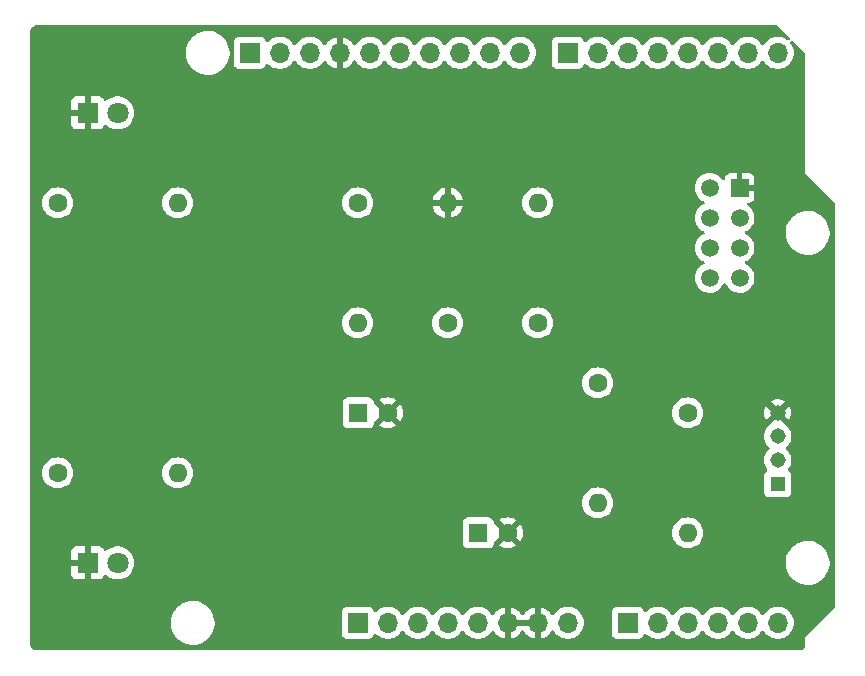
<source format=gbl>
%TF.GenerationSoftware,KiCad,Pcbnew,(7.0.0)*%
%TF.CreationDate,2023-03-24T12:39:27-04:00*%
%TF.ProjectId,ELEG298_S23_Demo_shield,454c4547-3239-4385-9f53-32335f44656d,rev?*%
%TF.SameCoordinates,Original*%
%TF.FileFunction,Copper,L2,Bot*%
%TF.FilePolarity,Positive*%
%FSLAX46Y46*%
G04 Gerber Fmt 4.6, Leading zero omitted, Abs format (unit mm)*
G04 Created by KiCad (PCBNEW (7.0.0)) date 2023-03-24 12:39:27*
%MOMM*%
%LPD*%
G01*
G04 APERTURE LIST*
%TA.AperFunction,ComponentPad*%
%ADD10R,1.700000X1.700000*%
%TD*%
%TA.AperFunction,ComponentPad*%
%ADD11O,1.700000X1.700000*%
%TD*%
%TA.AperFunction,ComponentPad*%
%ADD12R,1.800000X1.800000*%
%TD*%
%TA.AperFunction,ComponentPad*%
%ADD13C,1.800000*%
%TD*%
%TA.AperFunction,ComponentPad*%
%ADD14C,1.600000*%
%TD*%
%TA.AperFunction,ComponentPad*%
%ADD15O,1.600000X1.600000*%
%TD*%
%TA.AperFunction,ComponentPad*%
%ADD16R,1.600000X1.600000*%
%TD*%
%TA.AperFunction,ComponentPad*%
%ADD17R,1.308000X1.308000*%
%TD*%
%TA.AperFunction,ComponentPad*%
%ADD18C,1.308000*%
%TD*%
%TA.AperFunction,ComponentPad*%
%ADD19R,1.500000X1.500000*%
%TD*%
%TA.AperFunction,ComponentPad*%
%ADD20C,1.500000*%
%TD*%
G04 APERTURE END LIST*
D10*
X127939999Y-97459999D03*
D11*
X130479999Y-97459999D03*
X133019999Y-97459999D03*
X135559999Y-97459999D03*
X138099999Y-97459999D03*
X140639999Y-97459999D03*
X143179999Y-97459999D03*
X145719999Y-97459999D03*
D10*
X150799999Y-97459999D03*
D11*
X153339999Y-97459999D03*
X155879999Y-97459999D03*
X158419999Y-97459999D03*
X160959999Y-97459999D03*
X163499999Y-97459999D03*
D10*
X118795999Y-49199999D03*
D11*
X121335999Y-49199999D03*
X123875999Y-49199999D03*
X126415999Y-49199999D03*
X128955999Y-49199999D03*
X131495999Y-49199999D03*
X134035999Y-49199999D03*
X136575999Y-49199999D03*
X139115999Y-49199999D03*
X141655999Y-49199999D03*
D10*
X145719999Y-49199999D03*
D11*
X148259999Y-49199999D03*
X150799999Y-49199999D03*
X153339999Y-49199999D03*
X155879999Y-49199999D03*
X158419999Y-49199999D03*
X160959999Y-49199999D03*
X163499999Y-49199999D03*
D12*
X105079999Y-92379999D03*
D13*
X107620000Y-92380000D03*
D14*
X143180000Y-72060000D03*
D15*
X143179999Y-61899999D03*
D16*
X138139999Y-89839999D03*
D14*
X140640000Y-89840000D03*
D17*
X163499999Y-85679999D03*
D18*
X163500000Y-83680000D03*
X163500000Y-81680000D03*
X163500000Y-79680000D03*
D14*
X102540000Y-61900000D03*
D15*
X112699999Y-61899999D03*
D14*
X127940000Y-61900000D03*
D15*
X127939999Y-72059999D03*
D19*
X160269999Y-60629999D03*
D20*
X160270000Y-63170000D03*
X160270000Y-65710000D03*
X160270000Y-68250000D03*
X157730000Y-60630000D03*
X157730000Y-63170000D03*
X157730000Y-65710000D03*
X157730000Y-68250000D03*
D12*
X105079999Y-54279999D03*
D13*
X107620000Y-54280000D03*
D14*
X135560000Y-72060000D03*
D15*
X135559999Y-61899999D03*
D14*
X155880000Y-79680000D03*
D15*
X155879999Y-89839999D03*
D16*
X127979999Y-79679999D03*
D14*
X130480000Y-79680000D03*
X102540000Y-84760000D03*
D15*
X112699999Y-84759999D03*
D14*
X148260000Y-77140000D03*
D15*
X148259999Y-87299999D03*
%TA.AperFunction,Conductor*%
G36*
X163413042Y-46869939D02*
G01*
X163453270Y-46896819D01*
X164501035Y-47944585D01*
X164532440Y-47997704D01*
X164534353Y-48059383D01*
X164506300Y-48114346D01*
X164455228Y-48148982D01*
X164393787Y-48154712D01*
X164337191Y-48130119D01*
X164326657Y-48121920D01*
X164245576Y-48058811D01*
X164241071Y-48056373D01*
X164241065Y-48056369D01*
X164052080Y-47954096D01*
X164052074Y-47954093D01*
X164047574Y-47951658D01*
X164042733Y-47949996D01*
X164042726Y-47949993D01*
X163839488Y-47880222D01*
X163839487Y-47880221D01*
X163834635Y-47878556D01*
X163829585Y-47877713D01*
X163829576Y-47877711D01*
X163617631Y-47842344D01*
X163617622Y-47842343D01*
X163612569Y-47841500D01*
X163387431Y-47841500D01*
X163382378Y-47842343D01*
X163382368Y-47842344D01*
X163170423Y-47877711D01*
X163170411Y-47877713D01*
X163165365Y-47878556D01*
X163160515Y-47880220D01*
X163160511Y-47880222D01*
X162957273Y-47949993D01*
X162957262Y-47949997D01*
X162952426Y-47951658D01*
X162947929Y-47954091D01*
X162947919Y-47954096D01*
X162758934Y-48056369D01*
X162758922Y-48056376D01*
X162754424Y-48058811D01*
X162750389Y-48061951D01*
X162750376Y-48061960D01*
X162580801Y-48193948D01*
X162580795Y-48193952D01*
X162576760Y-48197094D01*
X162573297Y-48200855D01*
X162573288Y-48200864D01*
X162427753Y-48358956D01*
X162427747Y-48358963D01*
X162424278Y-48362732D01*
X162421481Y-48367012D01*
X162421474Y-48367022D01*
X162333809Y-48501205D01*
X162289017Y-48542438D01*
X162230000Y-48557383D01*
X162170983Y-48542438D01*
X162126191Y-48501205D01*
X162038525Y-48367022D01*
X162038523Y-48367020D01*
X162035722Y-48362732D01*
X162032246Y-48358956D01*
X161886711Y-48200864D01*
X161886706Y-48200859D01*
X161883240Y-48197094D01*
X161865646Y-48183400D01*
X161709623Y-48061960D01*
X161709615Y-48061955D01*
X161705576Y-48058811D01*
X161701071Y-48056373D01*
X161701065Y-48056369D01*
X161512080Y-47954096D01*
X161512074Y-47954093D01*
X161507574Y-47951658D01*
X161502733Y-47949996D01*
X161502726Y-47949993D01*
X161299488Y-47880222D01*
X161299487Y-47880221D01*
X161294635Y-47878556D01*
X161289585Y-47877713D01*
X161289576Y-47877711D01*
X161077631Y-47842344D01*
X161077622Y-47842343D01*
X161072569Y-47841500D01*
X160847431Y-47841500D01*
X160842378Y-47842343D01*
X160842368Y-47842344D01*
X160630423Y-47877711D01*
X160630411Y-47877713D01*
X160625365Y-47878556D01*
X160620515Y-47880220D01*
X160620511Y-47880222D01*
X160417273Y-47949993D01*
X160417262Y-47949997D01*
X160412426Y-47951658D01*
X160407929Y-47954091D01*
X160407919Y-47954096D01*
X160218934Y-48056369D01*
X160218922Y-48056376D01*
X160214424Y-48058811D01*
X160210389Y-48061951D01*
X160210376Y-48061960D01*
X160040801Y-48193948D01*
X160040795Y-48193952D01*
X160036760Y-48197094D01*
X160033297Y-48200855D01*
X160033288Y-48200864D01*
X159887753Y-48358956D01*
X159887747Y-48358963D01*
X159884278Y-48362732D01*
X159881481Y-48367012D01*
X159881474Y-48367022D01*
X159793809Y-48501205D01*
X159749017Y-48542438D01*
X159690000Y-48557383D01*
X159630983Y-48542438D01*
X159586191Y-48501205D01*
X159498525Y-48367022D01*
X159498523Y-48367020D01*
X159495722Y-48362732D01*
X159492246Y-48358956D01*
X159346711Y-48200864D01*
X159346706Y-48200859D01*
X159343240Y-48197094D01*
X159325646Y-48183400D01*
X159169623Y-48061960D01*
X159169615Y-48061955D01*
X159165576Y-48058811D01*
X159161071Y-48056373D01*
X159161065Y-48056369D01*
X158972080Y-47954096D01*
X158972074Y-47954093D01*
X158967574Y-47951658D01*
X158962733Y-47949996D01*
X158962726Y-47949993D01*
X158759488Y-47880222D01*
X158759487Y-47880221D01*
X158754635Y-47878556D01*
X158749585Y-47877713D01*
X158749576Y-47877711D01*
X158537631Y-47842344D01*
X158537622Y-47842343D01*
X158532569Y-47841500D01*
X158307431Y-47841500D01*
X158302378Y-47842343D01*
X158302368Y-47842344D01*
X158090423Y-47877711D01*
X158090411Y-47877713D01*
X158085365Y-47878556D01*
X158080515Y-47880220D01*
X158080511Y-47880222D01*
X157877273Y-47949993D01*
X157877262Y-47949997D01*
X157872426Y-47951658D01*
X157867929Y-47954091D01*
X157867919Y-47954096D01*
X157678934Y-48056369D01*
X157678922Y-48056376D01*
X157674424Y-48058811D01*
X157670389Y-48061951D01*
X157670376Y-48061960D01*
X157500801Y-48193948D01*
X157500795Y-48193952D01*
X157496760Y-48197094D01*
X157493297Y-48200855D01*
X157493288Y-48200864D01*
X157347753Y-48358956D01*
X157347747Y-48358963D01*
X157344278Y-48362732D01*
X157341481Y-48367012D01*
X157341474Y-48367022D01*
X157253809Y-48501205D01*
X157209017Y-48542438D01*
X157150000Y-48557383D01*
X157090983Y-48542438D01*
X157046191Y-48501205D01*
X156958525Y-48367022D01*
X156958523Y-48367020D01*
X156955722Y-48362732D01*
X156952246Y-48358956D01*
X156806711Y-48200864D01*
X156806706Y-48200859D01*
X156803240Y-48197094D01*
X156785646Y-48183400D01*
X156629623Y-48061960D01*
X156629615Y-48061955D01*
X156625576Y-48058811D01*
X156621071Y-48056373D01*
X156621065Y-48056369D01*
X156432080Y-47954096D01*
X156432074Y-47954093D01*
X156427574Y-47951658D01*
X156422733Y-47949996D01*
X156422726Y-47949993D01*
X156219488Y-47880222D01*
X156219487Y-47880221D01*
X156214635Y-47878556D01*
X156209585Y-47877713D01*
X156209576Y-47877711D01*
X155997631Y-47842344D01*
X155997622Y-47842343D01*
X155992569Y-47841500D01*
X155767431Y-47841500D01*
X155762378Y-47842343D01*
X155762368Y-47842344D01*
X155550423Y-47877711D01*
X155550411Y-47877713D01*
X155545365Y-47878556D01*
X155540515Y-47880220D01*
X155540511Y-47880222D01*
X155337273Y-47949993D01*
X155337262Y-47949997D01*
X155332426Y-47951658D01*
X155327929Y-47954091D01*
X155327919Y-47954096D01*
X155138934Y-48056369D01*
X155138922Y-48056376D01*
X155134424Y-48058811D01*
X155130389Y-48061951D01*
X155130376Y-48061960D01*
X154960801Y-48193948D01*
X154960795Y-48193952D01*
X154956760Y-48197094D01*
X154953297Y-48200855D01*
X154953288Y-48200864D01*
X154807753Y-48358956D01*
X154807747Y-48358963D01*
X154804278Y-48362732D01*
X154801481Y-48367012D01*
X154801474Y-48367022D01*
X154713809Y-48501205D01*
X154669017Y-48542438D01*
X154610000Y-48557383D01*
X154550983Y-48542438D01*
X154506191Y-48501205D01*
X154418525Y-48367022D01*
X154418523Y-48367020D01*
X154415722Y-48362732D01*
X154412246Y-48358956D01*
X154266711Y-48200864D01*
X154266706Y-48200859D01*
X154263240Y-48197094D01*
X154245646Y-48183400D01*
X154089623Y-48061960D01*
X154089615Y-48061955D01*
X154085576Y-48058811D01*
X154081071Y-48056373D01*
X154081065Y-48056369D01*
X153892080Y-47954096D01*
X153892074Y-47954093D01*
X153887574Y-47951658D01*
X153882733Y-47949996D01*
X153882726Y-47949993D01*
X153679488Y-47880222D01*
X153679487Y-47880221D01*
X153674635Y-47878556D01*
X153669585Y-47877713D01*
X153669576Y-47877711D01*
X153457631Y-47842344D01*
X153457622Y-47842343D01*
X153452569Y-47841500D01*
X153227431Y-47841500D01*
X153222378Y-47842343D01*
X153222368Y-47842344D01*
X153010423Y-47877711D01*
X153010411Y-47877713D01*
X153005365Y-47878556D01*
X153000515Y-47880220D01*
X153000511Y-47880222D01*
X152797273Y-47949993D01*
X152797262Y-47949997D01*
X152792426Y-47951658D01*
X152787929Y-47954091D01*
X152787919Y-47954096D01*
X152598934Y-48056369D01*
X152598922Y-48056376D01*
X152594424Y-48058811D01*
X152590389Y-48061951D01*
X152590376Y-48061960D01*
X152420801Y-48193948D01*
X152420795Y-48193952D01*
X152416760Y-48197094D01*
X152413297Y-48200855D01*
X152413288Y-48200864D01*
X152267753Y-48358956D01*
X152267747Y-48358963D01*
X152264278Y-48362732D01*
X152261481Y-48367012D01*
X152261474Y-48367022D01*
X152173809Y-48501205D01*
X152129017Y-48542438D01*
X152070000Y-48557383D01*
X152010983Y-48542438D01*
X151966191Y-48501205D01*
X151878525Y-48367022D01*
X151878523Y-48367020D01*
X151875722Y-48362732D01*
X151872246Y-48358956D01*
X151726711Y-48200864D01*
X151726706Y-48200859D01*
X151723240Y-48197094D01*
X151705646Y-48183400D01*
X151549623Y-48061960D01*
X151549615Y-48061955D01*
X151545576Y-48058811D01*
X151541071Y-48056373D01*
X151541065Y-48056369D01*
X151352080Y-47954096D01*
X151352074Y-47954093D01*
X151347574Y-47951658D01*
X151342733Y-47949996D01*
X151342726Y-47949993D01*
X151139488Y-47880222D01*
X151139487Y-47880221D01*
X151134635Y-47878556D01*
X151129585Y-47877713D01*
X151129576Y-47877711D01*
X150917631Y-47842344D01*
X150917622Y-47842343D01*
X150912569Y-47841500D01*
X150687431Y-47841500D01*
X150682378Y-47842343D01*
X150682368Y-47842344D01*
X150470423Y-47877711D01*
X150470411Y-47877713D01*
X150465365Y-47878556D01*
X150460515Y-47880220D01*
X150460511Y-47880222D01*
X150257273Y-47949993D01*
X150257262Y-47949997D01*
X150252426Y-47951658D01*
X150247929Y-47954091D01*
X150247919Y-47954096D01*
X150058934Y-48056369D01*
X150058922Y-48056376D01*
X150054424Y-48058811D01*
X150050389Y-48061951D01*
X150050376Y-48061960D01*
X149880801Y-48193948D01*
X149880795Y-48193952D01*
X149876760Y-48197094D01*
X149873297Y-48200855D01*
X149873288Y-48200864D01*
X149727753Y-48358956D01*
X149727747Y-48358963D01*
X149724278Y-48362732D01*
X149721481Y-48367012D01*
X149721474Y-48367022D01*
X149633809Y-48501205D01*
X149589017Y-48542438D01*
X149530000Y-48557383D01*
X149470983Y-48542438D01*
X149426191Y-48501205D01*
X149338525Y-48367022D01*
X149338523Y-48367020D01*
X149335722Y-48362732D01*
X149332246Y-48358956D01*
X149186711Y-48200864D01*
X149186706Y-48200859D01*
X149183240Y-48197094D01*
X149165646Y-48183400D01*
X149009623Y-48061960D01*
X149009615Y-48061955D01*
X149005576Y-48058811D01*
X149001071Y-48056373D01*
X149001065Y-48056369D01*
X148812080Y-47954096D01*
X148812074Y-47954093D01*
X148807574Y-47951658D01*
X148802733Y-47949996D01*
X148802726Y-47949993D01*
X148599488Y-47880222D01*
X148599487Y-47880221D01*
X148594635Y-47878556D01*
X148589585Y-47877713D01*
X148589576Y-47877711D01*
X148377631Y-47842344D01*
X148377622Y-47842343D01*
X148372569Y-47841500D01*
X148147431Y-47841500D01*
X148142378Y-47842343D01*
X148142368Y-47842344D01*
X147930423Y-47877711D01*
X147930411Y-47877713D01*
X147925365Y-47878556D01*
X147920515Y-47880220D01*
X147920511Y-47880222D01*
X147717273Y-47949993D01*
X147717262Y-47949997D01*
X147712426Y-47951658D01*
X147707929Y-47954091D01*
X147707919Y-47954096D01*
X147518934Y-48056369D01*
X147518922Y-48056376D01*
X147514424Y-48058811D01*
X147510389Y-48061951D01*
X147510376Y-48061960D01*
X147340801Y-48193948D01*
X147340795Y-48193952D01*
X147336760Y-48197094D01*
X147333294Y-48200858D01*
X147333294Y-48200859D01*
X147273548Y-48265760D01*
X147220924Y-48299613D01*
X147158470Y-48303461D01*
X147102089Y-48276323D01*
X147066137Y-48225110D01*
X147063268Y-48217419D01*
X147020889Y-48103796D01*
X146933261Y-47986739D01*
X146886398Y-47951658D01*
X146823304Y-47904426D01*
X146823303Y-47904425D01*
X146816204Y-47899111D01*
X146807896Y-47896012D01*
X146807894Y-47896011D01*
X146686463Y-47850719D01*
X146686458Y-47850717D01*
X146679201Y-47848011D01*
X146671497Y-47847182D01*
X146671494Y-47847182D01*
X146621924Y-47841853D01*
X146621918Y-47841852D01*
X146618638Y-47841500D01*
X144821362Y-47841500D01*
X144818082Y-47841852D01*
X144818075Y-47841853D01*
X144768505Y-47847182D01*
X144768500Y-47847182D01*
X144760799Y-47848011D01*
X144753543Y-47850717D01*
X144753536Y-47850719D01*
X144632105Y-47896011D01*
X144632099Y-47896013D01*
X144623796Y-47899111D01*
X144616698Y-47904423D01*
X144616695Y-47904426D01*
X144513835Y-47981426D01*
X144513831Y-47981429D01*
X144506739Y-47986739D01*
X144501429Y-47993831D01*
X144501426Y-47993835D01*
X144424426Y-48096695D01*
X144424423Y-48096698D01*
X144419111Y-48103796D01*
X144416013Y-48112099D01*
X144416011Y-48112105D01*
X144370719Y-48233536D01*
X144370717Y-48233543D01*
X144368011Y-48240799D01*
X144367182Y-48248500D01*
X144367182Y-48248505D01*
X144361853Y-48298075D01*
X144361500Y-48301362D01*
X144361500Y-50098638D01*
X144361852Y-50101918D01*
X144361853Y-50101924D01*
X144364191Y-50123676D01*
X144368011Y-50159201D01*
X144370717Y-50166458D01*
X144370719Y-50166463D01*
X144416011Y-50287894D01*
X144419111Y-50296204D01*
X144506739Y-50413261D01*
X144623796Y-50500889D01*
X144760799Y-50551989D01*
X144821362Y-50558500D01*
X146615328Y-50558500D01*
X146618638Y-50558500D01*
X146679201Y-50551989D01*
X146816204Y-50500889D01*
X146933261Y-50413261D01*
X147020889Y-50296204D01*
X147066137Y-50174889D01*
X147102089Y-50123676D01*
X147158470Y-50096538D01*
X147220925Y-50100386D01*
X147273548Y-50134240D01*
X147333288Y-50199135D01*
X147333291Y-50199138D01*
X147336760Y-50202906D01*
X147340801Y-50206051D01*
X147510376Y-50338039D01*
X147510381Y-50338042D01*
X147514424Y-50341189D01*
X147518931Y-50343628D01*
X147518934Y-50343630D01*
X147707919Y-50445903D01*
X147712426Y-50448342D01*
X147925365Y-50521444D01*
X148147431Y-50558500D01*
X148367436Y-50558500D01*
X148372569Y-50558500D01*
X148594635Y-50521444D01*
X148807574Y-50448342D01*
X149005576Y-50341189D01*
X149183240Y-50202906D01*
X149335722Y-50037268D01*
X149426190Y-49898795D01*
X149470982Y-49857561D01*
X149530000Y-49842616D01*
X149589018Y-49857561D01*
X149633809Y-49898795D01*
X149721470Y-50032972D01*
X149721478Y-50032982D01*
X149724278Y-50037268D01*
X149727752Y-50041041D01*
X149727753Y-50041043D01*
X149873288Y-50199135D01*
X149873291Y-50199138D01*
X149876760Y-50202906D01*
X149880801Y-50206051D01*
X150050376Y-50338039D01*
X150050381Y-50338042D01*
X150054424Y-50341189D01*
X150058931Y-50343628D01*
X150058934Y-50343630D01*
X150247919Y-50445903D01*
X150252426Y-50448342D01*
X150465365Y-50521444D01*
X150687431Y-50558500D01*
X150907436Y-50558500D01*
X150912569Y-50558500D01*
X151134635Y-50521444D01*
X151347574Y-50448342D01*
X151545576Y-50341189D01*
X151723240Y-50202906D01*
X151875722Y-50037268D01*
X151966190Y-49898795D01*
X152010982Y-49857561D01*
X152070000Y-49842616D01*
X152129018Y-49857561D01*
X152173809Y-49898795D01*
X152261470Y-50032972D01*
X152261478Y-50032982D01*
X152264278Y-50037268D01*
X152267752Y-50041041D01*
X152267753Y-50041043D01*
X152413288Y-50199135D01*
X152413291Y-50199138D01*
X152416760Y-50202906D01*
X152420801Y-50206051D01*
X152590376Y-50338039D01*
X152590381Y-50338042D01*
X152594424Y-50341189D01*
X152598931Y-50343628D01*
X152598934Y-50343630D01*
X152787919Y-50445903D01*
X152792426Y-50448342D01*
X153005365Y-50521444D01*
X153227431Y-50558500D01*
X153447436Y-50558500D01*
X153452569Y-50558500D01*
X153674635Y-50521444D01*
X153887574Y-50448342D01*
X154085576Y-50341189D01*
X154263240Y-50202906D01*
X154415722Y-50037268D01*
X154506190Y-49898795D01*
X154550982Y-49857561D01*
X154610000Y-49842616D01*
X154669018Y-49857561D01*
X154713809Y-49898795D01*
X154801470Y-50032972D01*
X154801478Y-50032982D01*
X154804278Y-50037268D01*
X154807752Y-50041041D01*
X154807753Y-50041043D01*
X154953288Y-50199135D01*
X154953291Y-50199138D01*
X154956760Y-50202906D01*
X154960801Y-50206051D01*
X155130376Y-50338039D01*
X155130381Y-50338042D01*
X155134424Y-50341189D01*
X155138931Y-50343628D01*
X155138934Y-50343630D01*
X155327919Y-50445903D01*
X155332426Y-50448342D01*
X155545365Y-50521444D01*
X155767431Y-50558500D01*
X155987436Y-50558500D01*
X155992569Y-50558500D01*
X156214635Y-50521444D01*
X156427574Y-50448342D01*
X156625576Y-50341189D01*
X156803240Y-50202906D01*
X156955722Y-50037268D01*
X157046190Y-49898795D01*
X157090982Y-49857561D01*
X157150000Y-49842616D01*
X157209018Y-49857561D01*
X157253809Y-49898795D01*
X157341470Y-50032972D01*
X157341478Y-50032982D01*
X157344278Y-50037268D01*
X157347752Y-50041041D01*
X157347753Y-50041043D01*
X157493288Y-50199135D01*
X157493291Y-50199138D01*
X157496760Y-50202906D01*
X157500801Y-50206051D01*
X157670376Y-50338039D01*
X157670381Y-50338042D01*
X157674424Y-50341189D01*
X157678931Y-50343628D01*
X157678934Y-50343630D01*
X157867919Y-50445903D01*
X157872426Y-50448342D01*
X158085365Y-50521444D01*
X158307431Y-50558500D01*
X158527436Y-50558500D01*
X158532569Y-50558500D01*
X158754635Y-50521444D01*
X158967574Y-50448342D01*
X159165576Y-50341189D01*
X159343240Y-50202906D01*
X159495722Y-50037268D01*
X159586190Y-49898795D01*
X159630982Y-49857561D01*
X159690000Y-49842616D01*
X159749018Y-49857561D01*
X159793809Y-49898795D01*
X159881470Y-50032972D01*
X159881478Y-50032982D01*
X159884278Y-50037268D01*
X159887752Y-50041041D01*
X159887753Y-50041043D01*
X160033288Y-50199135D01*
X160033291Y-50199138D01*
X160036760Y-50202906D01*
X160040801Y-50206051D01*
X160210376Y-50338039D01*
X160210381Y-50338042D01*
X160214424Y-50341189D01*
X160218931Y-50343628D01*
X160218934Y-50343630D01*
X160407919Y-50445903D01*
X160412426Y-50448342D01*
X160625365Y-50521444D01*
X160847431Y-50558500D01*
X161067436Y-50558500D01*
X161072569Y-50558500D01*
X161294635Y-50521444D01*
X161507574Y-50448342D01*
X161705576Y-50341189D01*
X161883240Y-50202906D01*
X162035722Y-50037268D01*
X162126190Y-49898795D01*
X162170982Y-49857561D01*
X162230000Y-49842616D01*
X162289018Y-49857561D01*
X162333809Y-49898795D01*
X162421470Y-50032972D01*
X162421478Y-50032982D01*
X162424278Y-50037268D01*
X162427752Y-50041041D01*
X162427753Y-50041043D01*
X162573288Y-50199135D01*
X162573291Y-50199138D01*
X162576760Y-50202906D01*
X162580801Y-50206051D01*
X162750376Y-50338039D01*
X162750381Y-50338042D01*
X162754424Y-50341189D01*
X162758931Y-50343628D01*
X162758934Y-50343630D01*
X162947919Y-50445903D01*
X162952426Y-50448342D01*
X163165365Y-50521444D01*
X163387431Y-50558500D01*
X163607436Y-50558500D01*
X163612569Y-50558500D01*
X163834635Y-50521444D01*
X164047574Y-50448342D01*
X164245576Y-50341189D01*
X164423240Y-50202906D01*
X164575722Y-50037268D01*
X164698860Y-49848791D01*
X164789296Y-49642616D01*
X164844564Y-49424368D01*
X164863156Y-49200000D01*
X164844564Y-48975632D01*
X164789296Y-48757384D01*
X164698860Y-48551209D01*
X164582378Y-48372920D01*
X164562685Y-48316191D01*
X164571957Y-48256859D01*
X164608020Y-48208842D01*
X164662416Y-48183400D01*
X164722388Y-48186502D01*
X164773869Y-48217419D01*
X165803181Y-49246731D01*
X165830061Y-49286959D01*
X165839500Y-49334412D01*
X165839500Y-59323495D01*
X165839336Y-59326404D01*
X165835638Y-59336974D01*
X165837201Y-59350851D01*
X165837201Y-59350854D01*
X165838721Y-59364341D01*
X165839209Y-59373042D01*
X165839500Y-59375625D01*
X165839500Y-59382590D01*
X165841049Y-59389381D01*
X165841340Y-59391957D01*
X165842800Y-59400554D01*
X165845884Y-59427924D01*
X165852107Y-59437828D01*
X165854710Y-59449231D01*
X165863417Y-59460150D01*
X165863419Y-59460153D01*
X165871888Y-59470772D01*
X165876932Y-59477880D01*
X165878546Y-59479904D01*
X165882252Y-59485801D01*
X165887171Y-59490720D01*
X165888794Y-59492755D01*
X165894601Y-59499252D01*
X165911776Y-59520788D01*
X165921867Y-59525647D01*
X165924042Y-59527591D01*
X168343181Y-61946731D01*
X168370061Y-61986959D01*
X168379500Y-62034412D01*
X168379500Y-96055588D01*
X168370061Y-96103041D01*
X168343181Y-96143269D01*
X165924043Y-98562406D01*
X165921864Y-98564353D01*
X165911776Y-98569212D01*
X165903068Y-98580129D01*
X165903066Y-98580132D01*
X165894599Y-98590749D01*
X165888788Y-98597251D01*
X165887167Y-98599282D01*
X165882252Y-98604199D01*
X165878552Y-98610085D01*
X165876941Y-98612106D01*
X165871890Y-98619224D01*
X165863418Y-98629847D01*
X165863415Y-98629852D01*
X165854710Y-98640769D01*
X165852107Y-98652171D01*
X165845884Y-98662076D01*
X165844320Y-98675954D01*
X165844319Y-98675958D01*
X165842801Y-98689439D01*
X165841338Y-98698049D01*
X165841047Y-98700628D01*
X165839500Y-98707410D01*
X165839500Y-98714364D01*
X165839209Y-98716947D01*
X165838721Y-98725659D01*
X165837201Y-98739145D01*
X165837201Y-98739148D01*
X165835638Y-98753026D01*
X165839336Y-98763595D01*
X165839500Y-98766505D01*
X165839500Y-99231039D01*
X165838720Y-99244923D01*
X165826986Y-99349059D01*
X165820807Y-99376130D01*
X165788506Y-99468440D01*
X165776459Y-99493457D01*
X165724430Y-99576261D01*
X165707117Y-99597970D01*
X165637970Y-99667117D01*
X165616261Y-99684430D01*
X165533457Y-99736459D01*
X165508440Y-99748506D01*
X165416130Y-99780807D01*
X165389059Y-99786986D01*
X165284923Y-99798720D01*
X165271039Y-99799500D01*
X100768961Y-99799500D01*
X100755077Y-99798720D01*
X100650940Y-99786986D01*
X100623869Y-99780807D01*
X100531559Y-99748506D01*
X100506542Y-99736459D01*
X100423738Y-99684430D01*
X100402029Y-99667117D01*
X100332882Y-99597970D01*
X100315569Y-99576261D01*
X100263540Y-99493457D01*
X100251493Y-99468440D01*
X100219192Y-99376130D01*
X100213013Y-99349058D01*
X100201280Y-99244922D01*
X100200500Y-99231039D01*
X100200500Y-97527911D01*
X112111780Y-97527911D01*
X112112274Y-97532408D01*
X112112275Y-97532413D01*
X112140973Y-97793235D01*
X112140974Y-97793242D01*
X112141470Y-97797747D01*
X112142615Y-97802127D01*
X112142617Y-97802137D01*
X112206125Y-98045056D01*
X112210132Y-98060384D01*
X112211897Y-98064538D01*
X112211900Y-98064546D01*
X112310797Y-98297268D01*
X112316303Y-98310224D01*
X112318665Y-98314095D01*
X112318666Y-98314096D01*
X112432862Y-98501215D01*
X112457719Y-98541944D01*
X112460612Y-98545420D01*
X112460614Y-98545423D01*
X112535898Y-98635886D01*
X112631368Y-98750604D01*
X112634734Y-98753620D01*
X112634737Y-98753623D01*
X112701060Y-98813049D01*
X112833546Y-98931757D01*
X113059947Y-99081542D01*
X113305743Y-99196767D01*
X113310077Y-99198071D01*
X113310080Y-99198072D01*
X113372963Y-99216990D01*
X113565697Y-99274975D01*
X113834268Y-99314500D01*
X114035520Y-99314500D01*
X114037781Y-99314500D01*
X114240740Y-99299645D01*
X114505709Y-99240621D01*
X114759261Y-99143646D01*
X114995991Y-99010786D01*
X115210853Y-98844875D01*
X115399269Y-98649447D01*
X115557223Y-98428668D01*
X115593228Y-98358638D01*
X126581500Y-98358638D01*
X126581852Y-98361918D01*
X126581853Y-98361924D01*
X126584191Y-98383676D01*
X126588011Y-98419201D01*
X126590717Y-98426458D01*
X126590719Y-98426463D01*
X126636011Y-98547894D01*
X126639111Y-98556204D01*
X126644425Y-98563303D01*
X126644426Y-98563304D01*
X126694239Y-98629847D01*
X126726739Y-98673261D01*
X126843796Y-98760889D01*
X126980799Y-98811989D01*
X127041362Y-98818500D01*
X128835328Y-98818500D01*
X128838638Y-98818500D01*
X128899201Y-98811989D01*
X129036204Y-98760889D01*
X129153261Y-98673261D01*
X129240889Y-98556204D01*
X129286137Y-98434889D01*
X129322089Y-98383676D01*
X129378470Y-98356538D01*
X129440925Y-98360386D01*
X129493548Y-98394240D01*
X129553288Y-98459135D01*
X129553291Y-98459138D01*
X129556760Y-98462906D01*
X129560801Y-98466051D01*
X129730376Y-98598039D01*
X129730381Y-98598042D01*
X129734424Y-98601189D01*
X129738931Y-98603628D01*
X129738934Y-98603630D01*
X129897496Y-98689439D01*
X129932426Y-98708342D01*
X130145365Y-98781444D01*
X130367431Y-98818500D01*
X130587436Y-98818500D01*
X130592569Y-98818500D01*
X130814635Y-98781444D01*
X131027574Y-98708342D01*
X131225576Y-98601189D01*
X131403240Y-98462906D01*
X131555722Y-98297268D01*
X131646190Y-98158795D01*
X131690982Y-98117561D01*
X131750000Y-98102616D01*
X131809018Y-98117561D01*
X131853809Y-98158795D01*
X131941470Y-98292972D01*
X131941478Y-98292982D01*
X131944278Y-98297268D01*
X131947752Y-98301041D01*
X131947753Y-98301043D01*
X132093288Y-98459135D01*
X132093291Y-98459138D01*
X132096760Y-98462906D01*
X132100801Y-98466051D01*
X132270376Y-98598039D01*
X132270381Y-98598042D01*
X132274424Y-98601189D01*
X132278931Y-98603628D01*
X132278934Y-98603630D01*
X132437496Y-98689439D01*
X132472426Y-98708342D01*
X132685365Y-98781444D01*
X132907431Y-98818500D01*
X133127436Y-98818500D01*
X133132569Y-98818500D01*
X133354635Y-98781444D01*
X133567574Y-98708342D01*
X133765576Y-98601189D01*
X133943240Y-98462906D01*
X134095722Y-98297268D01*
X134186190Y-98158795D01*
X134230982Y-98117561D01*
X134290000Y-98102616D01*
X134349018Y-98117561D01*
X134393809Y-98158795D01*
X134481470Y-98292972D01*
X134481478Y-98292982D01*
X134484278Y-98297268D01*
X134487752Y-98301041D01*
X134487753Y-98301043D01*
X134633288Y-98459135D01*
X134633291Y-98459138D01*
X134636760Y-98462906D01*
X134640801Y-98466051D01*
X134810376Y-98598039D01*
X134810381Y-98598042D01*
X134814424Y-98601189D01*
X134818931Y-98603628D01*
X134818934Y-98603630D01*
X134977496Y-98689439D01*
X135012426Y-98708342D01*
X135225365Y-98781444D01*
X135447431Y-98818500D01*
X135667436Y-98818500D01*
X135672569Y-98818500D01*
X135894635Y-98781444D01*
X136107574Y-98708342D01*
X136305576Y-98601189D01*
X136483240Y-98462906D01*
X136635722Y-98297268D01*
X136726190Y-98158795D01*
X136770982Y-98117561D01*
X136830000Y-98102616D01*
X136889018Y-98117561D01*
X136933809Y-98158795D01*
X137021470Y-98292972D01*
X137021478Y-98292982D01*
X137024278Y-98297268D01*
X137027752Y-98301041D01*
X137027753Y-98301043D01*
X137173288Y-98459135D01*
X137173291Y-98459138D01*
X137176760Y-98462906D01*
X137180801Y-98466051D01*
X137350376Y-98598039D01*
X137350381Y-98598042D01*
X137354424Y-98601189D01*
X137358931Y-98603628D01*
X137358934Y-98603630D01*
X137517496Y-98689439D01*
X137552426Y-98708342D01*
X137765365Y-98781444D01*
X137987431Y-98818500D01*
X138207436Y-98818500D01*
X138212569Y-98818500D01*
X138434635Y-98781444D01*
X138647574Y-98708342D01*
X138845576Y-98601189D01*
X139023240Y-98462906D01*
X139175722Y-98297268D01*
X139269748Y-98153349D01*
X139313663Y-98112595D01*
X139371562Y-98097188D01*
X139429927Y-98110726D01*
X139475131Y-98150048D01*
X139598784Y-98326643D01*
X139605721Y-98334909D01*
X139765090Y-98494278D01*
X139773356Y-98501215D01*
X139957991Y-98630498D01*
X139967323Y-98635886D01*
X140171602Y-98731143D01*
X140181736Y-98734831D01*
X140376219Y-98786943D01*
X140387448Y-98787311D01*
X140390000Y-98776369D01*
X140890000Y-98776369D01*
X140892551Y-98787311D01*
X140903780Y-98786943D01*
X141098263Y-98734831D01*
X141108397Y-98731143D01*
X141312676Y-98635886D01*
X141322008Y-98630498D01*
X141506643Y-98501215D01*
X141514909Y-98494278D01*
X141674278Y-98334909D01*
X141681215Y-98326643D01*
X141808425Y-98144969D01*
X141852743Y-98106104D01*
X141910000Y-98092093D01*
X141967257Y-98106104D01*
X142011575Y-98144969D01*
X142138784Y-98326643D01*
X142145721Y-98334909D01*
X142305090Y-98494278D01*
X142313356Y-98501215D01*
X142497991Y-98630498D01*
X142507323Y-98635886D01*
X142711602Y-98731143D01*
X142721736Y-98734831D01*
X142916219Y-98786943D01*
X142927448Y-98787311D01*
X142930000Y-98776369D01*
X143430000Y-98776369D01*
X143432551Y-98787311D01*
X143443780Y-98786943D01*
X143638263Y-98734831D01*
X143648397Y-98731143D01*
X143852676Y-98635886D01*
X143862008Y-98630498D01*
X144046643Y-98501215D01*
X144054909Y-98494278D01*
X144214278Y-98334909D01*
X144221219Y-98326638D01*
X144344868Y-98150049D01*
X144390072Y-98110726D01*
X144448436Y-98097188D01*
X144506335Y-98112595D01*
X144550252Y-98153351D01*
X144641470Y-98292972D01*
X144641478Y-98292982D01*
X144644278Y-98297268D01*
X144647752Y-98301041D01*
X144647753Y-98301043D01*
X144793288Y-98459135D01*
X144793291Y-98459138D01*
X144796760Y-98462906D01*
X144800801Y-98466051D01*
X144970376Y-98598039D01*
X144970381Y-98598042D01*
X144974424Y-98601189D01*
X144978931Y-98603628D01*
X144978934Y-98603630D01*
X145137496Y-98689439D01*
X145172426Y-98708342D01*
X145385365Y-98781444D01*
X145607431Y-98818500D01*
X145827436Y-98818500D01*
X145832569Y-98818500D01*
X146054635Y-98781444D01*
X146267574Y-98708342D01*
X146465576Y-98601189D01*
X146643240Y-98462906D01*
X146739226Y-98358638D01*
X149441500Y-98358638D01*
X149441852Y-98361918D01*
X149441853Y-98361924D01*
X149444191Y-98383676D01*
X149448011Y-98419201D01*
X149450717Y-98426458D01*
X149450719Y-98426463D01*
X149496011Y-98547894D01*
X149499111Y-98556204D01*
X149504425Y-98563303D01*
X149504426Y-98563304D01*
X149554239Y-98629847D01*
X149586739Y-98673261D01*
X149703796Y-98760889D01*
X149840799Y-98811989D01*
X149901362Y-98818500D01*
X151695328Y-98818500D01*
X151698638Y-98818500D01*
X151759201Y-98811989D01*
X151896204Y-98760889D01*
X152013261Y-98673261D01*
X152100889Y-98556204D01*
X152146137Y-98434889D01*
X152182089Y-98383676D01*
X152238470Y-98356538D01*
X152300925Y-98360386D01*
X152353548Y-98394240D01*
X152413288Y-98459135D01*
X152413291Y-98459138D01*
X152416760Y-98462906D01*
X152420801Y-98466051D01*
X152590376Y-98598039D01*
X152590381Y-98598042D01*
X152594424Y-98601189D01*
X152598931Y-98603628D01*
X152598934Y-98603630D01*
X152757496Y-98689439D01*
X152792426Y-98708342D01*
X153005365Y-98781444D01*
X153227431Y-98818500D01*
X153447436Y-98818500D01*
X153452569Y-98818500D01*
X153674635Y-98781444D01*
X153887574Y-98708342D01*
X154085576Y-98601189D01*
X154263240Y-98462906D01*
X154415722Y-98297268D01*
X154506190Y-98158795D01*
X154550982Y-98117561D01*
X154610000Y-98102616D01*
X154669018Y-98117561D01*
X154713809Y-98158795D01*
X154801470Y-98292972D01*
X154801478Y-98292982D01*
X154804278Y-98297268D01*
X154807752Y-98301041D01*
X154807753Y-98301043D01*
X154953288Y-98459135D01*
X154953291Y-98459138D01*
X154956760Y-98462906D01*
X154960801Y-98466051D01*
X155130376Y-98598039D01*
X155130381Y-98598042D01*
X155134424Y-98601189D01*
X155138931Y-98603628D01*
X155138934Y-98603630D01*
X155297496Y-98689439D01*
X155332426Y-98708342D01*
X155545365Y-98781444D01*
X155767431Y-98818500D01*
X155987436Y-98818500D01*
X155992569Y-98818500D01*
X156214635Y-98781444D01*
X156427574Y-98708342D01*
X156625576Y-98601189D01*
X156803240Y-98462906D01*
X156955722Y-98297268D01*
X157046190Y-98158795D01*
X157090982Y-98117561D01*
X157150000Y-98102616D01*
X157209018Y-98117561D01*
X157253809Y-98158795D01*
X157341470Y-98292972D01*
X157341478Y-98292982D01*
X157344278Y-98297268D01*
X157347752Y-98301041D01*
X157347753Y-98301043D01*
X157493288Y-98459135D01*
X157493291Y-98459138D01*
X157496760Y-98462906D01*
X157500801Y-98466051D01*
X157670376Y-98598039D01*
X157670381Y-98598042D01*
X157674424Y-98601189D01*
X157678931Y-98603628D01*
X157678934Y-98603630D01*
X157837496Y-98689439D01*
X157872426Y-98708342D01*
X158085365Y-98781444D01*
X158307431Y-98818500D01*
X158527436Y-98818500D01*
X158532569Y-98818500D01*
X158754635Y-98781444D01*
X158967574Y-98708342D01*
X159165576Y-98601189D01*
X159343240Y-98462906D01*
X159495722Y-98297268D01*
X159586190Y-98158795D01*
X159630982Y-98117561D01*
X159690000Y-98102616D01*
X159749018Y-98117561D01*
X159793809Y-98158795D01*
X159881470Y-98292972D01*
X159881478Y-98292982D01*
X159884278Y-98297268D01*
X159887752Y-98301041D01*
X159887753Y-98301043D01*
X160033288Y-98459135D01*
X160033291Y-98459138D01*
X160036760Y-98462906D01*
X160040801Y-98466051D01*
X160210376Y-98598039D01*
X160210381Y-98598042D01*
X160214424Y-98601189D01*
X160218931Y-98603628D01*
X160218934Y-98603630D01*
X160377496Y-98689439D01*
X160412426Y-98708342D01*
X160625365Y-98781444D01*
X160847431Y-98818500D01*
X161067436Y-98818500D01*
X161072569Y-98818500D01*
X161294635Y-98781444D01*
X161507574Y-98708342D01*
X161705576Y-98601189D01*
X161883240Y-98462906D01*
X162035722Y-98297268D01*
X162126190Y-98158795D01*
X162170982Y-98117561D01*
X162230000Y-98102616D01*
X162289018Y-98117561D01*
X162333809Y-98158795D01*
X162421470Y-98292972D01*
X162421478Y-98292982D01*
X162424278Y-98297268D01*
X162427752Y-98301041D01*
X162427753Y-98301043D01*
X162573288Y-98459135D01*
X162573291Y-98459138D01*
X162576760Y-98462906D01*
X162580801Y-98466051D01*
X162750376Y-98598039D01*
X162750381Y-98598042D01*
X162754424Y-98601189D01*
X162758931Y-98603628D01*
X162758934Y-98603630D01*
X162917496Y-98689439D01*
X162952426Y-98708342D01*
X163165365Y-98781444D01*
X163387431Y-98818500D01*
X163607436Y-98818500D01*
X163612569Y-98818500D01*
X163834635Y-98781444D01*
X164047574Y-98708342D01*
X164245576Y-98601189D01*
X164423240Y-98462906D01*
X164575722Y-98297268D01*
X164698860Y-98108791D01*
X164789296Y-97902616D01*
X164844564Y-97684368D01*
X164863156Y-97460000D01*
X164844564Y-97235632D01*
X164789296Y-97017384D01*
X164698860Y-96811209D01*
X164575722Y-96622732D01*
X164572246Y-96618956D01*
X164426711Y-96460864D01*
X164426706Y-96460859D01*
X164423240Y-96457094D01*
X164410597Y-96447253D01*
X164249623Y-96321960D01*
X164249615Y-96321955D01*
X164245576Y-96318811D01*
X164241071Y-96316373D01*
X164241065Y-96316369D01*
X164052080Y-96214096D01*
X164052074Y-96214093D01*
X164047574Y-96211658D01*
X164042733Y-96209996D01*
X164042726Y-96209993D01*
X163839488Y-96140222D01*
X163839487Y-96140221D01*
X163834635Y-96138556D01*
X163829585Y-96137713D01*
X163829576Y-96137711D01*
X163617631Y-96102344D01*
X163617622Y-96102343D01*
X163612569Y-96101500D01*
X163387431Y-96101500D01*
X163382378Y-96102343D01*
X163382368Y-96102344D01*
X163170423Y-96137711D01*
X163170411Y-96137713D01*
X163165365Y-96138556D01*
X163160515Y-96140220D01*
X163160511Y-96140222D01*
X162957273Y-96209993D01*
X162957262Y-96209997D01*
X162952426Y-96211658D01*
X162947929Y-96214091D01*
X162947919Y-96214096D01*
X162758934Y-96316369D01*
X162758922Y-96316376D01*
X162754424Y-96318811D01*
X162750389Y-96321951D01*
X162750376Y-96321960D01*
X162580801Y-96453948D01*
X162580795Y-96453952D01*
X162576760Y-96457094D01*
X162573297Y-96460855D01*
X162573288Y-96460864D01*
X162427753Y-96618956D01*
X162427747Y-96618963D01*
X162424278Y-96622732D01*
X162421481Y-96627012D01*
X162421474Y-96627022D01*
X162333809Y-96761205D01*
X162289017Y-96802438D01*
X162230000Y-96817383D01*
X162170983Y-96802438D01*
X162126191Y-96761205D01*
X162038525Y-96627022D01*
X162038523Y-96627020D01*
X162035722Y-96622732D01*
X162032246Y-96618956D01*
X161886711Y-96460864D01*
X161886706Y-96460859D01*
X161883240Y-96457094D01*
X161870597Y-96447253D01*
X161709623Y-96321960D01*
X161709615Y-96321955D01*
X161705576Y-96318811D01*
X161701071Y-96316373D01*
X161701065Y-96316369D01*
X161512080Y-96214096D01*
X161512074Y-96214093D01*
X161507574Y-96211658D01*
X161502733Y-96209996D01*
X161502726Y-96209993D01*
X161299488Y-96140222D01*
X161299487Y-96140221D01*
X161294635Y-96138556D01*
X161289585Y-96137713D01*
X161289576Y-96137711D01*
X161077631Y-96102344D01*
X161077622Y-96102343D01*
X161072569Y-96101500D01*
X160847431Y-96101500D01*
X160842378Y-96102343D01*
X160842368Y-96102344D01*
X160630423Y-96137711D01*
X160630411Y-96137713D01*
X160625365Y-96138556D01*
X160620515Y-96140220D01*
X160620511Y-96140222D01*
X160417273Y-96209993D01*
X160417262Y-96209997D01*
X160412426Y-96211658D01*
X160407929Y-96214091D01*
X160407919Y-96214096D01*
X160218934Y-96316369D01*
X160218922Y-96316376D01*
X160214424Y-96318811D01*
X160210389Y-96321951D01*
X160210376Y-96321960D01*
X160040801Y-96453948D01*
X160040795Y-96453952D01*
X160036760Y-96457094D01*
X160033297Y-96460855D01*
X160033288Y-96460864D01*
X159887753Y-96618956D01*
X159887747Y-96618963D01*
X159884278Y-96622732D01*
X159881481Y-96627012D01*
X159881474Y-96627022D01*
X159793809Y-96761205D01*
X159749017Y-96802438D01*
X159690000Y-96817383D01*
X159630983Y-96802438D01*
X159586191Y-96761205D01*
X159498525Y-96627022D01*
X159498523Y-96627020D01*
X159495722Y-96622732D01*
X159492246Y-96618956D01*
X159346711Y-96460864D01*
X159346706Y-96460859D01*
X159343240Y-96457094D01*
X159330597Y-96447253D01*
X159169623Y-96321960D01*
X159169615Y-96321955D01*
X159165576Y-96318811D01*
X159161071Y-96316373D01*
X159161065Y-96316369D01*
X158972080Y-96214096D01*
X158972074Y-96214093D01*
X158967574Y-96211658D01*
X158962733Y-96209996D01*
X158962726Y-96209993D01*
X158759488Y-96140222D01*
X158759487Y-96140221D01*
X158754635Y-96138556D01*
X158749585Y-96137713D01*
X158749576Y-96137711D01*
X158537631Y-96102344D01*
X158537622Y-96102343D01*
X158532569Y-96101500D01*
X158307431Y-96101500D01*
X158302378Y-96102343D01*
X158302368Y-96102344D01*
X158090423Y-96137711D01*
X158090411Y-96137713D01*
X158085365Y-96138556D01*
X158080515Y-96140220D01*
X158080511Y-96140222D01*
X157877273Y-96209993D01*
X157877262Y-96209997D01*
X157872426Y-96211658D01*
X157867929Y-96214091D01*
X157867919Y-96214096D01*
X157678934Y-96316369D01*
X157678922Y-96316376D01*
X157674424Y-96318811D01*
X157670389Y-96321951D01*
X157670376Y-96321960D01*
X157500801Y-96453948D01*
X157500795Y-96453952D01*
X157496760Y-96457094D01*
X157493297Y-96460855D01*
X157493288Y-96460864D01*
X157347753Y-96618956D01*
X157347747Y-96618963D01*
X157344278Y-96622732D01*
X157341481Y-96627012D01*
X157341474Y-96627022D01*
X157253809Y-96761205D01*
X157209017Y-96802438D01*
X157150000Y-96817383D01*
X157090983Y-96802438D01*
X157046191Y-96761205D01*
X156958525Y-96627022D01*
X156958523Y-96627020D01*
X156955722Y-96622732D01*
X156952246Y-96618956D01*
X156806711Y-96460864D01*
X156806706Y-96460859D01*
X156803240Y-96457094D01*
X156790597Y-96447253D01*
X156629623Y-96321960D01*
X156629615Y-96321955D01*
X156625576Y-96318811D01*
X156621071Y-96316373D01*
X156621065Y-96316369D01*
X156432080Y-96214096D01*
X156432074Y-96214093D01*
X156427574Y-96211658D01*
X156422733Y-96209996D01*
X156422726Y-96209993D01*
X156219488Y-96140222D01*
X156219487Y-96140221D01*
X156214635Y-96138556D01*
X156209585Y-96137713D01*
X156209576Y-96137711D01*
X155997631Y-96102344D01*
X155997622Y-96102343D01*
X155992569Y-96101500D01*
X155767431Y-96101500D01*
X155762378Y-96102343D01*
X155762368Y-96102344D01*
X155550423Y-96137711D01*
X155550411Y-96137713D01*
X155545365Y-96138556D01*
X155540515Y-96140220D01*
X155540511Y-96140222D01*
X155337273Y-96209993D01*
X155337262Y-96209997D01*
X155332426Y-96211658D01*
X155327929Y-96214091D01*
X155327919Y-96214096D01*
X155138934Y-96316369D01*
X155138922Y-96316376D01*
X155134424Y-96318811D01*
X155130389Y-96321951D01*
X155130376Y-96321960D01*
X154960801Y-96453948D01*
X154960795Y-96453952D01*
X154956760Y-96457094D01*
X154953297Y-96460855D01*
X154953288Y-96460864D01*
X154807753Y-96618956D01*
X154807747Y-96618963D01*
X154804278Y-96622732D01*
X154801481Y-96627012D01*
X154801474Y-96627022D01*
X154713809Y-96761205D01*
X154669017Y-96802438D01*
X154610000Y-96817383D01*
X154550983Y-96802438D01*
X154506191Y-96761205D01*
X154418525Y-96627022D01*
X154418523Y-96627020D01*
X154415722Y-96622732D01*
X154412246Y-96618956D01*
X154266711Y-96460864D01*
X154266706Y-96460859D01*
X154263240Y-96457094D01*
X154250597Y-96447253D01*
X154089623Y-96321960D01*
X154089615Y-96321955D01*
X154085576Y-96318811D01*
X154081071Y-96316373D01*
X154081065Y-96316369D01*
X153892080Y-96214096D01*
X153892074Y-96214093D01*
X153887574Y-96211658D01*
X153882733Y-96209996D01*
X153882726Y-96209993D01*
X153679488Y-96140222D01*
X153679487Y-96140221D01*
X153674635Y-96138556D01*
X153669585Y-96137713D01*
X153669576Y-96137711D01*
X153457631Y-96102344D01*
X153457622Y-96102343D01*
X153452569Y-96101500D01*
X153227431Y-96101500D01*
X153222378Y-96102343D01*
X153222368Y-96102344D01*
X153010423Y-96137711D01*
X153010411Y-96137713D01*
X153005365Y-96138556D01*
X153000515Y-96140220D01*
X153000511Y-96140222D01*
X152797273Y-96209993D01*
X152797262Y-96209997D01*
X152792426Y-96211658D01*
X152787929Y-96214091D01*
X152787919Y-96214096D01*
X152598934Y-96316369D01*
X152598922Y-96316376D01*
X152594424Y-96318811D01*
X152590389Y-96321951D01*
X152590376Y-96321960D01*
X152420801Y-96453948D01*
X152420795Y-96453952D01*
X152416760Y-96457094D01*
X152413294Y-96460858D01*
X152413294Y-96460859D01*
X152353548Y-96525760D01*
X152300924Y-96559613D01*
X152238470Y-96563461D01*
X152182089Y-96536323D01*
X152146137Y-96485110D01*
X152135687Y-96457094D01*
X152100889Y-96363796D01*
X152013261Y-96246739D01*
X151967643Y-96212590D01*
X151903304Y-96164426D01*
X151903303Y-96164425D01*
X151896204Y-96159111D01*
X151887896Y-96156012D01*
X151887894Y-96156011D01*
X151766463Y-96110719D01*
X151766458Y-96110717D01*
X151759201Y-96108011D01*
X151751497Y-96107182D01*
X151751494Y-96107182D01*
X151701924Y-96101853D01*
X151701918Y-96101852D01*
X151698638Y-96101500D01*
X149901362Y-96101500D01*
X149898082Y-96101852D01*
X149898075Y-96101853D01*
X149848505Y-96107182D01*
X149848500Y-96107182D01*
X149840799Y-96108011D01*
X149833543Y-96110717D01*
X149833536Y-96110719D01*
X149712105Y-96156011D01*
X149712099Y-96156013D01*
X149703796Y-96159111D01*
X149696698Y-96164423D01*
X149696695Y-96164426D01*
X149593835Y-96241426D01*
X149593831Y-96241429D01*
X149586739Y-96246739D01*
X149581429Y-96253831D01*
X149581426Y-96253835D01*
X149504426Y-96356695D01*
X149504423Y-96356698D01*
X149499111Y-96363796D01*
X149496013Y-96372099D01*
X149496011Y-96372105D01*
X149450719Y-96493536D01*
X149450717Y-96493543D01*
X149448011Y-96500799D01*
X149447182Y-96508500D01*
X149447182Y-96508505D01*
X149441853Y-96558075D01*
X149441500Y-96561362D01*
X149441500Y-98358638D01*
X146739226Y-98358638D01*
X146795722Y-98297268D01*
X146918860Y-98108791D01*
X147009296Y-97902616D01*
X147064564Y-97684368D01*
X147083156Y-97460000D01*
X147064564Y-97235632D01*
X147009296Y-97017384D01*
X146918860Y-96811209D01*
X146795722Y-96622732D01*
X146792246Y-96618956D01*
X146646711Y-96460864D01*
X146646706Y-96460859D01*
X146643240Y-96457094D01*
X146630597Y-96447253D01*
X146469623Y-96321960D01*
X146469615Y-96321955D01*
X146465576Y-96318811D01*
X146461071Y-96316373D01*
X146461065Y-96316369D01*
X146272080Y-96214096D01*
X146272074Y-96214093D01*
X146267574Y-96211658D01*
X146262733Y-96209996D01*
X146262726Y-96209993D01*
X146059488Y-96140222D01*
X146059487Y-96140221D01*
X146054635Y-96138556D01*
X146049585Y-96137713D01*
X146049576Y-96137711D01*
X145837631Y-96102344D01*
X145837622Y-96102343D01*
X145832569Y-96101500D01*
X145607431Y-96101500D01*
X145602378Y-96102343D01*
X145602368Y-96102344D01*
X145390423Y-96137711D01*
X145390411Y-96137713D01*
X145385365Y-96138556D01*
X145380515Y-96140220D01*
X145380511Y-96140222D01*
X145177273Y-96209993D01*
X145177262Y-96209997D01*
X145172426Y-96211658D01*
X145167929Y-96214091D01*
X145167919Y-96214096D01*
X144978934Y-96316369D01*
X144978922Y-96316376D01*
X144974424Y-96318811D01*
X144970389Y-96321951D01*
X144970376Y-96321960D01*
X144800801Y-96453948D01*
X144800795Y-96453952D01*
X144796760Y-96457094D01*
X144793297Y-96460855D01*
X144793288Y-96460864D01*
X144647753Y-96618956D01*
X144647747Y-96618963D01*
X144644278Y-96622732D01*
X144641480Y-96627014D01*
X144641468Y-96627030D01*
X144550250Y-96766650D01*
X144506334Y-96807405D01*
X144448435Y-96822812D01*
X144390071Y-96809274D01*
X144344867Y-96769951D01*
X144221215Y-96593357D01*
X144214280Y-96585092D01*
X144054909Y-96425721D01*
X144046643Y-96418784D01*
X143862008Y-96289501D01*
X143852676Y-96284113D01*
X143648397Y-96188856D01*
X143638263Y-96185168D01*
X143443780Y-96133056D01*
X143432551Y-96132688D01*
X143430000Y-96143631D01*
X143430000Y-98776369D01*
X142930000Y-98776369D01*
X142930000Y-97726326D01*
X142926549Y-97713450D01*
X142913674Y-97710000D01*
X140906326Y-97710000D01*
X140893450Y-97713450D01*
X140890000Y-97726326D01*
X140890000Y-98776369D01*
X140390000Y-98776369D01*
X140390000Y-97193674D01*
X140890000Y-97193674D01*
X140893450Y-97206549D01*
X140906326Y-97210000D01*
X142913674Y-97210000D01*
X142926549Y-97206549D01*
X142930000Y-97193674D01*
X142930000Y-96143631D01*
X142927448Y-96132688D01*
X142916219Y-96133056D01*
X142721736Y-96185168D01*
X142711602Y-96188856D01*
X142507332Y-96284110D01*
X142497982Y-96289508D01*
X142313357Y-96418784D01*
X142305092Y-96425719D01*
X142145719Y-96585092D01*
X142138788Y-96593352D01*
X142011575Y-96775032D01*
X141967257Y-96813897D01*
X141910000Y-96827908D01*
X141852743Y-96813897D01*
X141808425Y-96775032D01*
X141681211Y-96593352D01*
X141674280Y-96585092D01*
X141514909Y-96425721D01*
X141506643Y-96418784D01*
X141322008Y-96289501D01*
X141312676Y-96284113D01*
X141108397Y-96188856D01*
X141098263Y-96185168D01*
X140903780Y-96133056D01*
X140892551Y-96132688D01*
X140890000Y-96143631D01*
X140890000Y-97193674D01*
X140390000Y-97193674D01*
X140390000Y-96143631D01*
X140387448Y-96132688D01*
X140376219Y-96133056D01*
X140181736Y-96185168D01*
X140171602Y-96188856D01*
X139967332Y-96284110D01*
X139957982Y-96289508D01*
X139773357Y-96418784D01*
X139765092Y-96425719D01*
X139605719Y-96585092D01*
X139598788Y-96593352D01*
X139475132Y-96769952D01*
X139429928Y-96809274D01*
X139371564Y-96822812D01*
X139313665Y-96807405D01*
X139269748Y-96766649D01*
X139178529Y-96627027D01*
X139178523Y-96627019D01*
X139175722Y-96622732D01*
X139172246Y-96618956D01*
X139026711Y-96460864D01*
X139026706Y-96460859D01*
X139023240Y-96457094D01*
X139010597Y-96447253D01*
X138849623Y-96321960D01*
X138849615Y-96321955D01*
X138845576Y-96318811D01*
X138841071Y-96316373D01*
X138841065Y-96316369D01*
X138652080Y-96214096D01*
X138652074Y-96214093D01*
X138647574Y-96211658D01*
X138642733Y-96209996D01*
X138642726Y-96209993D01*
X138439488Y-96140222D01*
X138439487Y-96140221D01*
X138434635Y-96138556D01*
X138429585Y-96137713D01*
X138429576Y-96137711D01*
X138217631Y-96102344D01*
X138217622Y-96102343D01*
X138212569Y-96101500D01*
X137987431Y-96101500D01*
X137982378Y-96102343D01*
X137982368Y-96102344D01*
X137770423Y-96137711D01*
X137770411Y-96137713D01*
X137765365Y-96138556D01*
X137760515Y-96140220D01*
X137760511Y-96140222D01*
X137557273Y-96209993D01*
X137557262Y-96209997D01*
X137552426Y-96211658D01*
X137547929Y-96214091D01*
X137547919Y-96214096D01*
X137358934Y-96316369D01*
X137358922Y-96316376D01*
X137354424Y-96318811D01*
X137350389Y-96321951D01*
X137350376Y-96321960D01*
X137180801Y-96453948D01*
X137180795Y-96453952D01*
X137176760Y-96457094D01*
X137173297Y-96460855D01*
X137173288Y-96460864D01*
X137027753Y-96618956D01*
X137027747Y-96618963D01*
X137024278Y-96622732D01*
X137021481Y-96627012D01*
X137021474Y-96627022D01*
X136933809Y-96761205D01*
X136889017Y-96802438D01*
X136830000Y-96817383D01*
X136770983Y-96802438D01*
X136726191Y-96761205D01*
X136638525Y-96627022D01*
X136638523Y-96627020D01*
X136635722Y-96622732D01*
X136632246Y-96618956D01*
X136486711Y-96460864D01*
X136486706Y-96460859D01*
X136483240Y-96457094D01*
X136470597Y-96447253D01*
X136309623Y-96321960D01*
X136309615Y-96321955D01*
X136305576Y-96318811D01*
X136301071Y-96316373D01*
X136301065Y-96316369D01*
X136112080Y-96214096D01*
X136112074Y-96214093D01*
X136107574Y-96211658D01*
X136102733Y-96209996D01*
X136102726Y-96209993D01*
X135899488Y-96140222D01*
X135899487Y-96140221D01*
X135894635Y-96138556D01*
X135889585Y-96137713D01*
X135889576Y-96137711D01*
X135677631Y-96102344D01*
X135677622Y-96102343D01*
X135672569Y-96101500D01*
X135447431Y-96101500D01*
X135442378Y-96102343D01*
X135442368Y-96102344D01*
X135230423Y-96137711D01*
X135230411Y-96137713D01*
X135225365Y-96138556D01*
X135220515Y-96140220D01*
X135220511Y-96140222D01*
X135017273Y-96209993D01*
X135017262Y-96209997D01*
X135012426Y-96211658D01*
X135007929Y-96214091D01*
X135007919Y-96214096D01*
X134818934Y-96316369D01*
X134818922Y-96316376D01*
X134814424Y-96318811D01*
X134810389Y-96321951D01*
X134810376Y-96321960D01*
X134640801Y-96453948D01*
X134640795Y-96453952D01*
X134636760Y-96457094D01*
X134633297Y-96460855D01*
X134633288Y-96460864D01*
X134487753Y-96618956D01*
X134487747Y-96618963D01*
X134484278Y-96622732D01*
X134481481Y-96627012D01*
X134481474Y-96627022D01*
X134393809Y-96761205D01*
X134349017Y-96802438D01*
X134290000Y-96817383D01*
X134230983Y-96802438D01*
X134186191Y-96761205D01*
X134098525Y-96627022D01*
X134098523Y-96627020D01*
X134095722Y-96622732D01*
X134092246Y-96618956D01*
X133946711Y-96460864D01*
X133946706Y-96460859D01*
X133943240Y-96457094D01*
X133930597Y-96447253D01*
X133769623Y-96321960D01*
X133769615Y-96321955D01*
X133765576Y-96318811D01*
X133761071Y-96316373D01*
X133761065Y-96316369D01*
X133572080Y-96214096D01*
X133572074Y-96214093D01*
X133567574Y-96211658D01*
X133562733Y-96209996D01*
X133562726Y-96209993D01*
X133359488Y-96140222D01*
X133359487Y-96140221D01*
X133354635Y-96138556D01*
X133349585Y-96137713D01*
X133349576Y-96137711D01*
X133137631Y-96102344D01*
X133137622Y-96102343D01*
X133132569Y-96101500D01*
X132907431Y-96101500D01*
X132902378Y-96102343D01*
X132902368Y-96102344D01*
X132690423Y-96137711D01*
X132690411Y-96137713D01*
X132685365Y-96138556D01*
X132680515Y-96140220D01*
X132680511Y-96140222D01*
X132477273Y-96209993D01*
X132477262Y-96209997D01*
X132472426Y-96211658D01*
X132467929Y-96214091D01*
X132467919Y-96214096D01*
X132278934Y-96316369D01*
X132278922Y-96316376D01*
X132274424Y-96318811D01*
X132270389Y-96321951D01*
X132270376Y-96321960D01*
X132100801Y-96453948D01*
X132100795Y-96453952D01*
X132096760Y-96457094D01*
X132093297Y-96460855D01*
X132093288Y-96460864D01*
X131947753Y-96618956D01*
X131947747Y-96618963D01*
X131944278Y-96622732D01*
X131941481Y-96627012D01*
X131941474Y-96627022D01*
X131853809Y-96761205D01*
X131809017Y-96802438D01*
X131750000Y-96817383D01*
X131690983Y-96802438D01*
X131646191Y-96761205D01*
X131558525Y-96627022D01*
X131558523Y-96627020D01*
X131555722Y-96622732D01*
X131552246Y-96618956D01*
X131406711Y-96460864D01*
X131406706Y-96460859D01*
X131403240Y-96457094D01*
X131390597Y-96447253D01*
X131229623Y-96321960D01*
X131229615Y-96321955D01*
X131225576Y-96318811D01*
X131221071Y-96316373D01*
X131221065Y-96316369D01*
X131032080Y-96214096D01*
X131032074Y-96214093D01*
X131027574Y-96211658D01*
X131022733Y-96209996D01*
X131022726Y-96209993D01*
X130819488Y-96140222D01*
X130819487Y-96140221D01*
X130814635Y-96138556D01*
X130809585Y-96137713D01*
X130809576Y-96137711D01*
X130597631Y-96102344D01*
X130597622Y-96102343D01*
X130592569Y-96101500D01*
X130367431Y-96101500D01*
X130362378Y-96102343D01*
X130362368Y-96102344D01*
X130150423Y-96137711D01*
X130150411Y-96137713D01*
X130145365Y-96138556D01*
X130140515Y-96140220D01*
X130140511Y-96140222D01*
X129937273Y-96209993D01*
X129937262Y-96209997D01*
X129932426Y-96211658D01*
X129927929Y-96214091D01*
X129927919Y-96214096D01*
X129738934Y-96316369D01*
X129738922Y-96316376D01*
X129734424Y-96318811D01*
X129730389Y-96321951D01*
X129730376Y-96321960D01*
X129560801Y-96453948D01*
X129560795Y-96453952D01*
X129556760Y-96457094D01*
X129553294Y-96460858D01*
X129553294Y-96460859D01*
X129493548Y-96525760D01*
X129440924Y-96559613D01*
X129378470Y-96563461D01*
X129322089Y-96536323D01*
X129286137Y-96485110D01*
X129275687Y-96457094D01*
X129240889Y-96363796D01*
X129153261Y-96246739D01*
X129107643Y-96212590D01*
X129043304Y-96164426D01*
X129043303Y-96164425D01*
X129036204Y-96159111D01*
X129027896Y-96156012D01*
X129027894Y-96156011D01*
X128906463Y-96110719D01*
X128906458Y-96110717D01*
X128899201Y-96108011D01*
X128891497Y-96107182D01*
X128891494Y-96107182D01*
X128841924Y-96101853D01*
X128841918Y-96101852D01*
X128838638Y-96101500D01*
X127041362Y-96101500D01*
X127038082Y-96101852D01*
X127038075Y-96101853D01*
X126988505Y-96107182D01*
X126988500Y-96107182D01*
X126980799Y-96108011D01*
X126973543Y-96110717D01*
X126973536Y-96110719D01*
X126852105Y-96156011D01*
X126852099Y-96156013D01*
X126843796Y-96159111D01*
X126836698Y-96164423D01*
X126836695Y-96164426D01*
X126733835Y-96241426D01*
X126733831Y-96241429D01*
X126726739Y-96246739D01*
X126721429Y-96253831D01*
X126721426Y-96253835D01*
X126644426Y-96356695D01*
X126644423Y-96356698D01*
X126639111Y-96363796D01*
X126636013Y-96372099D01*
X126636011Y-96372105D01*
X126590719Y-96493536D01*
X126590717Y-96493543D01*
X126588011Y-96500799D01*
X126587182Y-96508500D01*
X126587182Y-96508505D01*
X126581853Y-96558075D01*
X126581500Y-96561362D01*
X126581500Y-98358638D01*
X115593228Y-98358638D01*
X115681348Y-98187244D01*
X115768998Y-97930320D01*
X115818306Y-97663371D01*
X115828220Y-97392089D01*
X115798530Y-97122253D01*
X115729868Y-96859616D01*
X115716393Y-96827908D01*
X115625471Y-96613951D01*
X115623697Y-96609776D01*
X115482281Y-96378056D01*
X115308632Y-96169396D01*
X115305265Y-96166379D01*
X115305262Y-96166376D01*
X115109820Y-95991259D01*
X115106454Y-95988243D01*
X114880053Y-95838458D01*
X114875946Y-95836532D01*
X114875943Y-95836531D01*
X114638363Y-95725158D01*
X114638365Y-95725158D01*
X114634257Y-95723233D01*
X114629929Y-95721931D01*
X114629919Y-95721927D01*
X114378641Y-95646330D01*
X114378639Y-95646329D01*
X114374303Y-95645025D01*
X114369823Y-95644365D01*
X114369820Y-95644365D01*
X114110206Y-95606158D01*
X114110200Y-95606157D01*
X114105732Y-95605500D01*
X113902219Y-95605500D01*
X113899968Y-95605664D01*
X113899961Y-95605665D01*
X113703779Y-95620024D01*
X113703775Y-95620024D01*
X113699260Y-95620355D01*
X113694846Y-95621338D01*
X113694834Y-95621340D01*
X113438717Y-95678392D01*
X113438703Y-95678396D01*
X113434291Y-95679379D01*
X113430065Y-95680995D01*
X113430056Y-95680998D01*
X113184970Y-95774735D01*
X113184960Y-95774739D01*
X113180739Y-95776354D01*
X113176798Y-95778565D01*
X113176789Y-95778570D01*
X112947960Y-95906996D01*
X112947954Y-95906999D01*
X112944009Y-95909214D01*
X112940438Y-95911971D01*
X112940425Y-95911980D01*
X112732731Y-96072357D01*
X112732726Y-96072360D01*
X112729147Y-96075125D01*
X112726007Y-96078380D01*
X112726000Y-96078388D01*
X112543875Y-96267291D01*
X112543868Y-96267298D01*
X112540731Y-96270553D01*
X112538106Y-96274221D01*
X112538096Y-96274234D01*
X112385410Y-96487651D01*
X112385406Y-96487656D01*
X112382777Y-96491332D01*
X112380708Y-96495355D01*
X112380705Y-96495361D01*
X112260726Y-96728720D01*
X112260720Y-96728731D01*
X112258652Y-96732756D01*
X112257192Y-96737035D01*
X112257188Y-96737045D01*
X112176558Y-96973393D01*
X112171002Y-96989680D01*
X112170179Y-96994133D01*
X112170179Y-96994135D01*
X112122517Y-97252168D01*
X112122515Y-97252181D01*
X112121694Y-97256629D01*
X112121528Y-97261155D01*
X112121528Y-97261161D01*
X112111945Y-97523382D01*
X112111945Y-97523389D01*
X112111780Y-97527911D01*
X100200500Y-97527911D01*
X100200500Y-93324518D01*
X103680000Y-93324518D01*
X103680353Y-93331114D01*
X103685573Y-93379667D01*
X103689111Y-93394641D01*
X103733547Y-93513777D01*
X103741962Y-93529189D01*
X103817498Y-93630092D01*
X103829907Y-93642501D01*
X103930810Y-93718037D01*
X103946222Y-93726452D01*
X104065358Y-93770888D01*
X104080332Y-93774426D01*
X104128885Y-93779646D01*
X104135482Y-93780000D01*
X104813674Y-93780000D01*
X104826549Y-93776549D01*
X104830000Y-93763674D01*
X105330000Y-93763674D01*
X105333450Y-93776549D01*
X105346326Y-93780000D01*
X106024518Y-93780000D01*
X106031114Y-93779646D01*
X106079667Y-93774426D01*
X106094641Y-93770888D01*
X106213777Y-93726452D01*
X106229189Y-93718037D01*
X106330092Y-93642501D01*
X106342501Y-93630092D01*
X106418037Y-93529189D01*
X106426453Y-93513776D01*
X106448940Y-93453486D01*
X106484892Y-93402271D01*
X106541274Y-93375133D01*
X106603730Y-93378982D01*
X106656352Y-93412836D01*
X106662780Y-93419818D01*
X106846983Y-93563190D01*
X106851490Y-93565629D01*
X106851493Y-93565631D01*
X106993537Y-93642501D01*
X107052273Y-93674287D01*
X107273049Y-93750080D01*
X107503288Y-93788500D01*
X107731579Y-93788500D01*
X107736712Y-93788500D01*
X107966951Y-93750080D01*
X108187727Y-93674287D01*
X108393017Y-93563190D01*
X108577220Y-93419818D01*
X108735314Y-93248083D01*
X108862984Y-93052669D01*
X108956749Y-92838907D01*
X109014051Y-92612626D01*
X109027700Y-92447911D01*
X164181780Y-92447911D01*
X164182274Y-92452408D01*
X164182275Y-92452413D01*
X164210973Y-92713235D01*
X164210974Y-92713242D01*
X164211470Y-92717747D01*
X164212615Y-92722127D01*
X164212617Y-92722137D01*
X164276125Y-92965056D01*
X164280132Y-92980384D01*
X164281897Y-92984538D01*
X164281900Y-92984546D01*
X164384528Y-93226048D01*
X164386303Y-93230224D01*
X164388665Y-93234095D01*
X164388666Y-93234096D01*
X164499711Y-93416052D01*
X164527719Y-93461944D01*
X164701368Y-93670604D01*
X164704734Y-93673620D01*
X164704737Y-93673623D01*
X164754306Y-93718037D01*
X164903546Y-93851757D01*
X165129947Y-94001542D01*
X165375743Y-94116767D01*
X165380077Y-94118071D01*
X165380080Y-94118072D01*
X165442963Y-94136990D01*
X165635697Y-94194975D01*
X165904268Y-94234500D01*
X166105520Y-94234500D01*
X166107781Y-94234500D01*
X166310740Y-94219645D01*
X166575709Y-94160621D01*
X166829261Y-94063646D01*
X167065991Y-93930786D01*
X167280853Y-93764875D01*
X167469269Y-93569447D01*
X167627223Y-93348668D01*
X167751348Y-93107244D01*
X167838998Y-92850320D01*
X167888306Y-92583371D01*
X167898220Y-92312089D01*
X167868530Y-92042253D01*
X167799868Y-91779616D01*
X167693697Y-91529776D01*
X167552281Y-91298056D01*
X167378632Y-91089396D01*
X167375265Y-91086379D01*
X167375262Y-91086376D01*
X167179820Y-90911259D01*
X167176454Y-90908243D01*
X166950053Y-90758458D01*
X166945946Y-90756532D01*
X166945943Y-90756531D01*
X166708363Y-90645158D01*
X166708365Y-90645158D01*
X166704257Y-90643233D01*
X166699929Y-90641931D01*
X166699919Y-90641927D01*
X166448641Y-90566330D01*
X166448639Y-90566329D01*
X166444303Y-90565025D01*
X166439823Y-90564365D01*
X166439820Y-90564365D01*
X166180206Y-90526158D01*
X166180200Y-90526157D01*
X166175732Y-90525500D01*
X165972219Y-90525500D01*
X165969968Y-90525664D01*
X165969961Y-90525665D01*
X165773779Y-90540024D01*
X165773775Y-90540024D01*
X165769260Y-90540355D01*
X165764846Y-90541338D01*
X165764834Y-90541340D01*
X165508717Y-90598392D01*
X165508703Y-90598396D01*
X165504291Y-90599379D01*
X165500065Y-90600995D01*
X165500056Y-90600998D01*
X165254970Y-90694735D01*
X165254960Y-90694739D01*
X165250739Y-90696354D01*
X165246798Y-90698565D01*
X165246789Y-90698570D01*
X165017960Y-90826996D01*
X165017954Y-90826999D01*
X165014009Y-90829214D01*
X165010438Y-90831971D01*
X165010425Y-90831980D01*
X164802731Y-90992357D01*
X164802726Y-90992360D01*
X164799147Y-90995125D01*
X164796007Y-90998380D01*
X164796000Y-90998388D01*
X164613875Y-91187291D01*
X164613868Y-91187298D01*
X164610731Y-91190553D01*
X164608106Y-91194221D01*
X164608096Y-91194234D01*
X164455410Y-91407651D01*
X164455406Y-91407656D01*
X164452777Y-91411332D01*
X164450708Y-91415355D01*
X164450705Y-91415361D01*
X164330726Y-91648720D01*
X164330720Y-91648731D01*
X164328652Y-91652756D01*
X164327192Y-91657035D01*
X164327188Y-91657045D01*
X164242463Y-91905396D01*
X164241002Y-91909680D01*
X164240179Y-91914133D01*
X164240179Y-91914135D01*
X164192517Y-92172168D01*
X164192515Y-92172181D01*
X164191694Y-92176629D01*
X164191528Y-92181155D01*
X164191528Y-92181161D01*
X164181945Y-92443382D01*
X164181945Y-92443389D01*
X164181780Y-92447911D01*
X109027700Y-92447911D01*
X109033327Y-92380000D01*
X109014051Y-92147374D01*
X108956749Y-91921093D01*
X108862984Y-91707331D01*
X108827328Y-91652756D01*
X108738121Y-91516214D01*
X108735314Y-91511917D01*
X108658877Y-91428885D01*
X108580688Y-91343949D01*
X108580686Y-91343947D01*
X108577220Y-91340182D01*
X108393017Y-91196810D01*
X108388512Y-91194372D01*
X108388506Y-91194368D01*
X108192233Y-91088151D01*
X108192227Y-91088148D01*
X108187727Y-91085713D01*
X108182886Y-91084051D01*
X108182879Y-91084048D01*
X107971804Y-91011586D01*
X107971803Y-91011585D01*
X107966951Y-91009920D01*
X107961901Y-91009077D01*
X107961892Y-91009075D01*
X107741774Y-90972344D01*
X107741765Y-90972343D01*
X107736712Y-90971500D01*
X107503288Y-90971500D01*
X107498235Y-90972343D01*
X107498225Y-90972344D01*
X107278107Y-91009075D01*
X107278095Y-91009077D01*
X107273049Y-91009920D01*
X107268199Y-91011584D01*
X107268195Y-91011586D01*
X107057120Y-91084048D01*
X107057109Y-91084052D01*
X107052273Y-91085713D01*
X107047776Y-91088146D01*
X107047766Y-91088151D01*
X106851493Y-91194368D01*
X106851481Y-91194375D01*
X106846983Y-91196810D01*
X106842940Y-91199956D01*
X106842935Y-91199960D01*
X106666821Y-91337036D01*
X106666815Y-91337040D01*
X106662780Y-91340182D01*
X106659317Y-91343943D01*
X106659307Y-91343953D01*
X106656348Y-91347168D01*
X106603724Y-91381020D01*
X106541270Y-91384865D01*
X106484890Y-91357727D01*
X106448940Y-91306514D01*
X106426452Y-91246221D01*
X106418037Y-91230810D01*
X106342501Y-91129907D01*
X106330092Y-91117498D01*
X106229189Y-91041962D01*
X106213777Y-91033547D01*
X106094641Y-90989111D01*
X106079667Y-90985573D01*
X106031114Y-90980353D01*
X106024518Y-90980000D01*
X105346326Y-90980000D01*
X105333450Y-90983450D01*
X105330000Y-90996326D01*
X105330000Y-93763674D01*
X104830000Y-93763674D01*
X104830000Y-92646326D01*
X104826549Y-92633450D01*
X104813674Y-92630000D01*
X103696326Y-92630000D01*
X103683450Y-92633450D01*
X103680000Y-92646326D01*
X103680000Y-93324518D01*
X100200500Y-93324518D01*
X100200500Y-92113674D01*
X103680000Y-92113674D01*
X103683450Y-92126549D01*
X103696326Y-92130000D01*
X104813674Y-92130000D01*
X104826549Y-92126549D01*
X104830000Y-92113674D01*
X104830000Y-90996326D01*
X104826549Y-90983450D01*
X104813674Y-90980000D01*
X104135482Y-90980000D01*
X104128885Y-90980353D01*
X104080332Y-90985573D01*
X104065358Y-90989111D01*
X103946222Y-91033547D01*
X103930810Y-91041962D01*
X103829907Y-91117498D01*
X103817498Y-91129907D01*
X103741962Y-91230810D01*
X103733547Y-91246222D01*
X103689111Y-91365358D01*
X103685573Y-91380332D01*
X103680353Y-91428885D01*
X103680000Y-91435482D01*
X103680000Y-92113674D01*
X100200500Y-92113674D01*
X100200500Y-90688638D01*
X136831500Y-90688638D01*
X136831852Y-90691918D01*
X136831853Y-90691924D01*
X136832567Y-90698570D01*
X136838011Y-90749201D01*
X136840717Y-90756458D01*
X136840719Y-90756463D01*
X136868886Y-90831980D01*
X136889111Y-90886204D01*
X136894425Y-90893303D01*
X136894426Y-90893304D01*
X136961908Y-90983450D01*
X136976739Y-91003261D01*
X137093796Y-91090889D01*
X137230799Y-91141989D01*
X137291362Y-91148500D01*
X138985328Y-91148500D01*
X138988638Y-91148500D01*
X139049201Y-91141989D01*
X139186204Y-91090889D01*
X139303261Y-91003261D01*
X139366560Y-90918703D01*
X139918217Y-90918703D01*
X139925650Y-90926814D01*
X139983077Y-90967025D01*
X139992427Y-90972423D01*
X140188768Y-91063979D01*
X140198902Y-91067667D01*
X140408162Y-91123739D01*
X140418793Y-91125613D01*
X140634605Y-91144494D01*
X140645395Y-91144494D01*
X140861206Y-91125613D01*
X140871837Y-91123739D01*
X141081097Y-91067667D01*
X141091231Y-91063979D01*
X141287575Y-90972422D01*
X141296920Y-90967026D01*
X141354348Y-90926814D01*
X141361780Y-90918703D01*
X141355867Y-90909421D01*
X140651542Y-90205095D01*
X140640000Y-90198431D01*
X140628457Y-90205095D01*
X139924128Y-90909424D01*
X139918217Y-90918703D01*
X139366560Y-90918703D01*
X139390889Y-90886204D01*
X139441989Y-90749201D01*
X139448500Y-90688638D01*
X139448500Y-90685324D01*
X139448678Y-90682005D01*
X139449481Y-90682048D01*
X139462511Y-90628803D01*
X139501376Y-90584485D01*
X139556314Y-90563121D01*
X139559943Y-90562643D01*
X139570574Y-90555870D01*
X140274903Y-89851541D01*
X140281567Y-89839999D01*
X140998431Y-89839999D01*
X141005095Y-89851541D01*
X141709421Y-90555867D01*
X141718703Y-90561780D01*
X141726814Y-90554348D01*
X141767026Y-90496920D01*
X141772422Y-90487575D01*
X141863979Y-90291231D01*
X141867667Y-90281097D01*
X141923739Y-90071837D01*
X141925613Y-90061206D01*
X141944494Y-89845395D01*
X141944494Y-89840000D01*
X154566502Y-89840000D01*
X154566974Y-89845395D01*
X154585984Y-90062688D01*
X154585985Y-90062695D01*
X154586457Y-90068087D01*
X154587856Y-90073308D01*
X154587858Y-90073319D01*
X154644316Y-90284021D01*
X154644318Y-90284028D01*
X154645716Y-90289243D01*
X154742477Y-90496749D01*
X154772779Y-90540024D01*
X154870696Y-90679865D01*
X154870699Y-90679869D01*
X154873802Y-90684300D01*
X155035700Y-90846198D01*
X155223251Y-90977523D01*
X155430757Y-91074284D01*
X155435977Y-91075682D01*
X155435978Y-91075683D01*
X155646680Y-91132141D01*
X155646682Y-91132141D01*
X155651913Y-91133543D01*
X155880000Y-91153498D01*
X156108087Y-91133543D01*
X156329243Y-91074284D01*
X156536749Y-90977523D01*
X156724300Y-90846198D01*
X156886198Y-90684300D01*
X157017523Y-90496749D01*
X157114284Y-90289243D01*
X157173543Y-90068087D01*
X157193498Y-89840000D01*
X157173543Y-89611913D01*
X157114284Y-89390757D01*
X157017523Y-89183251D01*
X156886198Y-88995700D01*
X156724300Y-88833802D01*
X156719869Y-88830699D01*
X156719865Y-88830696D01*
X156551736Y-88712971D01*
X156536749Y-88702477D01*
X156496771Y-88683835D01*
X156334146Y-88608002D01*
X156334143Y-88608000D01*
X156329243Y-88605716D01*
X156324028Y-88604318D01*
X156324021Y-88604316D01*
X156113319Y-88547858D01*
X156113308Y-88547856D01*
X156108087Y-88546457D01*
X156102695Y-88545985D01*
X156102688Y-88545984D01*
X155885395Y-88526974D01*
X155880000Y-88526502D01*
X155874605Y-88526974D01*
X155657311Y-88545984D01*
X155657302Y-88545985D01*
X155651913Y-88546457D01*
X155646692Y-88547855D01*
X155646680Y-88547858D01*
X155435978Y-88604316D01*
X155435967Y-88604319D01*
X155430757Y-88605716D01*
X155425860Y-88607999D01*
X155425853Y-88608002D01*
X155228165Y-88700185D01*
X155228159Y-88700188D01*
X155223251Y-88702477D01*
X155218817Y-88705581D01*
X155218813Y-88705584D01*
X155040134Y-88830696D01*
X155040124Y-88830703D01*
X155035700Y-88833802D01*
X155031874Y-88837627D01*
X155031868Y-88837633D01*
X154877633Y-88991868D01*
X154877627Y-88991874D01*
X154873802Y-88995700D01*
X154870703Y-89000124D01*
X154870696Y-89000134D01*
X154745584Y-89178813D01*
X154745581Y-89178817D01*
X154742477Y-89183251D01*
X154740188Y-89188159D01*
X154740185Y-89188165D01*
X154648002Y-89385853D01*
X154647999Y-89385860D01*
X154645716Y-89390757D01*
X154644319Y-89395967D01*
X154644316Y-89395978D01*
X154587858Y-89606680D01*
X154587855Y-89606692D01*
X154586457Y-89611913D01*
X154585985Y-89617302D01*
X154585984Y-89617311D01*
X154567512Y-89828456D01*
X154566502Y-89840000D01*
X141944494Y-89840000D01*
X141944494Y-89834605D01*
X141925613Y-89618793D01*
X141923739Y-89608162D01*
X141867667Y-89398902D01*
X141863979Y-89388768D01*
X141772423Y-89192427D01*
X141767025Y-89183077D01*
X141726814Y-89125650D01*
X141718703Y-89118217D01*
X141709424Y-89124128D01*
X141005095Y-89828456D01*
X140998431Y-89839999D01*
X140281567Y-89839999D01*
X140274903Y-89828456D01*
X139570574Y-89124128D01*
X139559943Y-89117355D01*
X139556314Y-89116878D01*
X139501376Y-89095514D01*
X139462511Y-89051196D01*
X139449481Y-88997951D01*
X139448678Y-88997995D01*
X139448500Y-88994672D01*
X139448500Y-88991362D01*
X139441989Y-88930799D01*
X139390889Y-88793796D01*
X139366560Y-88761296D01*
X139918217Y-88761296D01*
X139924128Y-88770574D01*
X140628457Y-89474903D01*
X140640000Y-89481567D01*
X140651542Y-89474903D01*
X141355870Y-88770574D01*
X141361781Y-88761295D01*
X141354348Y-88753184D01*
X141296922Y-88712974D01*
X141287572Y-88707576D01*
X141091231Y-88616020D01*
X141081097Y-88612332D01*
X140871837Y-88556260D01*
X140861206Y-88554386D01*
X140645395Y-88535506D01*
X140634605Y-88535506D01*
X140418793Y-88554386D01*
X140408162Y-88556260D01*
X140198902Y-88612332D01*
X140188768Y-88616020D01*
X139992425Y-88707577D01*
X139983081Y-88712971D01*
X139925651Y-88753183D01*
X139918217Y-88761296D01*
X139366560Y-88761296D01*
X139303261Y-88676739D01*
X139186204Y-88589111D01*
X139177896Y-88586012D01*
X139177894Y-88586011D01*
X139056463Y-88540719D01*
X139056458Y-88540717D01*
X139049201Y-88538011D01*
X139041497Y-88537182D01*
X139041494Y-88537182D01*
X138991924Y-88531853D01*
X138991918Y-88531852D01*
X138988638Y-88531500D01*
X137291362Y-88531500D01*
X137288082Y-88531852D01*
X137288075Y-88531853D01*
X137238505Y-88537182D01*
X137238500Y-88537182D01*
X137230799Y-88538011D01*
X137223543Y-88540717D01*
X137223536Y-88540719D01*
X137102105Y-88586011D01*
X137102099Y-88586013D01*
X137093796Y-88589111D01*
X137086698Y-88594423D01*
X137086695Y-88594426D01*
X136983835Y-88671426D01*
X136983831Y-88671429D01*
X136976739Y-88676739D01*
X136971429Y-88683831D01*
X136971426Y-88683835D01*
X136894426Y-88786695D01*
X136894423Y-88786698D01*
X136889111Y-88793796D01*
X136886013Y-88802099D01*
X136886011Y-88802105D01*
X136840719Y-88923536D01*
X136840717Y-88923543D01*
X136838011Y-88930799D01*
X136837182Y-88938500D01*
X136837182Y-88938505D01*
X136831853Y-88988075D01*
X136831500Y-88991362D01*
X136831500Y-90688638D01*
X100200500Y-90688638D01*
X100200500Y-87300000D01*
X146946502Y-87300000D01*
X146946974Y-87305395D01*
X146965984Y-87522688D01*
X146965985Y-87522695D01*
X146966457Y-87528087D01*
X146967856Y-87533308D01*
X146967858Y-87533319D01*
X147024316Y-87744021D01*
X147024318Y-87744028D01*
X147025716Y-87749243D01*
X147122477Y-87956749D01*
X147125584Y-87961186D01*
X147250696Y-88139865D01*
X147250699Y-88139869D01*
X147253802Y-88144300D01*
X147415700Y-88306198D01*
X147603251Y-88437523D01*
X147810757Y-88534284D01*
X147815977Y-88535682D01*
X147815978Y-88535683D01*
X148026680Y-88592141D01*
X148026682Y-88592141D01*
X148031913Y-88593543D01*
X148260000Y-88613498D01*
X148488087Y-88593543D01*
X148709243Y-88534284D01*
X148916749Y-88437523D01*
X149104300Y-88306198D01*
X149266198Y-88144300D01*
X149397523Y-87956749D01*
X149494284Y-87749243D01*
X149553543Y-87528087D01*
X149573498Y-87300000D01*
X149553543Y-87071913D01*
X149494284Y-86850757D01*
X149397523Y-86643251D01*
X149266198Y-86455700D01*
X149104300Y-86293802D01*
X149099869Y-86290699D01*
X149099865Y-86290696D01*
X148921186Y-86165584D01*
X148921187Y-86165584D01*
X148916749Y-86162477D01*
X148725932Y-86073498D01*
X148714146Y-86068002D01*
X148714143Y-86068000D01*
X148709243Y-86065716D01*
X148704028Y-86064318D01*
X148704021Y-86064316D01*
X148493319Y-86007858D01*
X148493308Y-86007856D01*
X148488087Y-86006457D01*
X148482695Y-86005985D01*
X148482688Y-86005984D01*
X148265395Y-85986974D01*
X148260000Y-85986502D01*
X148254605Y-85986974D01*
X148037311Y-86005984D01*
X148037302Y-86005985D01*
X148031913Y-86006457D01*
X148026692Y-86007855D01*
X148026680Y-86007858D01*
X147815978Y-86064316D01*
X147815967Y-86064319D01*
X147810757Y-86065716D01*
X147805860Y-86067999D01*
X147805853Y-86068002D01*
X147608165Y-86160185D01*
X147608159Y-86160188D01*
X147603251Y-86162477D01*
X147598817Y-86165581D01*
X147598813Y-86165584D01*
X147420134Y-86290696D01*
X147420124Y-86290703D01*
X147415700Y-86293802D01*
X147411874Y-86297627D01*
X147411868Y-86297633D01*
X147257633Y-86451868D01*
X147257627Y-86451874D01*
X147253802Y-86455700D01*
X147250703Y-86460124D01*
X147250696Y-86460134D01*
X147125584Y-86638813D01*
X147125581Y-86638817D01*
X147122477Y-86643251D01*
X147120188Y-86648159D01*
X147120185Y-86648165D01*
X147028002Y-86845853D01*
X147027999Y-86845860D01*
X147025716Y-86850757D01*
X147024319Y-86855967D01*
X147024316Y-86855978D01*
X146967858Y-87066680D01*
X146967855Y-87066692D01*
X146966457Y-87071913D01*
X146965985Y-87077302D01*
X146965984Y-87077311D01*
X146946974Y-87294605D01*
X146946502Y-87300000D01*
X100200500Y-87300000D01*
X100200500Y-84760000D01*
X101226502Y-84760000D01*
X101226974Y-84765395D01*
X101245984Y-84982688D01*
X101245985Y-84982695D01*
X101246457Y-84988087D01*
X101247856Y-84993308D01*
X101247858Y-84993319D01*
X101304316Y-85204021D01*
X101304318Y-85204028D01*
X101305716Y-85209243D01*
X101402477Y-85416749D01*
X101405584Y-85421186D01*
X101530696Y-85599865D01*
X101530699Y-85599869D01*
X101533802Y-85604300D01*
X101695700Y-85766198D01*
X101883251Y-85897523D01*
X102090757Y-85994284D01*
X102095977Y-85995682D01*
X102095978Y-85995683D01*
X102306680Y-86052141D01*
X102306682Y-86052141D01*
X102311913Y-86053543D01*
X102540000Y-86073498D01*
X102768087Y-86053543D01*
X102989243Y-85994284D01*
X103196749Y-85897523D01*
X103384300Y-85766198D01*
X103546198Y-85604300D01*
X103677523Y-85416749D01*
X103774284Y-85209243D01*
X103833543Y-84988087D01*
X103853498Y-84760000D01*
X111386502Y-84760000D01*
X111386974Y-84765395D01*
X111405984Y-84982688D01*
X111405985Y-84982695D01*
X111406457Y-84988087D01*
X111407856Y-84993308D01*
X111407858Y-84993319D01*
X111464316Y-85204021D01*
X111464318Y-85204028D01*
X111465716Y-85209243D01*
X111562477Y-85416749D01*
X111565584Y-85421186D01*
X111690696Y-85599865D01*
X111690699Y-85599869D01*
X111693802Y-85604300D01*
X111855700Y-85766198D01*
X112043251Y-85897523D01*
X112250757Y-85994284D01*
X112255977Y-85995682D01*
X112255978Y-85995683D01*
X112466680Y-86052141D01*
X112466682Y-86052141D01*
X112471913Y-86053543D01*
X112700000Y-86073498D01*
X112928087Y-86053543D01*
X113149243Y-85994284D01*
X113356749Y-85897523D01*
X113544300Y-85766198D01*
X113706198Y-85604300D01*
X113837523Y-85416749D01*
X113934284Y-85209243D01*
X113993543Y-84988087D01*
X114013498Y-84760000D01*
X113993543Y-84531913D01*
X113976022Y-84466526D01*
X113935683Y-84315978D01*
X113935682Y-84315977D01*
X113934284Y-84310757D01*
X113837523Y-84103251D01*
X113706198Y-83915700D01*
X113544300Y-83753802D01*
X113539869Y-83750699D01*
X113539865Y-83750696D01*
X113438900Y-83680000D01*
X162332520Y-83680000D01*
X162352399Y-83894524D01*
X162353967Y-83900035D01*
X162353968Y-83900040D01*
X162409785Y-84096219D01*
X162409787Y-84096224D01*
X162411357Y-84101742D01*
X162507388Y-84294599D01*
X162510840Y-84299170D01*
X162601049Y-84418626D01*
X162625176Y-84478287D01*
X162616152Y-84542006D01*
X162576406Y-84592620D01*
X162489835Y-84657426D01*
X162489831Y-84657429D01*
X162482739Y-84662739D01*
X162477429Y-84669831D01*
X162477426Y-84669835D01*
X162400426Y-84772695D01*
X162400423Y-84772698D01*
X162395111Y-84779796D01*
X162392013Y-84788099D01*
X162392011Y-84788105D01*
X162346719Y-84909536D01*
X162346717Y-84909543D01*
X162344011Y-84916799D01*
X162343182Y-84924500D01*
X162343182Y-84924505D01*
X162337853Y-84974075D01*
X162337500Y-84977362D01*
X162337500Y-86382638D01*
X162344011Y-86443201D01*
X162346717Y-86450458D01*
X162346719Y-86450463D01*
X162392011Y-86571894D01*
X162395111Y-86580204D01*
X162400425Y-86587303D01*
X162400426Y-86587304D01*
X162442307Y-86643251D01*
X162482739Y-86697261D01*
X162599796Y-86784889D01*
X162736799Y-86835989D01*
X162797362Y-86842500D01*
X164199328Y-86842500D01*
X164202638Y-86842500D01*
X164263201Y-86835989D01*
X164400204Y-86784889D01*
X164517261Y-86697261D01*
X164604889Y-86580204D01*
X164655989Y-86443201D01*
X164662500Y-86382638D01*
X164662500Y-84977362D01*
X164655989Y-84916799D01*
X164604889Y-84779796D01*
X164517261Y-84662739D01*
X164510164Y-84657426D01*
X164510162Y-84657424D01*
X164423594Y-84592620D01*
X164383847Y-84542006D01*
X164374823Y-84478287D01*
X164398949Y-84418627D01*
X164492612Y-84294599D01*
X164588643Y-84101742D01*
X164647601Y-83894524D01*
X164667480Y-83680000D01*
X164647601Y-83465476D01*
X164588643Y-83258258D01*
X164492612Y-83065401D01*
X164362778Y-82893474D01*
X164358541Y-82889611D01*
X164358537Y-82889607D01*
X164229129Y-82771637D01*
X164193401Y-82713934D01*
X164193401Y-82646066D01*
X164229129Y-82588363D01*
X164358537Y-82470392D01*
X164362778Y-82466526D01*
X164492612Y-82294599D01*
X164588643Y-82101742D01*
X164647601Y-81894524D01*
X164667480Y-81680000D01*
X164647601Y-81465476D01*
X164588643Y-81258258D01*
X164492612Y-81065401D01*
X164362778Y-80893474D01*
X164358541Y-80889611D01*
X164358537Y-80889607D01*
X164223839Y-80766814D01*
X164203564Y-80748331D01*
X164198690Y-80745313D01*
X164198686Y-80745310D01*
X164172985Y-80729396D01*
X164133405Y-80690158D01*
X164126067Y-80669173D01*
X164109995Y-80643548D01*
X163511542Y-80045095D01*
X163500000Y-80038431D01*
X163488456Y-80045096D01*
X162890003Y-80643548D01*
X162873930Y-80669175D01*
X162866591Y-80690161D01*
X162827016Y-80729395D01*
X162801308Y-80745313D01*
X162801297Y-80745320D01*
X162796436Y-80748331D01*
X162792205Y-80752187D01*
X162792201Y-80752191D01*
X162641462Y-80889607D01*
X162641452Y-80889617D01*
X162637222Y-80893474D01*
X162633768Y-80898046D01*
X162633764Y-80898052D01*
X162510840Y-81060829D01*
X162510837Y-81060833D01*
X162507388Y-81065401D01*
X162504835Y-81070526D01*
X162504833Y-81070531D01*
X162413916Y-81253117D01*
X162413912Y-81253125D01*
X162411357Y-81258258D01*
X162409788Y-81263771D01*
X162409785Y-81263780D01*
X162353968Y-81459959D01*
X162353966Y-81459966D01*
X162352399Y-81465476D01*
X162332520Y-81680000D01*
X162352399Y-81894524D01*
X162353967Y-81900035D01*
X162353968Y-81900040D01*
X162409785Y-82096219D01*
X162409787Y-82096224D01*
X162411357Y-82101742D01*
X162507388Y-82294599D01*
X162637222Y-82466526D01*
X162770871Y-82588363D01*
X162806598Y-82646066D01*
X162806598Y-82713934D01*
X162770871Y-82771636D01*
X162637222Y-82893474D01*
X162633768Y-82898046D01*
X162633764Y-82898052D01*
X162510840Y-83060829D01*
X162510837Y-83060833D01*
X162507388Y-83065401D01*
X162504835Y-83070526D01*
X162504833Y-83070531D01*
X162413916Y-83253117D01*
X162413912Y-83253125D01*
X162411357Y-83258258D01*
X162409788Y-83263771D01*
X162409785Y-83263780D01*
X162353968Y-83459959D01*
X162353966Y-83459966D01*
X162352399Y-83465476D01*
X162351870Y-83471181D01*
X162351870Y-83471183D01*
X162346817Y-83525716D01*
X162332520Y-83680000D01*
X113438900Y-83680000D01*
X113361186Y-83625584D01*
X113361187Y-83625584D01*
X113356749Y-83622477D01*
X113351834Y-83620185D01*
X113154146Y-83528002D01*
X113154143Y-83528000D01*
X113149243Y-83525716D01*
X113144028Y-83524318D01*
X113144021Y-83524316D01*
X112933319Y-83467858D01*
X112933308Y-83467856D01*
X112928087Y-83466457D01*
X112922695Y-83465985D01*
X112922688Y-83465984D01*
X112705395Y-83446974D01*
X112700000Y-83446502D01*
X112694605Y-83446974D01*
X112477311Y-83465984D01*
X112477302Y-83465985D01*
X112471913Y-83466457D01*
X112466692Y-83467855D01*
X112466680Y-83467858D01*
X112255978Y-83524316D01*
X112255967Y-83524319D01*
X112250757Y-83525716D01*
X112245860Y-83527999D01*
X112245853Y-83528002D01*
X112048165Y-83620185D01*
X112048159Y-83620188D01*
X112043251Y-83622477D01*
X112038817Y-83625581D01*
X112038813Y-83625584D01*
X111860134Y-83750696D01*
X111860124Y-83750703D01*
X111855700Y-83753802D01*
X111851874Y-83757627D01*
X111851868Y-83757633D01*
X111697633Y-83911868D01*
X111697627Y-83911874D01*
X111693802Y-83915700D01*
X111690703Y-83920124D01*
X111690696Y-83920134D01*
X111565584Y-84098813D01*
X111565581Y-84098817D01*
X111562477Y-84103251D01*
X111560188Y-84108159D01*
X111560185Y-84108165D01*
X111468002Y-84305853D01*
X111467999Y-84305860D01*
X111465716Y-84310757D01*
X111464319Y-84315967D01*
X111464316Y-84315978D01*
X111407858Y-84526680D01*
X111407855Y-84526692D01*
X111406457Y-84531913D01*
X111405985Y-84537302D01*
X111405984Y-84537311D01*
X111395476Y-84657424D01*
X111386502Y-84760000D01*
X103853498Y-84760000D01*
X103833543Y-84531913D01*
X103816022Y-84466526D01*
X103775683Y-84315978D01*
X103775682Y-84315977D01*
X103774284Y-84310757D01*
X103677523Y-84103251D01*
X103546198Y-83915700D01*
X103384300Y-83753802D01*
X103379869Y-83750699D01*
X103379865Y-83750696D01*
X103201186Y-83625584D01*
X103201187Y-83625584D01*
X103196749Y-83622477D01*
X103191834Y-83620185D01*
X102994146Y-83528002D01*
X102994143Y-83528000D01*
X102989243Y-83525716D01*
X102984028Y-83524318D01*
X102984021Y-83524316D01*
X102773319Y-83467858D01*
X102773308Y-83467856D01*
X102768087Y-83466457D01*
X102762695Y-83465985D01*
X102762688Y-83465984D01*
X102545395Y-83446974D01*
X102540000Y-83446502D01*
X102534605Y-83446974D01*
X102317311Y-83465984D01*
X102317302Y-83465985D01*
X102311913Y-83466457D01*
X102306692Y-83467855D01*
X102306680Y-83467858D01*
X102095978Y-83524316D01*
X102095967Y-83524319D01*
X102090757Y-83525716D01*
X102085860Y-83527999D01*
X102085853Y-83528002D01*
X101888165Y-83620185D01*
X101888159Y-83620188D01*
X101883251Y-83622477D01*
X101878817Y-83625581D01*
X101878813Y-83625584D01*
X101700134Y-83750696D01*
X101700124Y-83750703D01*
X101695700Y-83753802D01*
X101691874Y-83757627D01*
X101691868Y-83757633D01*
X101537633Y-83911868D01*
X101537627Y-83911874D01*
X101533802Y-83915700D01*
X101530703Y-83920124D01*
X101530696Y-83920134D01*
X101405584Y-84098813D01*
X101405581Y-84098817D01*
X101402477Y-84103251D01*
X101400188Y-84108159D01*
X101400185Y-84108165D01*
X101308002Y-84305853D01*
X101307999Y-84305860D01*
X101305716Y-84310757D01*
X101304319Y-84315967D01*
X101304316Y-84315978D01*
X101247858Y-84526680D01*
X101247855Y-84526692D01*
X101246457Y-84531913D01*
X101245985Y-84537302D01*
X101245984Y-84537311D01*
X101235476Y-84657424D01*
X101226502Y-84760000D01*
X100200500Y-84760000D01*
X100200500Y-80528638D01*
X126671500Y-80528638D01*
X126671852Y-80531918D01*
X126671853Y-80531924D01*
X126674558Y-80557088D01*
X126678011Y-80589201D01*
X126680717Y-80596458D01*
X126680719Y-80596463D01*
X126726011Y-80717894D01*
X126729111Y-80726204D01*
X126734425Y-80733303D01*
X126734426Y-80733304D01*
X126753439Y-80758703D01*
X126816739Y-80843261D01*
X126933796Y-80930889D01*
X127070799Y-80981989D01*
X127131362Y-80988500D01*
X128825328Y-80988500D01*
X128828638Y-80988500D01*
X128889201Y-80981989D01*
X129026204Y-80930889D01*
X129143261Y-80843261D01*
X129206560Y-80758703D01*
X129758217Y-80758703D01*
X129765650Y-80766814D01*
X129823077Y-80807025D01*
X129832427Y-80812423D01*
X130028768Y-80903979D01*
X130038902Y-80907667D01*
X130248162Y-80963739D01*
X130258793Y-80965613D01*
X130474605Y-80984494D01*
X130485395Y-80984494D01*
X130701206Y-80965613D01*
X130711837Y-80963739D01*
X130921097Y-80907667D01*
X130931231Y-80903979D01*
X131127575Y-80812422D01*
X131136920Y-80807026D01*
X131194348Y-80766814D01*
X131201780Y-80758703D01*
X131195867Y-80749421D01*
X130491542Y-80045095D01*
X130480000Y-80038431D01*
X130468457Y-80045095D01*
X129764128Y-80749424D01*
X129758217Y-80758703D01*
X129206560Y-80758703D01*
X129230889Y-80726204D01*
X129281989Y-80589201D01*
X129288500Y-80528638D01*
X129288500Y-80525324D01*
X129288678Y-80522005D01*
X129289481Y-80522048D01*
X129302511Y-80468803D01*
X129341376Y-80424485D01*
X129396314Y-80403121D01*
X129399943Y-80402643D01*
X129410574Y-80395870D01*
X130114903Y-79691542D01*
X130121567Y-79680000D01*
X130838431Y-79680000D01*
X130845095Y-79691542D01*
X131549421Y-80395867D01*
X131558703Y-80401780D01*
X131566814Y-80394348D01*
X131607026Y-80336920D01*
X131612422Y-80327575D01*
X131703979Y-80131231D01*
X131707667Y-80121097D01*
X131763739Y-79911837D01*
X131765613Y-79901206D01*
X131784494Y-79685395D01*
X131784494Y-79680000D01*
X154566502Y-79680000D01*
X154566974Y-79685395D01*
X154585984Y-79902688D01*
X154585985Y-79902695D01*
X154586457Y-79908087D01*
X154587856Y-79913308D01*
X154587858Y-79913319D01*
X154644316Y-80124021D01*
X154644318Y-80124028D01*
X154645716Y-80129243D01*
X154742477Y-80336749D01*
X154745584Y-80341186D01*
X154870696Y-80519865D01*
X154870699Y-80519869D01*
X154873802Y-80524300D01*
X155035700Y-80686198D01*
X155040132Y-80689301D01*
X155040134Y-80689303D01*
X155097393Y-80729396D01*
X155223251Y-80817523D01*
X155430757Y-80914284D01*
X155435977Y-80915682D01*
X155435978Y-80915683D01*
X155646680Y-80972141D01*
X155646682Y-80972141D01*
X155651913Y-80973543D01*
X155880000Y-80993498D01*
X156108087Y-80973543D01*
X156329243Y-80914284D01*
X156536749Y-80817523D01*
X156724300Y-80686198D01*
X156886198Y-80524300D01*
X157017523Y-80336749D01*
X157114284Y-80129243D01*
X157173543Y-79908087D01*
X157192999Y-79685709D01*
X162341585Y-79685709D01*
X162360260Y-79887247D01*
X162362358Y-79898469D01*
X162417747Y-80093144D01*
X162421871Y-80103789D01*
X162512092Y-80284976D01*
X162514875Y-80289471D01*
X162524391Y-80296543D01*
X162536556Y-80289889D01*
X163134904Y-79691542D01*
X163141568Y-79680000D01*
X163858431Y-79680000D01*
X163865095Y-79691542D01*
X164463443Y-80289890D01*
X164475607Y-80296543D01*
X164485122Y-80289473D01*
X164487911Y-80284968D01*
X164578128Y-80103789D01*
X164582252Y-80093144D01*
X164637641Y-79898469D01*
X164639739Y-79887247D01*
X164658415Y-79685709D01*
X164658415Y-79674291D01*
X164639739Y-79472752D01*
X164637641Y-79461530D01*
X164582252Y-79266855D01*
X164578128Y-79256210D01*
X164487906Y-79075021D01*
X164485124Y-79070528D01*
X164475607Y-79063456D01*
X164463441Y-79070110D01*
X163865096Y-79668456D01*
X163858431Y-79680000D01*
X163141568Y-79680000D01*
X163134904Y-79668457D01*
X162536557Y-79070110D01*
X162524390Y-79063455D01*
X162514877Y-79070526D01*
X162512089Y-79075029D01*
X162421871Y-79256210D01*
X162417747Y-79266855D01*
X162362358Y-79461530D01*
X162360260Y-79472752D01*
X162341585Y-79674291D01*
X162341585Y-79685709D01*
X157192999Y-79685709D01*
X157193498Y-79680000D01*
X157173543Y-79451913D01*
X157123956Y-79266855D01*
X157115683Y-79235978D01*
X157115682Y-79235977D01*
X157114284Y-79230757D01*
X157017523Y-79023251D01*
X156886198Y-78835700D01*
X156757493Y-78706995D01*
X162884073Y-78706995D01*
X162890003Y-78716450D01*
X163488457Y-79314904D01*
X163500000Y-79321568D01*
X163511542Y-79314904D01*
X164109995Y-78716450D01*
X164115925Y-78706995D01*
X164107988Y-78699149D01*
X164021460Y-78645574D01*
X164011243Y-78640486D01*
X163822507Y-78567369D01*
X163811522Y-78564244D01*
X163612563Y-78527052D01*
X163601205Y-78526000D01*
X163398795Y-78526000D01*
X163387436Y-78527052D01*
X163188477Y-78564244D01*
X163177492Y-78567369D01*
X162988756Y-78640486D01*
X162978539Y-78645574D01*
X162892010Y-78699149D01*
X162884073Y-78706995D01*
X156757493Y-78706995D01*
X156724300Y-78673802D01*
X156719869Y-78670699D01*
X156719865Y-78670696D01*
X156551736Y-78552971D01*
X156536749Y-78542477D01*
X156496771Y-78523835D01*
X156334146Y-78448002D01*
X156334143Y-78448000D01*
X156329243Y-78445716D01*
X156324028Y-78444318D01*
X156324021Y-78444316D01*
X156113319Y-78387858D01*
X156113308Y-78387856D01*
X156108087Y-78386457D01*
X156102695Y-78385985D01*
X156102688Y-78385984D01*
X155885395Y-78366974D01*
X155880000Y-78366502D01*
X155874605Y-78366974D01*
X155657311Y-78385984D01*
X155657302Y-78385985D01*
X155651913Y-78386457D01*
X155646692Y-78387855D01*
X155646680Y-78387858D01*
X155435978Y-78444316D01*
X155435967Y-78444319D01*
X155430757Y-78445716D01*
X155425860Y-78447999D01*
X155425853Y-78448002D01*
X155228165Y-78540185D01*
X155228159Y-78540188D01*
X155223251Y-78542477D01*
X155218817Y-78545581D01*
X155218813Y-78545584D01*
X155040134Y-78670696D01*
X155040124Y-78670703D01*
X155035700Y-78673802D01*
X155031874Y-78677627D01*
X155031868Y-78677633D01*
X154877633Y-78831868D01*
X154877627Y-78831874D01*
X154873802Y-78835700D01*
X154870703Y-78840124D01*
X154870696Y-78840134D01*
X154745584Y-79018813D01*
X154745581Y-79018817D01*
X154742477Y-79023251D01*
X154740188Y-79028159D01*
X154740185Y-79028165D01*
X154648002Y-79225853D01*
X154647999Y-79225860D01*
X154645716Y-79230757D01*
X154644319Y-79235967D01*
X154644316Y-79235978D01*
X154587858Y-79446680D01*
X154587855Y-79446692D01*
X154586457Y-79451913D01*
X154585985Y-79457302D01*
X154585984Y-79457311D01*
X154567512Y-79668456D01*
X154566502Y-79680000D01*
X131784494Y-79680000D01*
X131784494Y-79674605D01*
X131765613Y-79458793D01*
X131763739Y-79448162D01*
X131707667Y-79238902D01*
X131703979Y-79228768D01*
X131612423Y-79032427D01*
X131607025Y-79023077D01*
X131566814Y-78965650D01*
X131558703Y-78958217D01*
X131549424Y-78964128D01*
X130845095Y-79668457D01*
X130838431Y-79680000D01*
X130121567Y-79680000D01*
X130114903Y-79668457D01*
X129410574Y-78964128D01*
X129399943Y-78957355D01*
X129396314Y-78956878D01*
X129341376Y-78935514D01*
X129302511Y-78891196D01*
X129289481Y-78837951D01*
X129288678Y-78837995D01*
X129288500Y-78834672D01*
X129288500Y-78831362D01*
X129281989Y-78770799D01*
X129230889Y-78633796D01*
X129206560Y-78601296D01*
X129758217Y-78601296D01*
X129764128Y-78610574D01*
X130468457Y-79314903D01*
X130480000Y-79321567D01*
X130491542Y-79314903D01*
X131195870Y-78610574D01*
X131201781Y-78601295D01*
X131194348Y-78593184D01*
X131136922Y-78552974D01*
X131127572Y-78547576D01*
X130931231Y-78456020D01*
X130921097Y-78452332D01*
X130711837Y-78396260D01*
X130701206Y-78394386D01*
X130485395Y-78375506D01*
X130474605Y-78375506D01*
X130258793Y-78394386D01*
X130248162Y-78396260D01*
X130038902Y-78452332D01*
X130028768Y-78456020D01*
X129832425Y-78547577D01*
X129823081Y-78552971D01*
X129765651Y-78593183D01*
X129758217Y-78601296D01*
X129206560Y-78601296D01*
X129143261Y-78516739D01*
X129026204Y-78429111D01*
X129017896Y-78426012D01*
X129017894Y-78426011D01*
X128896463Y-78380719D01*
X128896458Y-78380717D01*
X128889201Y-78378011D01*
X128881497Y-78377182D01*
X128881494Y-78377182D01*
X128831924Y-78371853D01*
X128831918Y-78371852D01*
X128828638Y-78371500D01*
X127131362Y-78371500D01*
X127128082Y-78371852D01*
X127128075Y-78371853D01*
X127078505Y-78377182D01*
X127078500Y-78377182D01*
X127070799Y-78378011D01*
X127063543Y-78380717D01*
X127063536Y-78380719D01*
X126942105Y-78426011D01*
X126942099Y-78426013D01*
X126933796Y-78429111D01*
X126926698Y-78434423D01*
X126926695Y-78434426D01*
X126823835Y-78511426D01*
X126823831Y-78511429D01*
X126816739Y-78516739D01*
X126811429Y-78523831D01*
X126811426Y-78523835D01*
X126734426Y-78626695D01*
X126734423Y-78626698D01*
X126729111Y-78633796D01*
X126726013Y-78642099D01*
X126726011Y-78642105D01*
X126680719Y-78763536D01*
X126680717Y-78763543D01*
X126678011Y-78770799D01*
X126677182Y-78778500D01*
X126677182Y-78778505D01*
X126671853Y-78828075D01*
X126671500Y-78831362D01*
X126671500Y-80528638D01*
X100200500Y-80528638D01*
X100200500Y-77140000D01*
X146946502Y-77140000D01*
X146946974Y-77145395D01*
X146965984Y-77362688D01*
X146965985Y-77362695D01*
X146966457Y-77368087D01*
X146967856Y-77373308D01*
X146967858Y-77373319D01*
X147024316Y-77584021D01*
X147024318Y-77584028D01*
X147025716Y-77589243D01*
X147122477Y-77796749D01*
X147125584Y-77801186D01*
X147250696Y-77979865D01*
X147250699Y-77979869D01*
X147253802Y-77984300D01*
X147415700Y-78146198D01*
X147603251Y-78277523D01*
X147810757Y-78374284D01*
X147815977Y-78375682D01*
X147815978Y-78375683D01*
X148026680Y-78432141D01*
X148026682Y-78432141D01*
X148031913Y-78433543D01*
X148260000Y-78453498D01*
X148488087Y-78433543D01*
X148709243Y-78374284D01*
X148916749Y-78277523D01*
X149104300Y-78146198D01*
X149266198Y-77984300D01*
X149397523Y-77796749D01*
X149494284Y-77589243D01*
X149553543Y-77368087D01*
X149573498Y-77140000D01*
X149553543Y-76911913D01*
X149494284Y-76690757D01*
X149397523Y-76483251D01*
X149266198Y-76295700D01*
X149104300Y-76133802D01*
X149099869Y-76130699D01*
X149099865Y-76130696D01*
X148921186Y-76005584D01*
X148921187Y-76005584D01*
X148916749Y-76002477D01*
X148911834Y-76000185D01*
X148714146Y-75908002D01*
X148714143Y-75908000D01*
X148709243Y-75905716D01*
X148704028Y-75904318D01*
X148704021Y-75904316D01*
X148493319Y-75847858D01*
X148493308Y-75847856D01*
X148488087Y-75846457D01*
X148482695Y-75845985D01*
X148482688Y-75845984D01*
X148265395Y-75826974D01*
X148260000Y-75826502D01*
X148254605Y-75826974D01*
X148037311Y-75845984D01*
X148037302Y-75845985D01*
X148031913Y-75846457D01*
X148026692Y-75847855D01*
X148026680Y-75847858D01*
X147815978Y-75904316D01*
X147815967Y-75904319D01*
X147810757Y-75905716D01*
X147805860Y-75907999D01*
X147805853Y-75908002D01*
X147608165Y-76000185D01*
X147608159Y-76000188D01*
X147603251Y-76002477D01*
X147598817Y-76005581D01*
X147598813Y-76005584D01*
X147420134Y-76130696D01*
X147420124Y-76130703D01*
X147415700Y-76133802D01*
X147411874Y-76137627D01*
X147411868Y-76137633D01*
X147257633Y-76291868D01*
X147257627Y-76291874D01*
X147253802Y-76295700D01*
X147250703Y-76300124D01*
X147250696Y-76300134D01*
X147125584Y-76478813D01*
X147125581Y-76478817D01*
X147122477Y-76483251D01*
X147120188Y-76488159D01*
X147120185Y-76488165D01*
X147028002Y-76685853D01*
X147027999Y-76685860D01*
X147025716Y-76690757D01*
X147024319Y-76695967D01*
X147024316Y-76695978D01*
X146967858Y-76906680D01*
X146967855Y-76906692D01*
X146966457Y-76911913D01*
X146965985Y-76917302D01*
X146965984Y-76917311D01*
X146946974Y-77134605D01*
X146946502Y-77140000D01*
X100200500Y-77140000D01*
X100200500Y-72060000D01*
X126626502Y-72060000D01*
X126626974Y-72065395D01*
X126645984Y-72282688D01*
X126645985Y-72282695D01*
X126646457Y-72288087D01*
X126647856Y-72293308D01*
X126647858Y-72293319D01*
X126704316Y-72504021D01*
X126704318Y-72504028D01*
X126705716Y-72509243D01*
X126802477Y-72716749D01*
X126805584Y-72721186D01*
X126930696Y-72899865D01*
X126930699Y-72899869D01*
X126933802Y-72904300D01*
X127095700Y-73066198D01*
X127283251Y-73197523D01*
X127490757Y-73294284D01*
X127495977Y-73295682D01*
X127495978Y-73295683D01*
X127706680Y-73352141D01*
X127706682Y-73352141D01*
X127711913Y-73353543D01*
X127940000Y-73373498D01*
X128168087Y-73353543D01*
X128389243Y-73294284D01*
X128596749Y-73197523D01*
X128784300Y-73066198D01*
X128946198Y-72904300D01*
X129077523Y-72716749D01*
X129174284Y-72509243D01*
X129233543Y-72288087D01*
X129253498Y-72060000D01*
X134246502Y-72060000D01*
X134246974Y-72065395D01*
X134265984Y-72282688D01*
X134265985Y-72282695D01*
X134266457Y-72288087D01*
X134267856Y-72293308D01*
X134267858Y-72293319D01*
X134324316Y-72504021D01*
X134324318Y-72504028D01*
X134325716Y-72509243D01*
X134422477Y-72716749D01*
X134425584Y-72721186D01*
X134550696Y-72899865D01*
X134550699Y-72899869D01*
X134553802Y-72904300D01*
X134715700Y-73066198D01*
X134903251Y-73197523D01*
X135110757Y-73294284D01*
X135115977Y-73295682D01*
X135115978Y-73295683D01*
X135326680Y-73352141D01*
X135326682Y-73352141D01*
X135331913Y-73353543D01*
X135560000Y-73373498D01*
X135788087Y-73353543D01*
X136009243Y-73294284D01*
X136216749Y-73197523D01*
X136404300Y-73066198D01*
X136566198Y-72904300D01*
X136697523Y-72716749D01*
X136794284Y-72509243D01*
X136853543Y-72288087D01*
X136873498Y-72060000D01*
X141866502Y-72060000D01*
X141866974Y-72065395D01*
X141885984Y-72282688D01*
X141885985Y-72282695D01*
X141886457Y-72288087D01*
X141887856Y-72293308D01*
X141887858Y-72293319D01*
X141944316Y-72504021D01*
X141944318Y-72504028D01*
X141945716Y-72509243D01*
X142042477Y-72716749D01*
X142045584Y-72721186D01*
X142170696Y-72899865D01*
X142170699Y-72899869D01*
X142173802Y-72904300D01*
X142335700Y-73066198D01*
X142523251Y-73197523D01*
X142730757Y-73294284D01*
X142735977Y-73295682D01*
X142735978Y-73295683D01*
X142946680Y-73352141D01*
X142946682Y-73352141D01*
X142951913Y-73353543D01*
X143180000Y-73373498D01*
X143408087Y-73353543D01*
X143629243Y-73294284D01*
X143836749Y-73197523D01*
X144024300Y-73066198D01*
X144186198Y-72904300D01*
X144317523Y-72716749D01*
X144414284Y-72509243D01*
X144473543Y-72288087D01*
X144493498Y-72060000D01*
X144473543Y-71831913D01*
X144414284Y-71610757D01*
X144317523Y-71403251D01*
X144186198Y-71215700D01*
X144024300Y-71053802D01*
X144019869Y-71050699D01*
X144019865Y-71050696D01*
X143841186Y-70925584D01*
X143841187Y-70925584D01*
X143836749Y-70922477D01*
X143831834Y-70920185D01*
X143634146Y-70828002D01*
X143634143Y-70828000D01*
X143629243Y-70825716D01*
X143624028Y-70824318D01*
X143624021Y-70824316D01*
X143413319Y-70767858D01*
X143413308Y-70767856D01*
X143408087Y-70766457D01*
X143402695Y-70765985D01*
X143402688Y-70765984D01*
X143185395Y-70746974D01*
X143180000Y-70746502D01*
X143174605Y-70746974D01*
X142957311Y-70765984D01*
X142957302Y-70765985D01*
X142951913Y-70766457D01*
X142946692Y-70767855D01*
X142946680Y-70767858D01*
X142735978Y-70824316D01*
X142735967Y-70824319D01*
X142730757Y-70825716D01*
X142725860Y-70827999D01*
X142725853Y-70828002D01*
X142528165Y-70920185D01*
X142528159Y-70920188D01*
X142523251Y-70922477D01*
X142518817Y-70925581D01*
X142518813Y-70925584D01*
X142340134Y-71050696D01*
X142340124Y-71050703D01*
X142335700Y-71053802D01*
X142331874Y-71057627D01*
X142331868Y-71057633D01*
X142177633Y-71211868D01*
X142177627Y-71211874D01*
X142173802Y-71215700D01*
X142170703Y-71220124D01*
X142170696Y-71220134D01*
X142045584Y-71398813D01*
X142045581Y-71398817D01*
X142042477Y-71403251D01*
X142040188Y-71408159D01*
X142040185Y-71408165D01*
X141948002Y-71605853D01*
X141947999Y-71605860D01*
X141945716Y-71610757D01*
X141944319Y-71615967D01*
X141944316Y-71615978D01*
X141887858Y-71826680D01*
X141887855Y-71826692D01*
X141886457Y-71831913D01*
X141885985Y-71837302D01*
X141885984Y-71837311D01*
X141866974Y-72054605D01*
X141866502Y-72060000D01*
X136873498Y-72060000D01*
X136853543Y-71831913D01*
X136794284Y-71610757D01*
X136697523Y-71403251D01*
X136566198Y-71215700D01*
X136404300Y-71053802D01*
X136399869Y-71050699D01*
X136399865Y-71050696D01*
X136221186Y-70925584D01*
X136221187Y-70925584D01*
X136216749Y-70922477D01*
X136211834Y-70920185D01*
X136014146Y-70828002D01*
X136014143Y-70828000D01*
X136009243Y-70825716D01*
X136004028Y-70824318D01*
X136004021Y-70824316D01*
X135793319Y-70767858D01*
X135793308Y-70767856D01*
X135788087Y-70766457D01*
X135782695Y-70765985D01*
X135782688Y-70765984D01*
X135565395Y-70746974D01*
X135560000Y-70746502D01*
X135554605Y-70746974D01*
X135337311Y-70765984D01*
X135337302Y-70765985D01*
X135331913Y-70766457D01*
X135326692Y-70767855D01*
X135326680Y-70767858D01*
X135115978Y-70824316D01*
X135115967Y-70824319D01*
X135110757Y-70825716D01*
X135105860Y-70827999D01*
X135105853Y-70828002D01*
X134908165Y-70920185D01*
X134908159Y-70920188D01*
X134903251Y-70922477D01*
X134898817Y-70925581D01*
X134898813Y-70925584D01*
X134720134Y-71050696D01*
X134720124Y-71050703D01*
X134715700Y-71053802D01*
X134711874Y-71057627D01*
X134711868Y-71057633D01*
X134557633Y-71211868D01*
X134557627Y-71211874D01*
X134553802Y-71215700D01*
X134550703Y-71220124D01*
X134550696Y-71220134D01*
X134425584Y-71398813D01*
X134425581Y-71398817D01*
X134422477Y-71403251D01*
X134420188Y-71408159D01*
X134420185Y-71408165D01*
X134328002Y-71605853D01*
X134327999Y-71605860D01*
X134325716Y-71610757D01*
X134324319Y-71615967D01*
X134324316Y-71615978D01*
X134267858Y-71826680D01*
X134267855Y-71826692D01*
X134266457Y-71831913D01*
X134265985Y-71837302D01*
X134265984Y-71837311D01*
X134246974Y-72054605D01*
X134246502Y-72060000D01*
X129253498Y-72060000D01*
X129233543Y-71831913D01*
X129174284Y-71610757D01*
X129077523Y-71403251D01*
X128946198Y-71215700D01*
X128784300Y-71053802D01*
X128779869Y-71050699D01*
X128779865Y-71050696D01*
X128601186Y-70925584D01*
X128601187Y-70925584D01*
X128596749Y-70922477D01*
X128591834Y-70920185D01*
X128394146Y-70828002D01*
X128394143Y-70828000D01*
X128389243Y-70825716D01*
X128384028Y-70824318D01*
X128384021Y-70824316D01*
X128173319Y-70767858D01*
X128173308Y-70767856D01*
X128168087Y-70766457D01*
X128162695Y-70765985D01*
X128162688Y-70765984D01*
X127945395Y-70746974D01*
X127940000Y-70746502D01*
X127934605Y-70746974D01*
X127717311Y-70765984D01*
X127717302Y-70765985D01*
X127711913Y-70766457D01*
X127706692Y-70767855D01*
X127706680Y-70767858D01*
X127495978Y-70824316D01*
X127495967Y-70824319D01*
X127490757Y-70825716D01*
X127485860Y-70827999D01*
X127485853Y-70828002D01*
X127288165Y-70920185D01*
X127288159Y-70920188D01*
X127283251Y-70922477D01*
X127278817Y-70925581D01*
X127278813Y-70925584D01*
X127100134Y-71050696D01*
X127100124Y-71050703D01*
X127095700Y-71053802D01*
X127091874Y-71057627D01*
X127091868Y-71057633D01*
X126937633Y-71211868D01*
X126937627Y-71211874D01*
X126933802Y-71215700D01*
X126930703Y-71220124D01*
X126930696Y-71220134D01*
X126805584Y-71398813D01*
X126805581Y-71398817D01*
X126802477Y-71403251D01*
X126800188Y-71408159D01*
X126800185Y-71408165D01*
X126708002Y-71605853D01*
X126707999Y-71605860D01*
X126705716Y-71610757D01*
X126704319Y-71615967D01*
X126704316Y-71615978D01*
X126647858Y-71826680D01*
X126647855Y-71826692D01*
X126646457Y-71831913D01*
X126645985Y-71837302D01*
X126645984Y-71837311D01*
X126626974Y-72054605D01*
X126626502Y-72060000D01*
X100200500Y-72060000D01*
X100200500Y-68250000D01*
X156466693Y-68250000D01*
X156467165Y-68255395D01*
X156485412Y-68463972D01*
X156485413Y-68463979D01*
X156485885Y-68469371D01*
X156487284Y-68474592D01*
X156487286Y-68474603D01*
X156541480Y-68676854D01*
X156541482Y-68676861D01*
X156542880Y-68682076D01*
X156545164Y-68686976D01*
X156545166Y-68686979D01*
X156633652Y-68876739D01*
X156635944Y-68881654D01*
X156639051Y-68886091D01*
X156759145Y-69057603D01*
X156759148Y-69057607D01*
X156762251Y-69062038D01*
X156917962Y-69217749D01*
X157098346Y-69344056D01*
X157297924Y-69437120D01*
X157303144Y-69438518D01*
X157303145Y-69438519D01*
X157505396Y-69492713D01*
X157505398Y-69492713D01*
X157510629Y-69494115D01*
X157730000Y-69513307D01*
X157949371Y-69494115D01*
X158162076Y-69437120D01*
X158361654Y-69344056D01*
X158542038Y-69217749D01*
X158697749Y-69062038D01*
X158824056Y-68881654D01*
X158887618Y-68745342D01*
X158933375Y-68693167D01*
X159000000Y-68673747D01*
X159066625Y-68693167D01*
X159112381Y-68745342D01*
X159175944Y-68881654D01*
X159179051Y-68886091D01*
X159299145Y-69057603D01*
X159299148Y-69057607D01*
X159302251Y-69062038D01*
X159457962Y-69217749D01*
X159638346Y-69344056D01*
X159837924Y-69437120D01*
X159843144Y-69438518D01*
X159843145Y-69438519D01*
X160045396Y-69492713D01*
X160045398Y-69492713D01*
X160050629Y-69494115D01*
X160270000Y-69513307D01*
X160489371Y-69494115D01*
X160702076Y-69437120D01*
X160901654Y-69344056D01*
X161082038Y-69217749D01*
X161237749Y-69062038D01*
X161364056Y-68881654D01*
X161457120Y-68682076D01*
X161514115Y-68469371D01*
X161533307Y-68250000D01*
X161514115Y-68030629D01*
X161457120Y-67817924D01*
X161364056Y-67618347D01*
X161237749Y-67437962D01*
X161082038Y-67282251D01*
X161077607Y-67279148D01*
X161077603Y-67279145D01*
X160906091Y-67159051D01*
X160906092Y-67159051D01*
X160901654Y-67155944D01*
X160765342Y-67092381D01*
X160713167Y-67046625D01*
X160693747Y-66980000D01*
X160713167Y-66913375D01*
X160765342Y-66867618D01*
X160901654Y-66804056D01*
X161082038Y-66677749D01*
X161237749Y-66522038D01*
X161364056Y-66341654D01*
X161457120Y-66142076D01*
X161514115Y-65929371D01*
X161533307Y-65710000D01*
X161514115Y-65490629D01*
X161457120Y-65277924D01*
X161364056Y-65078347D01*
X161237749Y-64897962D01*
X161082038Y-64742251D01*
X161077607Y-64739148D01*
X161077603Y-64739145D01*
X160906091Y-64619051D01*
X160906092Y-64619051D01*
X160901654Y-64615944D01*
X160765342Y-64552381D01*
X160714633Y-64507911D01*
X164181780Y-64507911D01*
X164182274Y-64512408D01*
X164182275Y-64512413D01*
X164210973Y-64773235D01*
X164210974Y-64773242D01*
X164211470Y-64777747D01*
X164212615Y-64782127D01*
X164212617Y-64782137D01*
X164276125Y-65025056D01*
X164280132Y-65040384D01*
X164281897Y-65044538D01*
X164281900Y-65044546D01*
X164381076Y-65277924D01*
X164386303Y-65290224D01*
X164388665Y-65294095D01*
X164388666Y-65294096D01*
X164456128Y-65404638D01*
X164527719Y-65521944D01*
X164701368Y-65730604D01*
X164903546Y-65911757D01*
X165129947Y-66061542D01*
X165375743Y-66176767D01*
X165380077Y-66178071D01*
X165380080Y-66178072D01*
X165442963Y-66196990D01*
X165635697Y-66254975D01*
X165904268Y-66294500D01*
X166105520Y-66294500D01*
X166107781Y-66294500D01*
X166310740Y-66279645D01*
X166575709Y-66220621D01*
X166829261Y-66123646D01*
X167065991Y-65990786D01*
X167280853Y-65824875D01*
X167469269Y-65629447D01*
X167627223Y-65408668D01*
X167751348Y-65167244D01*
X167838998Y-64910320D01*
X167888306Y-64643371D01*
X167898220Y-64372089D01*
X167868530Y-64102253D01*
X167799868Y-63839616D01*
X167693697Y-63589776D01*
X167552281Y-63358056D01*
X167378632Y-63149396D01*
X167375265Y-63146379D01*
X167375262Y-63146376D01*
X167179820Y-62971259D01*
X167176454Y-62968243D01*
X166950053Y-62818458D01*
X166945946Y-62816532D01*
X166945943Y-62816531D01*
X166708363Y-62705158D01*
X166708365Y-62705158D01*
X166704257Y-62703233D01*
X166699929Y-62701931D01*
X166699919Y-62701927D01*
X166448641Y-62626330D01*
X166448639Y-62626329D01*
X166444303Y-62625025D01*
X166439823Y-62624365D01*
X166439820Y-62624365D01*
X166180206Y-62586158D01*
X166180200Y-62586157D01*
X166175732Y-62585500D01*
X165972219Y-62585500D01*
X165969968Y-62585664D01*
X165969961Y-62585665D01*
X165773779Y-62600024D01*
X165773775Y-62600024D01*
X165769260Y-62600355D01*
X165764846Y-62601338D01*
X165764834Y-62601340D01*
X165508717Y-62658392D01*
X165508703Y-62658396D01*
X165504291Y-62659379D01*
X165500065Y-62660995D01*
X165500056Y-62660998D01*
X165254970Y-62754735D01*
X165254960Y-62754739D01*
X165250739Y-62756354D01*
X165246798Y-62758565D01*
X165246789Y-62758570D01*
X165017960Y-62886996D01*
X165017954Y-62886999D01*
X165014009Y-62889214D01*
X165010438Y-62891971D01*
X165010425Y-62891980D01*
X164802731Y-63052357D01*
X164802726Y-63052360D01*
X164799147Y-63055125D01*
X164796007Y-63058380D01*
X164796000Y-63058388D01*
X164613875Y-63247291D01*
X164613868Y-63247298D01*
X164610731Y-63250553D01*
X164608106Y-63254221D01*
X164608096Y-63254234D01*
X164455410Y-63467651D01*
X164455406Y-63467656D01*
X164452777Y-63471332D01*
X164450708Y-63475355D01*
X164450705Y-63475361D01*
X164330726Y-63708720D01*
X164330720Y-63708731D01*
X164328652Y-63712756D01*
X164327192Y-63717035D01*
X164327188Y-63717045D01*
X164242463Y-63965396D01*
X164241002Y-63969680D01*
X164240179Y-63974133D01*
X164240179Y-63974135D01*
X164192517Y-64232168D01*
X164192515Y-64232181D01*
X164191694Y-64236629D01*
X164191528Y-64241155D01*
X164191528Y-64241161D01*
X164181945Y-64503382D01*
X164181945Y-64503389D01*
X164181780Y-64507911D01*
X160714633Y-64507911D01*
X160713167Y-64506625D01*
X160693747Y-64440000D01*
X160713167Y-64373375D01*
X160765342Y-64327618D01*
X160901654Y-64264056D01*
X161082038Y-64137749D01*
X161237749Y-63982038D01*
X161364056Y-63801654D01*
X161457120Y-63602076D01*
X161514115Y-63389371D01*
X161533307Y-63170000D01*
X161514115Y-62950629D01*
X161457120Y-62737924D01*
X161441841Y-62705158D01*
X161366342Y-62543249D01*
X161366341Y-62543247D01*
X161364056Y-62538347D01*
X161237749Y-62357962D01*
X161082038Y-62202251D01*
X161077607Y-62199148D01*
X161077603Y-62199145D01*
X160943971Y-62105575D01*
X160903644Y-62058358D01*
X160891265Y-61997510D01*
X160909937Y-61938290D01*
X160954979Y-61895547D01*
X161015095Y-61880000D01*
X161064518Y-61880000D01*
X161071114Y-61879646D01*
X161119667Y-61874426D01*
X161134641Y-61870888D01*
X161253777Y-61826452D01*
X161269189Y-61818037D01*
X161370092Y-61742501D01*
X161382501Y-61730092D01*
X161458037Y-61629189D01*
X161466452Y-61613777D01*
X161510888Y-61494641D01*
X161514426Y-61479667D01*
X161519646Y-61431114D01*
X161520000Y-61424518D01*
X161520000Y-60896326D01*
X161516549Y-60883450D01*
X161503674Y-60880000D01*
X160144000Y-60880000D01*
X160082000Y-60863387D01*
X160036613Y-60818000D01*
X160020000Y-60756000D01*
X160020000Y-60363674D01*
X160520000Y-60363674D01*
X160523450Y-60376549D01*
X160536326Y-60380000D01*
X161503674Y-60380000D01*
X161516549Y-60376549D01*
X161520000Y-60363674D01*
X161520000Y-59835482D01*
X161519646Y-59828885D01*
X161514426Y-59780332D01*
X161510888Y-59765358D01*
X161466452Y-59646222D01*
X161458037Y-59630810D01*
X161382501Y-59529907D01*
X161370092Y-59517498D01*
X161269189Y-59441962D01*
X161253777Y-59433547D01*
X161134641Y-59389111D01*
X161119667Y-59385573D01*
X161071114Y-59380353D01*
X161064518Y-59380000D01*
X160536326Y-59380000D01*
X160523450Y-59383450D01*
X160520000Y-59396326D01*
X160520000Y-60363674D01*
X160020000Y-60363674D01*
X160020000Y-59396326D01*
X160016549Y-59383450D01*
X160003674Y-59380000D01*
X159475482Y-59380000D01*
X159468885Y-59380353D01*
X159420332Y-59385573D01*
X159405358Y-59389111D01*
X159286222Y-59433547D01*
X159270810Y-59441962D01*
X159169907Y-59517498D01*
X159157498Y-59529907D01*
X159081962Y-59630810D01*
X159073547Y-59646222D01*
X159029111Y-59765358D01*
X159025573Y-59780332D01*
X159020353Y-59828885D01*
X159020000Y-59835482D01*
X159020000Y-59884906D01*
X159004453Y-59945022D01*
X158961710Y-59990064D01*
X158902490Y-60008736D01*
X158841642Y-59996356D01*
X158794425Y-59956029D01*
X158700858Y-59822401D01*
X158700853Y-59822395D01*
X158697749Y-59817962D01*
X158542038Y-59662251D01*
X158537607Y-59659148D01*
X158537603Y-59659145D01*
X158366091Y-59539051D01*
X158366092Y-59539051D01*
X158361654Y-59535944D01*
X158329152Y-59520788D01*
X158166979Y-59445166D01*
X158166976Y-59445164D01*
X158162076Y-59442880D01*
X158156861Y-59441482D01*
X158156854Y-59441480D01*
X157954603Y-59387286D01*
X157954592Y-59387284D01*
X157949371Y-59385885D01*
X157943979Y-59385413D01*
X157943972Y-59385412D01*
X157735395Y-59367165D01*
X157730000Y-59366693D01*
X157724605Y-59367165D01*
X157516027Y-59385412D01*
X157516018Y-59385413D01*
X157510629Y-59385885D01*
X157505409Y-59387283D01*
X157505396Y-59387286D01*
X157303151Y-59441479D01*
X157303146Y-59441480D01*
X157297924Y-59442880D01*
X157293028Y-59445162D01*
X157293017Y-59445167D01*
X157103249Y-59533657D01*
X157103238Y-59533663D01*
X157098347Y-59535944D01*
X157093924Y-59539040D01*
X157093917Y-59539045D01*
X156922396Y-59659145D01*
X156922386Y-59659152D01*
X156917962Y-59662251D01*
X156914136Y-59666076D01*
X156914130Y-59666082D01*
X156766082Y-59814130D01*
X156766076Y-59814136D01*
X156762251Y-59817962D01*
X156759152Y-59822386D01*
X156759145Y-59822396D01*
X156639045Y-59993917D01*
X156639040Y-59993924D01*
X156635944Y-59998347D01*
X156633663Y-60003238D01*
X156633657Y-60003249D01*
X156545167Y-60193017D01*
X156545162Y-60193028D01*
X156542880Y-60197924D01*
X156541480Y-60203146D01*
X156541479Y-60203151D01*
X156487286Y-60405396D01*
X156487283Y-60405409D01*
X156485885Y-60410629D01*
X156485413Y-60416018D01*
X156485412Y-60416027D01*
X156470498Y-60586502D01*
X156466693Y-60630000D01*
X156467165Y-60635395D01*
X156485412Y-60843972D01*
X156485413Y-60843979D01*
X156485885Y-60849371D01*
X156487284Y-60854592D01*
X156487286Y-60854603D01*
X156541480Y-61056854D01*
X156541482Y-61056861D01*
X156542880Y-61062076D01*
X156545164Y-61066976D01*
X156545166Y-61066979D01*
X156631638Y-61252419D01*
X156635944Y-61261654D01*
X156639051Y-61266091D01*
X156759145Y-61437603D01*
X156759148Y-61437607D01*
X156762251Y-61442038D01*
X156917962Y-61597749D01*
X156922394Y-61600852D01*
X156922396Y-61600854D01*
X156984470Y-61644318D01*
X157098346Y-61724056D01*
X157234656Y-61787617D01*
X157286831Y-61833373D01*
X157306251Y-61899998D01*
X157286832Y-61966623D01*
X157234656Y-62012381D01*
X157103250Y-62073657D01*
X157103243Y-62073660D01*
X157098347Y-62075944D01*
X157093924Y-62079040D01*
X157093917Y-62079045D01*
X156922396Y-62199145D01*
X156922386Y-62199152D01*
X156917962Y-62202251D01*
X156914136Y-62206076D01*
X156914130Y-62206082D01*
X156766082Y-62354130D01*
X156766076Y-62354136D01*
X156762251Y-62357962D01*
X156759152Y-62362386D01*
X156759145Y-62362396D01*
X156639045Y-62533917D01*
X156639040Y-62533924D01*
X156635944Y-62538347D01*
X156633663Y-62543238D01*
X156633657Y-62543249D01*
X156545167Y-62733017D01*
X156545162Y-62733028D01*
X156542880Y-62737924D01*
X156541480Y-62743146D01*
X156541479Y-62743151D01*
X156487286Y-62945396D01*
X156487283Y-62945409D01*
X156485885Y-62950629D01*
X156485413Y-62956018D01*
X156485412Y-62956027D01*
X156470719Y-63123977D01*
X156466693Y-63170000D01*
X156467165Y-63175395D01*
X156485412Y-63383972D01*
X156485413Y-63383979D01*
X156485885Y-63389371D01*
X156487284Y-63394592D01*
X156487286Y-63394603D01*
X156541480Y-63596854D01*
X156541482Y-63596861D01*
X156542880Y-63602076D01*
X156545164Y-63606976D01*
X156545166Y-63606979D01*
X156596490Y-63717045D01*
X156635944Y-63801654D01*
X156639051Y-63806091D01*
X156759145Y-63977603D01*
X156759148Y-63977607D01*
X156762251Y-63982038D01*
X156917962Y-64137749D01*
X157098346Y-64264056D01*
X157234656Y-64327617D01*
X157286831Y-64373373D01*
X157306251Y-64439998D01*
X157286832Y-64506623D01*
X157234656Y-64552381D01*
X157103250Y-64613657D01*
X157103243Y-64613660D01*
X157098347Y-64615944D01*
X157093924Y-64619040D01*
X157093917Y-64619045D01*
X156922396Y-64739145D01*
X156922386Y-64739152D01*
X156917962Y-64742251D01*
X156914136Y-64746076D01*
X156914130Y-64746082D01*
X156766082Y-64894130D01*
X156766076Y-64894136D01*
X156762251Y-64897962D01*
X156759152Y-64902386D01*
X156759145Y-64902396D01*
X156639045Y-65073917D01*
X156639040Y-65073924D01*
X156635944Y-65078347D01*
X156633663Y-65083238D01*
X156633657Y-65083249D01*
X156545167Y-65273017D01*
X156545162Y-65273028D01*
X156542880Y-65277924D01*
X156541480Y-65283146D01*
X156541479Y-65283151D01*
X156487286Y-65485396D01*
X156487283Y-65485409D01*
X156485885Y-65490629D01*
X156485413Y-65496018D01*
X156485412Y-65496027D01*
X156474062Y-65625765D01*
X156466693Y-65710000D01*
X156467165Y-65715395D01*
X156485412Y-65923972D01*
X156485413Y-65923979D01*
X156485885Y-65929371D01*
X156487284Y-65934592D01*
X156487286Y-65934603D01*
X156541480Y-66136854D01*
X156541482Y-66136861D01*
X156542880Y-66142076D01*
X156545164Y-66146976D01*
X156545166Y-66146979D01*
X156613878Y-66294334D01*
X156635944Y-66341654D01*
X156639051Y-66346091D01*
X156759145Y-66517603D01*
X156759148Y-66517607D01*
X156762251Y-66522038D01*
X156917962Y-66677749D01*
X157098346Y-66804056D01*
X157234656Y-66867617D01*
X157286831Y-66913373D01*
X157306251Y-66979998D01*
X157286832Y-67046623D01*
X157234656Y-67092381D01*
X157103250Y-67153657D01*
X157103243Y-67153660D01*
X157098347Y-67155944D01*
X157093924Y-67159040D01*
X157093917Y-67159045D01*
X156922396Y-67279145D01*
X156922386Y-67279152D01*
X156917962Y-67282251D01*
X156914136Y-67286076D01*
X156914130Y-67286082D01*
X156766082Y-67434130D01*
X156766076Y-67434136D01*
X156762251Y-67437962D01*
X156759152Y-67442386D01*
X156759145Y-67442396D01*
X156639045Y-67613917D01*
X156639040Y-67613924D01*
X156635944Y-67618347D01*
X156633663Y-67623238D01*
X156633657Y-67623249D01*
X156545167Y-67813017D01*
X156545162Y-67813028D01*
X156542880Y-67817924D01*
X156541480Y-67823146D01*
X156541479Y-67823151D01*
X156487286Y-68025396D01*
X156487283Y-68025409D01*
X156485885Y-68030629D01*
X156485413Y-68036018D01*
X156485412Y-68036027D01*
X156467414Y-68241756D01*
X156466693Y-68250000D01*
X100200500Y-68250000D01*
X100200500Y-61900000D01*
X101226502Y-61900000D01*
X101226974Y-61905395D01*
X101245984Y-62122688D01*
X101245985Y-62122695D01*
X101246457Y-62128087D01*
X101247856Y-62133308D01*
X101247858Y-62133319D01*
X101304316Y-62344021D01*
X101304318Y-62344028D01*
X101305716Y-62349243D01*
X101308000Y-62354143D01*
X101308002Y-62354146D01*
X101311849Y-62362396D01*
X101402477Y-62556749D01*
X101432779Y-62600024D01*
X101530696Y-62739865D01*
X101530699Y-62739869D01*
X101533802Y-62744300D01*
X101695700Y-62906198D01*
X101883251Y-63037523D01*
X102090757Y-63134284D01*
X102095977Y-63135682D01*
X102095978Y-63135683D01*
X102306680Y-63192141D01*
X102306682Y-63192141D01*
X102311913Y-63193543D01*
X102540000Y-63213498D01*
X102768087Y-63193543D01*
X102989243Y-63134284D01*
X103196749Y-63037523D01*
X103384300Y-62906198D01*
X103546198Y-62744300D01*
X103677523Y-62556749D01*
X103774284Y-62349243D01*
X103833543Y-62128087D01*
X103853498Y-61900000D01*
X111386502Y-61900000D01*
X111386974Y-61905395D01*
X111405984Y-62122688D01*
X111405985Y-62122695D01*
X111406457Y-62128087D01*
X111407856Y-62133308D01*
X111407858Y-62133319D01*
X111464316Y-62344021D01*
X111464318Y-62344028D01*
X111465716Y-62349243D01*
X111468000Y-62354143D01*
X111468002Y-62354146D01*
X111471849Y-62362396D01*
X111562477Y-62556749D01*
X111592779Y-62600024D01*
X111690696Y-62739865D01*
X111690699Y-62739869D01*
X111693802Y-62744300D01*
X111855700Y-62906198D01*
X112043251Y-63037523D01*
X112250757Y-63134284D01*
X112255977Y-63135682D01*
X112255978Y-63135683D01*
X112466680Y-63192141D01*
X112466682Y-63192141D01*
X112471913Y-63193543D01*
X112700000Y-63213498D01*
X112928087Y-63193543D01*
X113149243Y-63134284D01*
X113356749Y-63037523D01*
X113544300Y-62906198D01*
X113706198Y-62744300D01*
X113837523Y-62556749D01*
X113934284Y-62349243D01*
X113993543Y-62128087D01*
X114013498Y-61900000D01*
X126626502Y-61900000D01*
X126626974Y-61905395D01*
X126645984Y-62122688D01*
X126645985Y-62122695D01*
X126646457Y-62128087D01*
X126647856Y-62133308D01*
X126647858Y-62133319D01*
X126704316Y-62344021D01*
X126704318Y-62344028D01*
X126705716Y-62349243D01*
X126708000Y-62354143D01*
X126708002Y-62354146D01*
X126711849Y-62362396D01*
X126802477Y-62556749D01*
X126832779Y-62600024D01*
X126930696Y-62739865D01*
X126930699Y-62739869D01*
X126933802Y-62744300D01*
X127095700Y-62906198D01*
X127283251Y-63037523D01*
X127490757Y-63134284D01*
X127495977Y-63135682D01*
X127495978Y-63135683D01*
X127706680Y-63192141D01*
X127706682Y-63192141D01*
X127711913Y-63193543D01*
X127940000Y-63213498D01*
X128168087Y-63193543D01*
X128389243Y-63134284D01*
X128596749Y-63037523D01*
X128784300Y-62906198D01*
X128946198Y-62744300D01*
X129077523Y-62556749D01*
X129174284Y-62349243D01*
X129226988Y-62152551D01*
X134284452Y-62152551D01*
X134284820Y-62163780D01*
X134332330Y-62341092D01*
X134336022Y-62351234D01*
X134427579Y-62547580D01*
X134432967Y-62556912D01*
X134557232Y-62734381D01*
X134564169Y-62742647D01*
X134717352Y-62895830D01*
X134725618Y-62902767D01*
X134903087Y-63027032D01*
X134912419Y-63032420D01*
X135108765Y-63123977D01*
X135118907Y-63127669D01*
X135296219Y-63175179D01*
X135307448Y-63175547D01*
X135310000Y-63164605D01*
X135810000Y-63164605D01*
X135812551Y-63175547D01*
X135823780Y-63175179D01*
X136001092Y-63127669D01*
X136011234Y-63123977D01*
X136207580Y-63032420D01*
X136216912Y-63027032D01*
X136394381Y-62902767D01*
X136402647Y-62895830D01*
X136555830Y-62742647D01*
X136562767Y-62734381D01*
X136687032Y-62556912D01*
X136692420Y-62547580D01*
X136783977Y-62351234D01*
X136787669Y-62341092D01*
X136835179Y-62163780D01*
X136835547Y-62152551D01*
X136824605Y-62150000D01*
X135826326Y-62150000D01*
X135813450Y-62153450D01*
X135810000Y-62166326D01*
X135810000Y-63164605D01*
X135310000Y-63164605D01*
X135310000Y-62166326D01*
X135306549Y-62153450D01*
X135293674Y-62150000D01*
X134295395Y-62150000D01*
X134284452Y-62152551D01*
X129226988Y-62152551D01*
X129233543Y-62128087D01*
X129253498Y-61900000D01*
X141866502Y-61900000D01*
X141866974Y-61905395D01*
X141885984Y-62122688D01*
X141885985Y-62122695D01*
X141886457Y-62128087D01*
X141887856Y-62133308D01*
X141887858Y-62133319D01*
X141944316Y-62344021D01*
X141944318Y-62344028D01*
X141945716Y-62349243D01*
X141948000Y-62354143D01*
X141948002Y-62354146D01*
X141951849Y-62362396D01*
X142042477Y-62556749D01*
X142072779Y-62600024D01*
X142170696Y-62739865D01*
X142170699Y-62739869D01*
X142173802Y-62744300D01*
X142335700Y-62906198D01*
X142523251Y-63037523D01*
X142730757Y-63134284D01*
X142735977Y-63135682D01*
X142735978Y-63135683D01*
X142946680Y-63192141D01*
X142946682Y-63192141D01*
X142951913Y-63193543D01*
X143180000Y-63213498D01*
X143408087Y-63193543D01*
X143629243Y-63134284D01*
X143836749Y-63037523D01*
X144024300Y-62906198D01*
X144186198Y-62744300D01*
X144317523Y-62556749D01*
X144414284Y-62349243D01*
X144473543Y-62128087D01*
X144493498Y-61900000D01*
X144473543Y-61671913D01*
X144467671Y-61650000D01*
X144415683Y-61455978D01*
X144415682Y-61455977D01*
X144414284Y-61450757D01*
X144317523Y-61243251D01*
X144186198Y-61055700D01*
X144024300Y-60893802D01*
X144019869Y-60890699D01*
X144019865Y-60890696D01*
X143841186Y-60765584D01*
X143841187Y-60765584D01*
X143836749Y-60762477D01*
X143822859Y-60756000D01*
X143634146Y-60668002D01*
X143634143Y-60668000D01*
X143629243Y-60665716D01*
X143624028Y-60664318D01*
X143624021Y-60664316D01*
X143413319Y-60607858D01*
X143413308Y-60607856D01*
X143408087Y-60606457D01*
X143402695Y-60605985D01*
X143402688Y-60605984D01*
X143185395Y-60586974D01*
X143180000Y-60586502D01*
X143174605Y-60586974D01*
X142957311Y-60605984D01*
X142957302Y-60605985D01*
X142951913Y-60606457D01*
X142946692Y-60607855D01*
X142946680Y-60607858D01*
X142735978Y-60664316D01*
X142735967Y-60664319D01*
X142730757Y-60665716D01*
X142725860Y-60667999D01*
X142725853Y-60668002D01*
X142528165Y-60760185D01*
X142528159Y-60760188D01*
X142523251Y-60762477D01*
X142518817Y-60765581D01*
X142518813Y-60765584D01*
X142340134Y-60890696D01*
X142340124Y-60890703D01*
X142335700Y-60893802D01*
X142331874Y-60897627D01*
X142331868Y-60897633D01*
X142177633Y-61051868D01*
X142177627Y-61051874D01*
X142173802Y-61055700D01*
X142170703Y-61060124D01*
X142170696Y-61060134D01*
X142045584Y-61238813D01*
X142045581Y-61238817D01*
X142042477Y-61243251D01*
X142040188Y-61248159D01*
X142040185Y-61248165D01*
X141948002Y-61445853D01*
X141947999Y-61445860D01*
X141945716Y-61450757D01*
X141944319Y-61455967D01*
X141944316Y-61455978D01*
X141887858Y-61666680D01*
X141887855Y-61666692D01*
X141886457Y-61671913D01*
X141885985Y-61677302D01*
X141885984Y-61677311D01*
X141872331Y-61833373D01*
X141866502Y-61900000D01*
X129253498Y-61900000D01*
X129233543Y-61671913D01*
X129227671Y-61650000D01*
X129226987Y-61647448D01*
X134284452Y-61647448D01*
X134295395Y-61650000D01*
X135293674Y-61650000D01*
X135306549Y-61646549D01*
X135310000Y-61633674D01*
X135810000Y-61633674D01*
X135813450Y-61646549D01*
X135826326Y-61650000D01*
X136824605Y-61650000D01*
X136835547Y-61647448D01*
X136835179Y-61636219D01*
X136787669Y-61458907D01*
X136783977Y-61448765D01*
X136692420Y-61252419D01*
X136687032Y-61243087D01*
X136562767Y-61065618D01*
X136555830Y-61057352D01*
X136402647Y-60904169D01*
X136394381Y-60897232D01*
X136216912Y-60772967D01*
X136207580Y-60767579D01*
X136011234Y-60676022D01*
X136001092Y-60672330D01*
X135823780Y-60624820D01*
X135812551Y-60624452D01*
X135810000Y-60635395D01*
X135810000Y-61633674D01*
X135310000Y-61633674D01*
X135310000Y-60635395D01*
X135307448Y-60624452D01*
X135296219Y-60624820D01*
X135118907Y-60672330D01*
X135108765Y-60676022D01*
X134912419Y-60767579D01*
X134903087Y-60772967D01*
X134725618Y-60897232D01*
X134717352Y-60904169D01*
X134564169Y-61057352D01*
X134557232Y-61065618D01*
X134432967Y-61243087D01*
X134427579Y-61252419D01*
X134336022Y-61448765D01*
X134332330Y-61458907D01*
X134284820Y-61636219D01*
X134284452Y-61647448D01*
X129226987Y-61647448D01*
X129175683Y-61455978D01*
X129175682Y-61455977D01*
X129174284Y-61450757D01*
X129077523Y-61243251D01*
X128946198Y-61055700D01*
X128784300Y-60893802D01*
X128779869Y-60890699D01*
X128779865Y-60890696D01*
X128601186Y-60765584D01*
X128601187Y-60765584D01*
X128596749Y-60762477D01*
X128582859Y-60756000D01*
X128394146Y-60668002D01*
X128394143Y-60668000D01*
X128389243Y-60665716D01*
X128384028Y-60664318D01*
X128384021Y-60664316D01*
X128173319Y-60607858D01*
X128173308Y-60607856D01*
X128168087Y-60606457D01*
X128162695Y-60605985D01*
X128162688Y-60605984D01*
X127945395Y-60586974D01*
X127940000Y-60586502D01*
X127934605Y-60586974D01*
X127717311Y-60605984D01*
X127717302Y-60605985D01*
X127711913Y-60606457D01*
X127706692Y-60607855D01*
X127706680Y-60607858D01*
X127495978Y-60664316D01*
X127495967Y-60664319D01*
X127490757Y-60665716D01*
X127485860Y-60667999D01*
X127485853Y-60668002D01*
X127288165Y-60760185D01*
X127288159Y-60760188D01*
X127283251Y-60762477D01*
X127278817Y-60765581D01*
X127278813Y-60765584D01*
X127100134Y-60890696D01*
X127100124Y-60890703D01*
X127095700Y-60893802D01*
X127091874Y-60897627D01*
X127091868Y-60897633D01*
X126937633Y-61051868D01*
X126937627Y-61051874D01*
X126933802Y-61055700D01*
X126930703Y-61060124D01*
X126930696Y-61060134D01*
X126805584Y-61238813D01*
X126805581Y-61238817D01*
X126802477Y-61243251D01*
X126800188Y-61248159D01*
X126800185Y-61248165D01*
X126708002Y-61445853D01*
X126707999Y-61445860D01*
X126705716Y-61450757D01*
X126704319Y-61455967D01*
X126704316Y-61455978D01*
X126647858Y-61666680D01*
X126647855Y-61666692D01*
X126646457Y-61671913D01*
X126645985Y-61677302D01*
X126645984Y-61677311D01*
X126632331Y-61833373D01*
X126626502Y-61900000D01*
X114013498Y-61900000D01*
X113993543Y-61671913D01*
X113987671Y-61650000D01*
X113935683Y-61455978D01*
X113935682Y-61455977D01*
X113934284Y-61450757D01*
X113837523Y-61243251D01*
X113706198Y-61055700D01*
X113544300Y-60893802D01*
X113539869Y-60890699D01*
X113539865Y-60890696D01*
X113361186Y-60765584D01*
X113361187Y-60765584D01*
X113356749Y-60762477D01*
X113342859Y-60756000D01*
X113154146Y-60668002D01*
X113154143Y-60668000D01*
X113149243Y-60665716D01*
X113144028Y-60664318D01*
X113144021Y-60664316D01*
X112933319Y-60607858D01*
X112933308Y-60607856D01*
X112928087Y-60606457D01*
X112922695Y-60605985D01*
X112922688Y-60605984D01*
X112705395Y-60586974D01*
X112700000Y-60586502D01*
X112694605Y-60586974D01*
X112477311Y-60605984D01*
X112477302Y-60605985D01*
X112471913Y-60606457D01*
X112466692Y-60607855D01*
X112466680Y-60607858D01*
X112255978Y-60664316D01*
X112255967Y-60664319D01*
X112250757Y-60665716D01*
X112245860Y-60667999D01*
X112245853Y-60668002D01*
X112048165Y-60760185D01*
X112048159Y-60760188D01*
X112043251Y-60762477D01*
X112038817Y-60765581D01*
X112038813Y-60765584D01*
X111860134Y-60890696D01*
X111860124Y-60890703D01*
X111855700Y-60893802D01*
X111851874Y-60897627D01*
X111851868Y-60897633D01*
X111697633Y-61051868D01*
X111697627Y-61051874D01*
X111693802Y-61055700D01*
X111690703Y-61060124D01*
X111690696Y-61060134D01*
X111565584Y-61238813D01*
X111565581Y-61238817D01*
X111562477Y-61243251D01*
X111560188Y-61248159D01*
X111560185Y-61248165D01*
X111468002Y-61445853D01*
X111467999Y-61445860D01*
X111465716Y-61450757D01*
X111464319Y-61455967D01*
X111464316Y-61455978D01*
X111407858Y-61666680D01*
X111407855Y-61666692D01*
X111406457Y-61671913D01*
X111405985Y-61677302D01*
X111405984Y-61677311D01*
X111392331Y-61833373D01*
X111386502Y-61900000D01*
X103853498Y-61900000D01*
X103833543Y-61671913D01*
X103827671Y-61650000D01*
X103775683Y-61455978D01*
X103775682Y-61455977D01*
X103774284Y-61450757D01*
X103677523Y-61243251D01*
X103546198Y-61055700D01*
X103384300Y-60893802D01*
X103379869Y-60890699D01*
X103379865Y-60890696D01*
X103201186Y-60765584D01*
X103201187Y-60765584D01*
X103196749Y-60762477D01*
X103182859Y-60756000D01*
X102994146Y-60668002D01*
X102994143Y-60668000D01*
X102989243Y-60665716D01*
X102984028Y-60664318D01*
X102984021Y-60664316D01*
X102773319Y-60607858D01*
X102773308Y-60607856D01*
X102768087Y-60606457D01*
X102762695Y-60605985D01*
X102762688Y-60605984D01*
X102545395Y-60586974D01*
X102540000Y-60586502D01*
X102534605Y-60586974D01*
X102317311Y-60605984D01*
X102317302Y-60605985D01*
X102311913Y-60606457D01*
X102306692Y-60607855D01*
X102306680Y-60607858D01*
X102095978Y-60664316D01*
X102095967Y-60664319D01*
X102090757Y-60665716D01*
X102085860Y-60667999D01*
X102085853Y-60668002D01*
X101888165Y-60760185D01*
X101888159Y-60760188D01*
X101883251Y-60762477D01*
X101878817Y-60765581D01*
X101878813Y-60765584D01*
X101700134Y-60890696D01*
X101700124Y-60890703D01*
X101695700Y-60893802D01*
X101691874Y-60897627D01*
X101691868Y-60897633D01*
X101537633Y-61051868D01*
X101537627Y-61051874D01*
X101533802Y-61055700D01*
X101530703Y-61060124D01*
X101530696Y-61060134D01*
X101405584Y-61238813D01*
X101405581Y-61238817D01*
X101402477Y-61243251D01*
X101400188Y-61248159D01*
X101400185Y-61248165D01*
X101308002Y-61445853D01*
X101307999Y-61445860D01*
X101305716Y-61450757D01*
X101304319Y-61455967D01*
X101304316Y-61455978D01*
X101247858Y-61666680D01*
X101247855Y-61666692D01*
X101246457Y-61671913D01*
X101245985Y-61677302D01*
X101245984Y-61677311D01*
X101232331Y-61833373D01*
X101226502Y-61900000D01*
X100200500Y-61900000D01*
X100200500Y-55224518D01*
X103680000Y-55224518D01*
X103680353Y-55231114D01*
X103685573Y-55279667D01*
X103689111Y-55294641D01*
X103733547Y-55413777D01*
X103741962Y-55429189D01*
X103817498Y-55530092D01*
X103829907Y-55542501D01*
X103930810Y-55618037D01*
X103946222Y-55626452D01*
X104065358Y-55670888D01*
X104080332Y-55674426D01*
X104128885Y-55679646D01*
X104135482Y-55680000D01*
X104813674Y-55680000D01*
X104826549Y-55676549D01*
X104830000Y-55663674D01*
X105330000Y-55663674D01*
X105333450Y-55676549D01*
X105346326Y-55680000D01*
X106024518Y-55680000D01*
X106031114Y-55679646D01*
X106079667Y-55674426D01*
X106094641Y-55670888D01*
X106213777Y-55626452D01*
X106229189Y-55618037D01*
X106330092Y-55542501D01*
X106342501Y-55530092D01*
X106418037Y-55429189D01*
X106426453Y-55413776D01*
X106448940Y-55353486D01*
X106484892Y-55302271D01*
X106541274Y-55275133D01*
X106603730Y-55278982D01*
X106656352Y-55312836D01*
X106662780Y-55319818D01*
X106846983Y-55463190D01*
X106851490Y-55465629D01*
X106851493Y-55465631D01*
X106993537Y-55542501D01*
X107052273Y-55574287D01*
X107273049Y-55650080D01*
X107503288Y-55688500D01*
X107731579Y-55688500D01*
X107736712Y-55688500D01*
X107966951Y-55650080D01*
X108187727Y-55574287D01*
X108393017Y-55463190D01*
X108577220Y-55319818D01*
X108735314Y-55148083D01*
X108862984Y-54952669D01*
X108956749Y-54738907D01*
X109014051Y-54512626D01*
X109033327Y-54280000D01*
X109014051Y-54047374D01*
X108956749Y-53821093D01*
X108862984Y-53607331D01*
X108735314Y-53411917D01*
X108600396Y-53265358D01*
X108580688Y-53243949D01*
X108580686Y-53243947D01*
X108577220Y-53240182D01*
X108393017Y-53096810D01*
X108388512Y-53094372D01*
X108388506Y-53094368D01*
X108192233Y-52988151D01*
X108192227Y-52988148D01*
X108187727Y-52985713D01*
X108182886Y-52984051D01*
X108182879Y-52984048D01*
X107971804Y-52911586D01*
X107971803Y-52911585D01*
X107966951Y-52909920D01*
X107961901Y-52909077D01*
X107961892Y-52909075D01*
X107741774Y-52872344D01*
X107741765Y-52872343D01*
X107736712Y-52871500D01*
X107503288Y-52871500D01*
X107498235Y-52872343D01*
X107498225Y-52872344D01*
X107278107Y-52909075D01*
X107278095Y-52909077D01*
X107273049Y-52909920D01*
X107268199Y-52911584D01*
X107268195Y-52911586D01*
X107057120Y-52984048D01*
X107057109Y-52984052D01*
X107052273Y-52985713D01*
X107047776Y-52988146D01*
X107047766Y-52988151D01*
X106851493Y-53094368D01*
X106851481Y-53094375D01*
X106846983Y-53096810D01*
X106842940Y-53099956D01*
X106842935Y-53099960D01*
X106666821Y-53237036D01*
X106666815Y-53237040D01*
X106662780Y-53240182D01*
X106659317Y-53243943D01*
X106659307Y-53243953D01*
X106656348Y-53247168D01*
X106603724Y-53281020D01*
X106541270Y-53284865D01*
X106484890Y-53257727D01*
X106448940Y-53206514D01*
X106426452Y-53146221D01*
X106418037Y-53130810D01*
X106342501Y-53029907D01*
X106330092Y-53017498D01*
X106229189Y-52941962D01*
X106213777Y-52933547D01*
X106094641Y-52889111D01*
X106079667Y-52885573D01*
X106031114Y-52880353D01*
X106024518Y-52880000D01*
X105346326Y-52880000D01*
X105333450Y-52883450D01*
X105330000Y-52896326D01*
X105330000Y-55663674D01*
X104830000Y-55663674D01*
X104830000Y-54546326D01*
X104826549Y-54533450D01*
X104813674Y-54530000D01*
X103696326Y-54530000D01*
X103683450Y-54533450D01*
X103680000Y-54546326D01*
X103680000Y-55224518D01*
X100200500Y-55224518D01*
X100200500Y-54013674D01*
X103680000Y-54013674D01*
X103683450Y-54026549D01*
X103696326Y-54030000D01*
X104813674Y-54030000D01*
X104826549Y-54026549D01*
X104830000Y-54013674D01*
X104830000Y-52896326D01*
X104826549Y-52883450D01*
X104813674Y-52880000D01*
X104135482Y-52880000D01*
X104128885Y-52880353D01*
X104080332Y-52885573D01*
X104065358Y-52889111D01*
X103946222Y-52933547D01*
X103930810Y-52941962D01*
X103829907Y-53017498D01*
X103817498Y-53029907D01*
X103741962Y-53130810D01*
X103733547Y-53146222D01*
X103689111Y-53265358D01*
X103685573Y-53280332D01*
X103680353Y-53328885D01*
X103680000Y-53335482D01*
X103680000Y-54013674D01*
X100200500Y-54013674D01*
X100200500Y-49267911D01*
X113381780Y-49267911D01*
X113382274Y-49272408D01*
X113382275Y-49272413D01*
X113410973Y-49533235D01*
X113410974Y-49533242D01*
X113411470Y-49537747D01*
X113412615Y-49542127D01*
X113412617Y-49542137D01*
X113476125Y-49785056D01*
X113480132Y-49800384D01*
X113481897Y-49804538D01*
X113481900Y-49804546D01*
X113580797Y-50037268D01*
X113586303Y-50050224D01*
X113588665Y-50054095D01*
X113588666Y-50054096D01*
X113702862Y-50241215D01*
X113727719Y-50281944D01*
X113730612Y-50285420D01*
X113730614Y-50285423D01*
X113805898Y-50375886D01*
X113901368Y-50490604D01*
X113904734Y-50493620D01*
X113904737Y-50493623D01*
X113976201Y-50557655D01*
X114103546Y-50671757D01*
X114329947Y-50821542D01*
X114575743Y-50936767D01*
X114580077Y-50938071D01*
X114580080Y-50938072D01*
X114642963Y-50956990D01*
X114835697Y-51014975D01*
X115104268Y-51054500D01*
X115305520Y-51054500D01*
X115307781Y-51054500D01*
X115510740Y-51039645D01*
X115775709Y-50980621D01*
X116029261Y-50883646D01*
X116265991Y-50750786D01*
X116480853Y-50584875D01*
X116669269Y-50389447D01*
X116827223Y-50168668D01*
X116863228Y-50098638D01*
X117437500Y-50098638D01*
X117437852Y-50101918D01*
X117437853Y-50101924D01*
X117440191Y-50123676D01*
X117444011Y-50159201D01*
X117446717Y-50166458D01*
X117446719Y-50166463D01*
X117492011Y-50287894D01*
X117495111Y-50296204D01*
X117582739Y-50413261D01*
X117699796Y-50500889D01*
X117836799Y-50551989D01*
X117897362Y-50558500D01*
X119691328Y-50558500D01*
X119694638Y-50558500D01*
X119755201Y-50551989D01*
X119892204Y-50500889D01*
X120009261Y-50413261D01*
X120096889Y-50296204D01*
X120142137Y-50174889D01*
X120178089Y-50123676D01*
X120234470Y-50096538D01*
X120296925Y-50100386D01*
X120349548Y-50134240D01*
X120409288Y-50199135D01*
X120409291Y-50199138D01*
X120412760Y-50202906D01*
X120416801Y-50206051D01*
X120586376Y-50338039D01*
X120586381Y-50338042D01*
X120590424Y-50341189D01*
X120594931Y-50343628D01*
X120594934Y-50343630D01*
X120783919Y-50445903D01*
X120788426Y-50448342D01*
X121001365Y-50521444D01*
X121223431Y-50558500D01*
X121443436Y-50558500D01*
X121448569Y-50558500D01*
X121670635Y-50521444D01*
X121883574Y-50448342D01*
X122081576Y-50341189D01*
X122259240Y-50202906D01*
X122411722Y-50037268D01*
X122502192Y-49898793D01*
X122546981Y-49857562D01*
X122605998Y-49842616D01*
X122665016Y-49857561D01*
X122709807Y-49898794D01*
X122797468Y-50032969D01*
X122797476Y-50032979D01*
X122800278Y-50037268D01*
X122803752Y-50041041D01*
X122803753Y-50041043D01*
X122949288Y-50199135D01*
X122949291Y-50199138D01*
X122952760Y-50202906D01*
X122956801Y-50206051D01*
X123126376Y-50338039D01*
X123126381Y-50338042D01*
X123130424Y-50341189D01*
X123134931Y-50343628D01*
X123134934Y-50343630D01*
X123323919Y-50445903D01*
X123328426Y-50448342D01*
X123541365Y-50521444D01*
X123763431Y-50558500D01*
X123983436Y-50558500D01*
X123988569Y-50558500D01*
X124210635Y-50521444D01*
X124423574Y-50448342D01*
X124621576Y-50341189D01*
X124799240Y-50202906D01*
X124951722Y-50037268D01*
X125045748Y-49893349D01*
X125089663Y-49852595D01*
X125147562Y-49837188D01*
X125205927Y-49850726D01*
X125251131Y-49890048D01*
X125374784Y-50066643D01*
X125381721Y-50074909D01*
X125541090Y-50234278D01*
X125549356Y-50241215D01*
X125733991Y-50370498D01*
X125743323Y-50375886D01*
X125947602Y-50471143D01*
X125957736Y-50474831D01*
X126152219Y-50526943D01*
X126163448Y-50527311D01*
X126166000Y-50516369D01*
X126666000Y-50516369D01*
X126668551Y-50527311D01*
X126679780Y-50526943D01*
X126874263Y-50474831D01*
X126884397Y-50471143D01*
X127088676Y-50375886D01*
X127098008Y-50370498D01*
X127282643Y-50241215D01*
X127290909Y-50234278D01*
X127450278Y-50074909D01*
X127457219Y-50066638D01*
X127580868Y-49890049D01*
X127626072Y-49850726D01*
X127684436Y-49837188D01*
X127742335Y-49852595D01*
X127786252Y-49893351D01*
X127877470Y-50032972D01*
X127877478Y-50032982D01*
X127880278Y-50037268D01*
X127883752Y-50041041D01*
X127883753Y-50041043D01*
X128029288Y-50199135D01*
X128029291Y-50199138D01*
X128032760Y-50202906D01*
X128036801Y-50206051D01*
X128206376Y-50338039D01*
X128206381Y-50338042D01*
X128210424Y-50341189D01*
X128214931Y-50343628D01*
X128214934Y-50343630D01*
X128403919Y-50445903D01*
X128408426Y-50448342D01*
X128621365Y-50521444D01*
X128843431Y-50558500D01*
X129063436Y-50558500D01*
X129068569Y-50558500D01*
X129290635Y-50521444D01*
X129503574Y-50448342D01*
X129701576Y-50341189D01*
X129879240Y-50202906D01*
X130031722Y-50037268D01*
X130122192Y-49898793D01*
X130166981Y-49857562D01*
X130225998Y-49842616D01*
X130285016Y-49857561D01*
X130329807Y-49898794D01*
X130417468Y-50032969D01*
X130417476Y-50032979D01*
X130420278Y-50037268D01*
X130423752Y-50041041D01*
X130423753Y-50041043D01*
X130569288Y-50199135D01*
X130569291Y-50199138D01*
X130572760Y-50202906D01*
X130576801Y-50206051D01*
X130746376Y-50338039D01*
X130746381Y-50338042D01*
X130750424Y-50341189D01*
X130754931Y-50343628D01*
X130754934Y-50343630D01*
X130943919Y-50445903D01*
X130948426Y-50448342D01*
X131161365Y-50521444D01*
X131383431Y-50558500D01*
X131603436Y-50558500D01*
X131608569Y-50558500D01*
X131830635Y-50521444D01*
X132043574Y-50448342D01*
X132241576Y-50341189D01*
X132419240Y-50202906D01*
X132571722Y-50037268D01*
X132662192Y-49898793D01*
X132706981Y-49857562D01*
X132765998Y-49842616D01*
X132825016Y-49857561D01*
X132869807Y-49898794D01*
X132957468Y-50032969D01*
X132957476Y-50032979D01*
X132960278Y-50037268D01*
X132963752Y-50041041D01*
X132963753Y-50041043D01*
X133109288Y-50199135D01*
X133109291Y-50199138D01*
X133112760Y-50202906D01*
X133116801Y-50206051D01*
X133286376Y-50338039D01*
X133286381Y-50338042D01*
X133290424Y-50341189D01*
X133294931Y-50343628D01*
X133294934Y-50343630D01*
X133483919Y-50445903D01*
X133488426Y-50448342D01*
X133701365Y-50521444D01*
X133923431Y-50558500D01*
X134143436Y-50558500D01*
X134148569Y-50558500D01*
X134370635Y-50521444D01*
X134583574Y-50448342D01*
X134781576Y-50341189D01*
X134959240Y-50202906D01*
X135111722Y-50037268D01*
X135202190Y-49898795D01*
X135246982Y-49857561D01*
X135306000Y-49842616D01*
X135365018Y-49857561D01*
X135409809Y-49898795D01*
X135497470Y-50032972D01*
X135497478Y-50032982D01*
X135500278Y-50037268D01*
X135503752Y-50041041D01*
X135503753Y-50041043D01*
X135649288Y-50199135D01*
X135649291Y-50199138D01*
X135652760Y-50202906D01*
X135656801Y-50206051D01*
X135826376Y-50338039D01*
X135826381Y-50338042D01*
X135830424Y-50341189D01*
X135834931Y-50343628D01*
X135834934Y-50343630D01*
X136023919Y-50445903D01*
X136028426Y-50448342D01*
X136241365Y-50521444D01*
X136463431Y-50558500D01*
X136683436Y-50558500D01*
X136688569Y-50558500D01*
X136910635Y-50521444D01*
X137123574Y-50448342D01*
X137321576Y-50341189D01*
X137499240Y-50202906D01*
X137651722Y-50037268D01*
X137742190Y-49898795D01*
X137786982Y-49857561D01*
X137846000Y-49842616D01*
X137905018Y-49857561D01*
X137949809Y-49898795D01*
X138037470Y-50032972D01*
X138037478Y-50032982D01*
X138040278Y-50037268D01*
X138043752Y-50041041D01*
X138043753Y-50041043D01*
X138189288Y-50199135D01*
X138189291Y-50199138D01*
X138192760Y-50202906D01*
X138196801Y-50206051D01*
X138366376Y-50338039D01*
X138366381Y-50338042D01*
X138370424Y-50341189D01*
X138374931Y-50343628D01*
X138374934Y-50343630D01*
X138563919Y-50445903D01*
X138568426Y-50448342D01*
X138781365Y-50521444D01*
X139003431Y-50558500D01*
X139223436Y-50558500D01*
X139228569Y-50558500D01*
X139450635Y-50521444D01*
X139663574Y-50448342D01*
X139861576Y-50341189D01*
X140039240Y-50202906D01*
X140191722Y-50037268D01*
X140282190Y-49898795D01*
X140326982Y-49857561D01*
X140386000Y-49842616D01*
X140445018Y-49857561D01*
X140489809Y-49898795D01*
X140577470Y-50032972D01*
X140577478Y-50032982D01*
X140580278Y-50037268D01*
X140583752Y-50041041D01*
X140583753Y-50041043D01*
X140729288Y-50199135D01*
X140729291Y-50199138D01*
X140732760Y-50202906D01*
X140736801Y-50206051D01*
X140906376Y-50338039D01*
X140906381Y-50338042D01*
X140910424Y-50341189D01*
X140914931Y-50343628D01*
X140914934Y-50343630D01*
X141103919Y-50445903D01*
X141108426Y-50448342D01*
X141321365Y-50521444D01*
X141543431Y-50558500D01*
X141763436Y-50558500D01*
X141768569Y-50558500D01*
X141990635Y-50521444D01*
X142203574Y-50448342D01*
X142401576Y-50341189D01*
X142579240Y-50202906D01*
X142731722Y-50037268D01*
X142854860Y-49848791D01*
X142945296Y-49642616D01*
X143000564Y-49424368D01*
X143019156Y-49200000D01*
X143000564Y-48975632D01*
X142945296Y-48757384D01*
X142854860Y-48551209D01*
X142757318Y-48401909D01*
X142734525Y-48367022D01*
X142734523Y-48367020D01*
X142731722Y-48362732D01*
X142728246Y-48358956D01*
X142582711Y-48200864D01*
X142582706Y-48200859D01*
X142579240Y-48197094D01*
X142561646Y-48183400D01*
X142405623Y-48061960D01*
X142405615Y-48061955D01*
X142401576Y-48058811D01*
X142397071Y-48056373D01*
X142397065Y-48056369D01*
X142208080Y-47954096D01*
X142208074Y-47954093D01*
X142203574Y-47951658D01*
X142198733Y-47949996D01*
X142198726Y-47949993D01*
X141995488Y-47880222D01*
X141995487Y-47880221D01*
X141990635Y-47878556D01*
X141985585Y-47877713D01*
X141985576Y-47877711D01*
X141773631Y-47842344D01*
X141773622Y-47842343D01*
X141768569Y-47841500D01*
X141543431Y-47841500D01*
X141538378Y-47842343D01*
X141538368Y-47842344D01*
X141326423Y-47877711D01*
X141326411Y-47877713D01*
X141321365Y-47878556D01*
X141316515Y-47880220D01*
X141316511Y-47880222D01*
X141113273Y-47949993D01*
X141113262Y-47949997D01*
X141108426Y-47951658D01*
X141103929Y-47954091D01*
X141103919Y-47954096D01*
X140914934Y-48056369D01*
X140914922Y-48056376D01*
X140910424Y-48058811D01*
X140906389Y-48061951D01*
X140906376Y-48061960D01*
X140736801Y-48193948D01*
X140736795Y-48193952D01*
X140732760Y-48197094D01*
X140729297Y-48200855D01*
X140729288Y-48200864D01*
X140583753Y-48358956D01*
X140583747Y-48358963D01*
X140580278Y-48362732D01*
X140577481Y-48367012D01*
X140577474Y-48367022D01*
X140489809Y-48501205D01*
X140445017Y-48542438D01*
X140386000Y-48557383D01*
X140326983Y-48542438D01*
X140282191Y-48501205D01*
X140194525Y-48367022D01*
X140194523Y-48367020D01*
X140191722Y-48362732D01*
X140188246Y-48358956D01*
X140042711Y-48200864D01*
X140042706Y-48200859D01*
X140039240Y-48197094D01*
X140021646Y-48183400D01*
X139865623Y-48061960D01*
X139865615Y-48061955D01*
X139861576Y-48058811D01*
X139857071Y-48056373D01*
X139857065Y-48056369D01*
X139668080Y-47954096D01*
X139668074Y-47954093D01*
X139663574Y-47951658D01*
X139658733Y-47949996D01*
X139658726Y-47949993D01*
X139455488Y-47880222D01*
X139455487Y-47880221D01*
X139450635Y-47878556D01*
X139445585Y-47877713D01*
X139445576Y-47877711D01*
X139233631Y-47842344D01*
X139233622Y-47842343D01*
X139228569Y-47841500D01*
X139003431Y-47841500D01*
X138998378Y-47842343D01*
X138998368Y-47842344D01*
X138786423Y-47877711D01*
X138786411Y-47877713D01*
X138781365Y-47878556D01*
X138776515Y-47880220D01*
X138776511Y-47880222D01*
X138573273Y-47949993D01*
X138573262Y-47949997D01*
X138568426Y-47951658D01*
X138563929Y-47954091D01*
X138563919Y-47954096D01*
X138374934Y-48056369D01*
X138374922Y-48056376D01*
X138370424Y-48058811D01*
X138366389Y-48061951D01*
X138366376Y-48061960D01*
X138196801Y-48193948D01*
X138196795Y-48193952D01*
X138192760Y-48197094D01*
X138189297Y-48200855D01*
X138189288Y-48200864D01*
X138043753Y-48358956D01*
X138043747Y-48358963D01*
X138040278Y-48362732D01*
X138037481Y-48367012D01*
X138037474Y-48367022D01*
X137949809Y-48501205D01*
X137905017Y-48542438D01*
X137846000Y-48557383D01*
X137786983Y-48542438D01*
X137742191Y-48501205D01*
X137654525Y-48367022D01*
X137654523Y-48367020D01*
X137651722Y-48362732D01*
X137648246Y-48358956D01*
X137502711Y-48200864D01*
X137502706Y-48200859D01*
X137499240Y-48197094D01*
X137481646Y-48183400D01*
X137325623Y-48061960D01*
X137325615Y-48061955D01*
X137321576Y-48058811D01*
X137317071Y-48056373D01*
X137317065Y-48056369D01*
X137128080Y-47954096D01*
X137128074Y-47954093D01*
X137123574Y-47951658D01*
X137118733Y-47949996D01*
X137118726Y-47949993D01*
X136915488Y-47880222D01*
X136915487Y-47880221D01*
X136910635Y-47878556D01*
X136905585Y-47877713D01*
X136905576Y-47877711D01*
X136693631Y-47842344D01*
X136693622Y-47842343D01*
X136688569Y-47841500D01*
X136463431Y-47841500D01*
X136458378Y-47842343D01*
X136458368Y-47842344D01*
X136246423Y-47877711D01*
X136246411Y-47877713D01*
X136241365Y-47878556D01*
X136236515Y-47880220D01*
X136236511Y-47880222D01*
X136033273Y-47949993D01*
X136033262Y-47949997D01*
X136028426Y-47951658D01*
X136023929Y-47954091D01*
X136023919Y-47954096D01*
X135834934Y-48056369D01*
X135834922Y-48056376D01*
X135830424Y-48058811D01*
X135826389Y-48061951D01*
X135826376Y-48061960D01*
X135656801Y-48193948D01*
X135656795Y-48193952D01*
X135652760Y-48197094D01*
X135649297Y-48200855D01*
X135649288Y-48200864D01*
X135503753Y-48358956D01*
X135503747Y-48358963D01*
X135500278Y-48362732D01*
X135497481Y-48367012D01*
X135497474Y-48367022D01*
X135409809Y-48501205D01*
X135365017Y-48542438D01*
X135306000Y-48557383D01*
X135246983Y-48542438D01*
X135202191Y-48501205D01*
X135114525Y-48367022D01*
X135114523Y-48367020D01*
X135111722Y-48362732D01*
X135108246Y-48358956D01*
X134962711Y-48200864D01*
X134962706Y-48200859D01*
X134959240Y-48197094D01*
X134941646Y-48183400D01*
X134785623Y-48061960D01*
X134785615Y-48061955D01*
X134781576Y-48058811D01*
X134777071Y-48056373D01*
X134777065Y-48056369D01*
X134588080Y-47954096D01*
X134588074Y-47954093D01*
X134583574Y-47951658D01*
X134578733Y-47949996D01*
X134578726Y-47949993D01*
X134375488Y-47880222D01*
X134375487Y-47880221D01*
X134370635Y-47878556D01*
X134365585Y-47877713D01*
X134365576Y-47877711D01*
X134153631Y-47842344D01*
X134153622Y-47842343D01*
X134148569Y-47841500D01*
X133923431Y-47841500D01*
X133918378Y-47842343D01*
X133918368Y-47842344D01*
X133706423Y-47877711D01*
X133706411Y-47877713D01*
X133701365Y-47878556D01*
X133696515Y-47880220D01*
X133696511Y-47880222D01*
X133493273Y-47949993D01*
X133493262Y-47949997D01*
X133488426Y-47951658D01*
X133483929Y-47954091D01*
X133483919Y-47954096D01*
X133294934Y-48056369D01*
X133294922Y-48056376D01*
X133290424Y-48058811D01*
X133286389Y-48061951D01*
X133286376Y-48061960D01*
X133116801Y-48193948D01*
X133116795Y-48193952D01*
X133112760Y-48197094D01*
X133109297Y-48200855D01*
X133109288Y-48200864D01*
X132963753Y-48358956D01*
X132963747Y-48358963D01*
X132960278Y-48362732D01*
X132957481Y-48367012D01*
X132957474Y-48367022D01*
X132869809Y-48501205D01*
X132825017Y-48542438D01*
X132766000Y-48557383D01*
X132706983Y-48542438D01*
X132662191Y-48501205D01*
X132574525Y-48367022D01*
X132574523Y-48367020D01*
X132571722Y-48362732D01*
X132568246Y-48358956D01*
X132422711Y-48200864D01*
X132422706Y-48200859D01*
X132419240Y-48197094D01*
X132401646Y-48183400D01*
X132245623Y-48061960D01*
X132245615Y-48061955D01*
X132241576Y-48058811D01*
X132237071Y-48056373D01*
X132237065Y-48056369D01*
X132048080Y-47954096D01*
X132048074Y-47954093D01*
X132043574Y-47951658D01*
X132038733Y-47949996D01*
X132038726Y-47949993D01*
X131835488Y-47880222D01*
X131835487Y-47880221D01*
X131830635Y-47878556D01*
X131825585Y-47877713D01*
X131825576Y-47877711D01*
X131613631Y-47842344D01*
X131613622Y-47842343D01*
X131608569Y-47841500D01*
X131383431Y-47841500D01*
X131378378Y-47842343D01*
X131378368Y-47842344D01*
X131166423Y-47877711D01*
X131166411Y-47877713D01*
X131161365Y-47878556D01*
X131156515Y-47880220D01*
X131156511Y-47880222D01*
X130953273Y-47949993D01*
X130953262Y-47949997D01*
X130948426Y-47951658D01*
X130943929Y-47954091D01*
X130943919Y-47954096D01*
X130754934Y-48056369D01*
X130754922Y-48056376D01*
X130750424Y-48058811D01*
X130746389Y-48061951D01*
X130746376Y-48061960D01*
X130576801Y-48193948D01*
X130576795Y-48193952D01*
X130572760Y-48197094D01*
X130569297Y-48200855D01*
X130569288Y-48200864D01*
X130423753Y-48358956D01*
X130423747Y-48358963D01*
X130420278Y-48362732D01*
X130417481Y-48367012D01*
X130417474Y-48367022D01*
X130329809Y-48501205D01*
X130285017Y-48542438D01*
X130226000Y-48557383D01*
X130166983Y-48542438D01*
X130122191Y-48501205D01*
X130034525Y-48367022D01*
X130034523Y-48367020D01*
X130031722Y-48362732D01*
X130028246Y-48358956D01*
X129882711Y-48200864D01*
X129882706Y-48200859D01*
X129879240Y-48197094D01*
X129861646Y-48183400D01*
X129705623Y-48061960D01*
X129705615Y-48061955D01*
X129701576Y-48058811D01*
X129697071Y-48056373D01*
X129697065Y-48056369D01*
X129508080Y-47954096D01*
X129508074Y-47954093D01*
X129503574Y-47951658D01*
X129498733Y-47949996D01*
X129498726Y-47949993D01*
X129295488Y-47880222D01*
X129295487Y-47880221D01*
X129290635Y-47878556D01*
X129285585Y-47877713D01*
X129285576Y-47877711D01*
X129073631Y-47842344D01*
X129073622Y-47842343D01*
X129068569Y-47841500D01*
X128843431Y-47841500D01*
X128838378Y-47842343D01*
X128838368Y-47842344D01*
X128626423Y-47877711D01*
X128626411Y-47877713D01*
X128621365Y-47878556D01*
X128616515Y-47880220D01*
X128616511Y-47880222D01*
X128413273Y-47949993D01*
X128413262Y-47949997D01*
X128408426Y-47951658D01*
X128403929Y-47954091D01*
X128403919Y-47954096D01*
X128214934Y-48056369D01*
X128214922Y-48056376D01*
X128210424Y-48058811D01*
X128206389Y-48061951D01*
X128206376Y-48061960D01*
X128036801Y-48193948D01*
X128036795Y-48193952D01*
X128032760Y-48197094D01*
X128029297Y-48200855D01*
X128029288Y-48200864D01*
X127883753Y-48358956D01*
X127883747Y-48358963D01*
X127880278Y-48362732D01*
X127877480Y-48367014D01*
X127877468Y-48367030D01*
X127786250Y-48506650D01*
X127742334Y-48547405D01*
X127684435Y-48562812D01*
X127626071Y-48549274D01*
X127580867Y-48509951D01*
X127457215Y-48333357D01*
X127450280Y-48325092D01*
X127290909Y-48165721D01*
X127282643Y-48158784D01*
X127098008Y-48029501D01*
X127088676Y-48024113D01*
X126884397Y-47928856D01*
X126874263Y-47925168D01*
X126679780Y-47873056D01*
X126668551Y-47872688D01*
X126666000Y-47883631D01*
X126666000Y-50516369D01*
X126166000Y-50516369D01*
X126166000Y-47883631D01*
X126163448Y-47872688D01*
X126152219Y-47873056D01*
X125957736Y-47925168D01*
X125947602Y-47928856D01*
X125743332Y-48024110D01*
X125733982Y-48029508D01*
X125549357Y-48158784D01*
X125541092Y-48165719D01*
X125381719Y-48325092D01*
X125374788Y-48333352D01*
X125251132Y-48509952D01*
X125205928Y-48549274D01*
X125147564Y-48562812D01*
X125089665Y-48547405D01*
X125045748Y-48506649D01*
X124954529Y-48367027D01*
X124954523Y-48367019D01*
X124951722Y-48362732D01*
X124948246Y-48358956D01*
X124802711Y-48200864D01*
X124802706Y-48200859D01*
X124799240Y-48197094D01*
X124781646Y-48183400D01*
X124625623Y-48061960D01*
X124625615Y-48061955D01*
X124621576Y-48058811D01*
X124617071Y-48056373D01*
X124617065Y-48056369D01*
X124428080Y-47954096D01*
X124428074Y-47954093D01*
X124423574Y-47951658D01*
X124418733Y-47949996D01*
X124418726Y-47949993D01*
X124215488Y-47880222D01*
X124215487Y-47880221D01*
X124210635Y-47878556D01*
X124205585Y-47877713D01*
X124205576Y-47877711D01*
X123993631Y-47842344D01*
X123993622Y-47842343D01*
X123988569Y-47841500D01*
X123763431Y-47841500D01*
X123758378Y-47842343D01*
X123758368Y-47842344D01*
X123546423Y-47877711D01*
X123546411Y-47877713D01*
X123541365Y-47878556D01*
X123536515Y-47880220D01*
X123536511Y-47880222D01*
X123333273Y-47949993D01*
X123333262Y-47949997D01*
X123328426Y-47951658D01*
X123323929Y-47954091D01*
X123323919Y-47954096D01*
X123134934Y-48056369D01*
X123134922Y-48056376D01*
X123130424Y-48058811D01*
X123126389Y-48061951D01*
X123126376Y-48061960D01*
X122956801Y-48193948D01*
X122956795Y-48193952D01*
X122952760Y-48197094D01*
X122949297Y-48200855D01*
X122949288Y-48200864D01*
X122803753Y-48358956D01*
X122803747Y-48358963D01*
X122800278Y-48362732D01*
X122797481Y-48367012D01*
X122797474Y-48367022D01*
X122709809Y-48501205D01*
X122665017Y-48542438D01*
X122606000Y-48557383D01*
X122546983Y-48542438D01*
X122502191Y-48501205D01*
X122414525Y-48367022D01*
X122414523Y-48367020D01*
X122411722Y-48362732D01*
X122408246Y-48358956D01*
X122262711Y-48200864D01*
X122262706Y-48200859D01*
X122259240Y-48197094D01*
X122241646Y-48183400D01*
X122085623Y-48061960D01*
X122085615Y-48061955D01*
X122081576Y-48058811D01*
X122077071Y-48056373D01*
X122077065Y-48056369D01*
X121888080Y-47954096D01*
X121888074Y-47954093D01*
X121883574Y-47951658D01*
X121878733Y-47949996D01*
X121878726Y-47949993D01*
X121675488Y-47880222D01*
X121675487Y-47880221D01*
X121670635Y-47878556D01*
X121665585Y-47877713D01*
X121665576Y-47877711D01*
X121453631Y-47842344D01*
X121453622Y-47842343D01*
X121448569Y-47841500D01*
X121223431Y-47841500D01*
X121218378Y-47842343D01*
X121218368Y-47842344D01*
X121006423Y-47877711D01*
X121006411Y-47877713D01*
X121001365Y-47878556D01*
X120996515Y-47880220D01*
X120996511Y-47880222D01*
X120793273Y-47949993D01*
X120793262Y-47949997D01*
X120788426Y-47951658D01*
X120783929Y-47954091D01*
X120783919Y-47954096D01*
X120594934Y-48056369D01*
X120594922Y-48056376D01*
X120590424Y-48058811D01*
X120586389Y-48061951D01*
X120586376Y-48061960D01*
X120416801Y-48193948D01*
X120416795Y-48193952D01*
X120412760Y-48197094D01*
X120409294Y-48200858D01*
X120409294Y-48200859D01*
X120349548Y-48265760D01*
X120296924Y-48299613D01*
X120234470Y-48303461D01*
X120178089Y-48276323D01*
X120142137Y-48225110D01*
X120139268Y-48217419D01*
X120096889Y-48103796D01*
X120009261Y-47986739D01*
X119962398Y-47951658D01*
X119899304Y-47904426D01*
X119899303Y-47904425D01*
X119892204Y-47899111D01*
X119883896Y-47896012D01*
X119883894Y-47896011D01*
X119762463Y-47850719D01*
X119762458Y-47850717D01*
X119755201Y-47848011D01*
X119747497Y-47847182D01*
X119747494Y-47847182D01*
X119697924Y-47841853D01*
X119697918Y-47841852D01*
X119694638Y-47841500D01*
X117897362Y-47841500D01*
X117894082Y-47841852D01*
X117894075Y-47841853D01*
X117844505Y-47847182D01*
X117844500Y-47847182D01*
X117836799Y-47848011D01*
X117829543Y-47850717D01*
X117829536Y-47850719D01*
X117708105Y-47896011D01*
X117708099Y-47896013D01*
X117699796Y-47899111D01*
X117692698Y-47904423D01*
X117692695Y-47904426D01*
X117589835Y-47981426D01*
X117589831Y-47981429D01*
X117582739Y-47986739D01*
X117577429Y-47993831D01*
X117577426Y-47993835D01*
X117500426Y-48096695D01*
X117500423Y-48096698D01*
X117495111Y-48103796D01*
X117492013Y-48112099D01*
X117492011Y-48112105D01*
X117446719Y-48233536D01*
X117446717Y-48233543D01*
X117444011Y-48240799D01*
X117443182Y-48248500D01*
X117443182Y-48248505D01*
X117437853Y-48298075D01*
X117437500Y-48301362D01*
X117437500Y-50098638D01*
X116863228Y-50098638D01*
X116951348Y-49927244D01*
X117038998Y-49670320D01*
X117088306Y-49403371D01*
X117098220Y-49132089D01*
X117068530Y-48862253D01*
X116999868Y-48599616D01*
X116893697Y-48349776D01*
X116752281Y-48118056D01*
X116749193Y-48114346D01*
X116612417Y-47949993D01*
X116578632Y-47909396D01*
X116575265Y-47906379D01*
X116575262Y-47906376D01*
X116379820Y-47731259D01*
X116376454Y-47728243D01*
X116150053Y-47578458D01*
X116145946Y-47576532D01*
X116145943Y-47576531D01*
X115908363Y-47465158D01*
X115908365Y-47465158D01*
X115904257Y-47463233D01*
X115899929Y-47461931D01*
X115899919Y-47461927D01*
X115648641Y-47386330D01*
X115648639Y-47386329D01*
X115644303Y-47385025D01*
X115639823Y-47384365D01*
X115639820Y-47384365D01*
X115380206Y-47346158D01*
X115380200Y-47346157D01*
X115375732Y-47345500D01*
X115172219Y-47345500D01*
X115169968Y-47345664D01*
X115169961Y-47345665D01*
X114973779Y-47360024D01*
X114973775Y-47360024D01*
X114969260Y-47360355D01*
X114964846Y-47361338D01*
X114964834Y-47361340D01*
X114708717Y-47418392D01*
X114708703Y-47418396D01*
X114704291Y-47419379D01*
X114700065Y-47420995D01*
X114700056Y-47420998D01*
X114454970Y-47514735D01*
X114454960Y-47514739D01*
X114450739Y-47516354D01*
X114446798Y-47518565D01*
X114446789Y-47518570D01*
X114217960Y-47646996D01*
X114217954Y-47646999D01*
X114214009Y-47649214D01*
X114210438Y-47651971D01*
X114210425Y-47651980D01*
X114002731Y-47812357D01*
X114002726Y-47812360D01*
X113999147Y-47815125D01*
X113996007Y-47818380D01*
X113996000Y-47818388D01*
X113813875Y-48007291D01*
X113813868Y-48007298D01*
X113810731Y-48010553D01*
X113808106Y-48014221D01*
X113808096Y-48014234D01*
X113655410Y-48227651D01*
X113655406Y-48227656D01*
X113652777Y-48231332D01*
X113650708Y-48235355D01*
X113650705Y-48235361D01*
X113530726Y-48468720D01*
X113530720Y-48468731D01*
X113528652Y-48472756D01*
X113527192Y-48477035D01*
X113527188Y-48477045D01*
X113446558Y-48713393D01*
X113441002Y-48729680D01*
X113440179Y-48734133D01*
X113440179Y-48734135D01*
X113392517Y-48992168D01*
X113392515Y-48992181D01*
X113391694Y-48996629D01*
X113391528Y-49001155D01*
X113391528Y-49001161D01*
X113381945Y-49263382D01*
X113381945Y-49263389D01*
X113381780Y-49267911D01*
X100200500Y-49267911D01*
X100200500Y-47428961D01*
X100201280Y-47415078D01*
X100213013Y-47310941D01*
X100219192Y-47283869D01*
X100251493Y-47191559D01*
X100263538Y-47166545D01*
X100315573Y-47083732D01*
X100332878Y-47062033D01*
X100402033Y-46992878D01*
X100423732Y-46975573D01*
X100506545Y-46923538D01*
X100531559Y-46911493D01*
X100623869Y-46879192D01*
X100650938Y-46873013D01*
X100734017Y-46863652D01*
X100755078Y-46861280D01*
X100768961Y-46860500D01*
X100801882Y-46860500D01*
X163365589Y-46860500D01*
X163413042Y-46869939D01*
G37*
%TD.AperFunction*%
M02*

</source>
